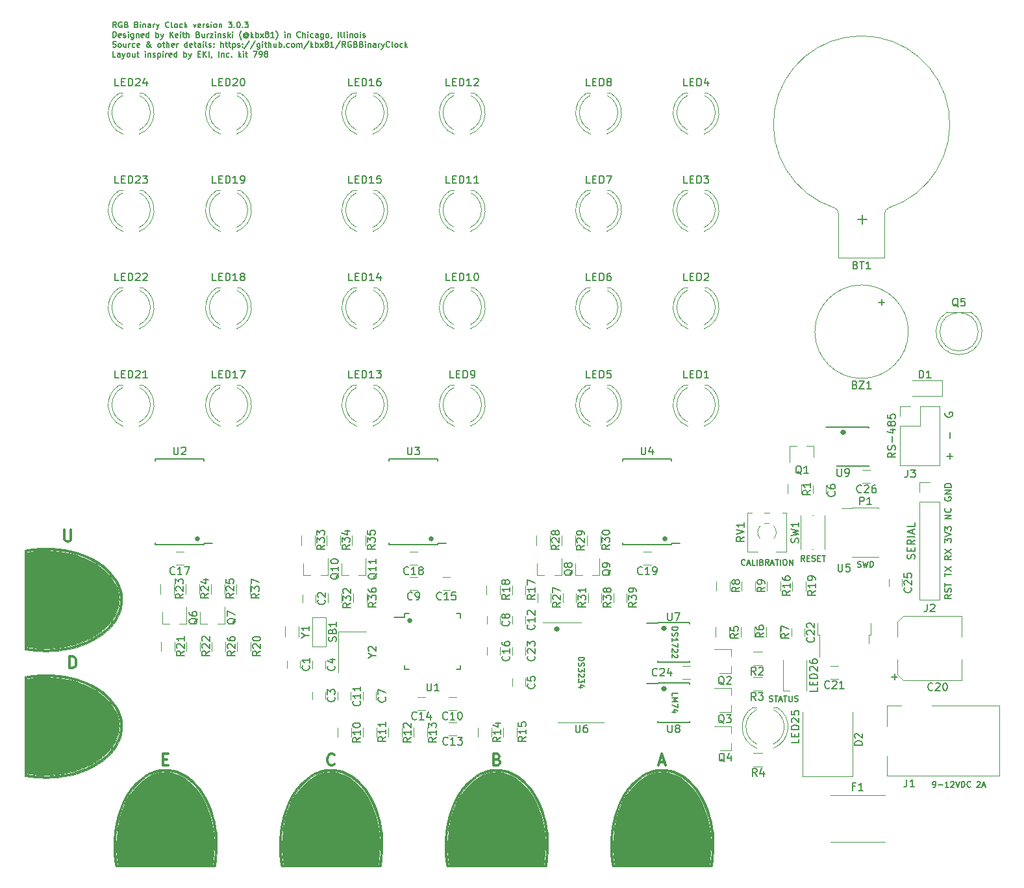
<source format=gbr>
G04 #@! TF.FileFunction,Legend,Top*
%FSLAX46Y46*%
G04 Gerber Fmt 4.6, Leading zero omitted, Abs format (unit mm)*
G04 Created by KiCad (PCBNEW 4.0.7) date Saturday, March 31, 2018 'PMt' 07:15:42 PM*
%MOMM*%
%LPD*%
G01*
G04 APERTURE LIST*
%ADD10C,0.100000*%
%ADD11C,0.150000*%
%ADD12C,0.500000*%
%ADD13C,0.200000*%
%ADD14C,0.300000*%
%ADD15C,0.120000*%
%ADD16C,0.010000*%
G04 APERTURE END LIST*
D10*
D11*
X166284714Y-119937856D02*
X167034714Y-119937856D01*
X167034714Y-120116428D01*
X166999000Y-120223571D01*
X166927571Y-120294999D01*
X166856143Y-120330714D01*
X166713286Y-120366428D01*
X166606143Y-120366428D01*
X166463286Y-120330714D01*
X166391857Y-120294999D01*
X166320429Y-120223571D01*
X166284714Y-120116428D01*
X166284714Y-119937856D01*
X166320429Y-120652142D02*
X166284714Y-120759285D01*
X166284714Y-120937856D01*
X166320429Y-121009285D01*
X166356143Y-121044999D01*
X166427571Y-121080714D01*
X166499000Y-121080714D01*
X166570429Y-121044999D01*
X166606143Y-121009285D01*
X166641857Y-120937856D01*
X166677571Y-120794999D01*
X166713286Y-120723571D01*
X166749000Y-120687856D01*
X166820429Y-120652142D01*
X166891857Y-120652142D01*
X166963286Y-120687856D01*
X166999000Y-120723571D01*
X167034714Y-120794999D01*
X167034714Y-120973571D01*
X166999000Y-121080714D01*
X167034714Y-121330714D02*
X167034714Y-121795000D01*
X166749000Y-121545000D01*
X166749000Y-121652142D01*
X166713286Y-121723571D01*
X166677571Y-121759285D01*
X166606143Y-121795000D01*
X166427571Y-121795000D01*
X166356143Y-121759285D01*
X166320429Y-121723571D01*
X166284714Y-121652142D01*
X166284714Y-121437857D01*
X166320429Y-121366428D01*
X166356143Y-121330714D01*
X166963286Y-122080714D02*
X166999000Y-122116428D01*
X167034714Y-122187857D01*
X167034714Y-122366428D01*
X166999000Y-122437857D01*
X166963286Y-122473571D01*
X166891857Y-122509286D01*
X166820429Y-122509286D01*
X166713286Y-122473571D01*
X166284714Y-122045000D01*
X166284714Y-122509286D01*
X167034714Y-122759286D02*
X167034714Y-123223572D01*
X166749000Y-122973572D01*
X166749000Y-123080714D01*
X166713286Y-123152143D01*
X166677571Y-123187857D01*
X166606143Y-123223572D01*
X166427571Y-123223572D01*
X166356143Y-123187857D01*
X166320429Y-123152143D01*
X166284714Y-123080714D01*
X166284714Y-122866429D01*
X166320429Y-122795000D01*
X166356143Y-122759286D01*
X166784714Y-123866429D02*
X166284714Y-123866429D01*
X167070429Y-123687858D02*
X166534714Y-123509286D01*
X166534714Y-123973572D01*
X178476714Y-116000856D02*
X179226714Y-116000856D01*
X179226714Y-116179428D01*
X179191000Y-116286571D01*
X179119571Y-116357999D01*
X179048143Y-116393714D01*
X178905286Y-116429428D01*
X178798143Y-116429428D01*
X178655286Y-116393714D01*
X178583857Y-116357999D01*
X178512429Y-116286571D01*
X178476714Y-116179428D01*
X178476714Y-116000856D01*
X178512429Y-116715142D02*
X178476714Y-116822285D01*
X178476714Y-117000856D01*
X178512429Y-117072285D01*
X178548143Y-117107999D01*
X178619571Y-117143714D01*
X178691000Y-117143714D01*
X178762429Y-117107999D01*
X178798143Y-117072285D01*
X178833857Y-117000856D01*
X178869571Y-116857999D01*
X178905286Y-116786571D01*
X178941000Y-116750856D01*
X179012429Y-116715142D01*
X179083857Y-116715142D01*
X179155286Y-116750856D01*
X179191000Y-116786571D01*
X179226714Y-116857999D01*
X179226714Y-117036571D01*
X179191000Y-117143714D01*
X178476714Y-117858000D02*
X178476714Y-117429428D01*
X178476714Y-117643714D02*
X179226714Y-117643714D01*
X179119571Y-117572285D01*
X179048143Y-117500857D01*
X179012429Y-117429428D01*
X179226714Y-118108000D02*
X179226714Y-118608000D01*
X178476714Y-118286571D01*
X179155286Y-118858000D02*
X179191000Y-118893714D01*
X179226714Y-118965143D01*
X179226714Y-119143714D01*
X179191000Y-119215143D01*
X179155286Y-119250857D01*
X179083857Y-119286572D01*
X179012429Y-119286572D01*
X178905286Y-119250857D01*
X178476714Y-118822286D01*
X178476714Y-119286572D01*
X179155286Y-119572286D02*
X179191000Y-119608000D01*
X179226714Y-119679429D01*
X179226714Y-119858000D01*
X179191000Y-119929429D01*
X179155286Y-119965143D01*
X179083857Y-120000858D01*
X179012429Y-120000858D01*
X178905286Y-119965143D01*
X178476714Y-119536572D01*
X178476714Y-120000858D01*
X178476714Y-124946285D02*
X178476714Y-124589142D01*
X179226714Y-124589142D01*
X178476714Y-125196285D02*
X179226714Y-125196285D01*
X178691000Y-125446285D01*
X179226714Y-125696285D01*
X178476714Y-125696285D01*
X179226714Y-125982000D02*
X179226714Y-126482000D01*
X178476714Y-126160571D01*
X178976714Y-127089143D02*
X178476714Y-127089143D01*
X179262429Y-126910572D02*
X178726714Y-126732000D01*
X178726714Y-127196286D01*
D12*
X200787000Y-90503286D02*
X200882239Y-90598524D01*
X200787000Y-90693762D01*
X200691762Y-90598524D01*
X200787000Y-90503286D01*
X200787000Y-90693762D01*
X177419000Y-123904286D02*
X177514239Y-123999524D01*
X177419000Y-124094762D01*
X177323762Y-123999524D01*
X177419000Y-123904286D01*
X177419000Y-124094762D01*
X177419000Y-116030286D02*
X177514239Y-116125524D01*
X177419000Y-116220762D01*
X177323762Y-116125524D01*
X177419000Y-116030286D01*
X177419000Y-116220762D01*
X163449000Y-116157286D02*
X163544239Y-116252524D01*
X163449000Y-116347762D01*
X163353762Y-116252524D01*
X163449000Y-116157286D01*
X163449000Y-116347762D01*
X144272000Y-115014286D02*
X144367239Y-115109524D01*
X144272000Y-115204762D01*
X144176762Y-115109524D01*
X144272000Y-115014286D01*
X144272000Y-115204762D01*
X177546000Y-104346286D02*
X177641239Y-104441524D01*
X177546000Y-104536762D01*
X177450762Y-104441524D01*
X177546000Y-104346286D01*
X177546000Y-104536762D01*
X147066000Y-104346286D02*
X147161239Y-104441524D01*
X147066000Y-104536762D01*
X146970762Y-104441524D01*
X147066000Y-104346286D01*
X147066000Y-104536762D01*
X116586000Y-104346286D02*
X116681239Y-104441524D01*
X116586000Y-104536762D01*
X116490762Y-104441524D01*
X116586000Y-104346286D01*
X116586000Y-104536762D01*
D11*
X212542857Y-136864286D02*
X212685714Y-136864286D01*
X212757142Y-136828571D01*
X212792857Y-136792857D01*
X212864285Y-136685714D01*
X212900000Y-136542857D01*
X212900000Y-136257143D01*
X212864285Y-136185714D01*
X212828571Y-136150000D01*
X212757142Y-136114286D01*
X212614285Y-136114286D01*
X212542857Y-136150000D01*
X212507142Y-136185714D01*
X212471428Y-136257143D01*
X212471428Y-136435714D01*
X212507142Y-136507143D01*
X212542857Y-136542857D01*
X212614285Y-136578571D01*
X212757142Y-136578571D01*
X212828571Y-136542857D01*
X212864285Y-136507143D01*
X212900000Y-136435714D01*
X213221428Y-136578571D02*
X213792857Y-136578571D01*
X214542857Y-136864286D02*
X214114285Y-136864286D01*
X214328571Y-136864286D02*
X214328571Y-136114286D01*
X214257142Y-136221429D01*
X214185714Y-136292857D01*
X214114285Y-136328571D01*
X214828571Y-136185714D02*
X214864285Y-136150000D01*
X214935714Y-136114286D01*
X215114285Y-136114286D01*
X215185714Y-136150000D01*
X215221428Y-136185714D01*
X215257143Y-136257143D01*
X215257143Y-136328571D01*
X215221428Y-136435714D01*
X214792857Y-136864286D01*
X215257143Y-136864286D01*
X215471429Y-136114286D02*
X215721429Y-136864286D01*
X215971429Y-136114286D01*
X216221428Y-136864286D02*
X216221428Y-136114286D01*
X216400000Y-136114286D01*
X216507143Y-136150000D01*
X216578571Y-136221429D01*
X216614286Y-136292857D01*
X216650000Y-136435714D01*
X216650000Y-136542857D01*
X216614286Y-136685714D01*
X216578571Y-136757143D01*
X216507143Y-136828571D01*
X216400000Y-136864286D01*
X216221428Y-136864286D01*
X217400000Y-136792857D02*
X217364286Y-136828571D01*
X217257143Y-136864286D01*
X217185714Y-136864286D01*
X217078571Y-136828571D01*
X217007143Y-136757143D01*
X216971428Y-136685714D01*
X216935714Y-136542857D01*
X216935714Y-136435714D01*
X216971428Y-136292857D01*
X217007143Y-136221429D01*
X217078571Y-136150000D01*
X217185714Y-136114286D01*
X217257143Y-136114286D01*
X217364286Y-136150000D01*
X217400000Y-136185714D01*
X218257143Y-136185714D02*
X218292857Y-136150000D01*
X218364286Y-136114286D01*
X218542857Y-136114286D01*
X218614286Y-136150000D01*
X218650000Y-136185714D01*
X218685715Y-136257143D01*
X218685715Y-136328571D01*
X218650000Y-136435714D01*
X218221429Y-136864286D01*
X218685715Y-136864286D01*
X218971429Y-136650000D02*
X219328572Y-136650000D01*
X218900001Y-136864286D02*
X219150001Y-136114286D01*
X219400001Y-136864286D01*
X187988143Y-107836857D02*
X187952429Y-107872571D01*
X187845286Y-107908286D01*
X187773857Y-107908286D01*
X187666714Y-107872571D01*
X187595286Y-107801143D01*
X187559571Y-107729714D01*
X187523857Y-107586857D01*
X187523857Y-107479714D01*
X187559571Y-107336857D01*
X187595286Y-107265429D01*
X187666714Y-107194000D01*
X187773857Y-107158286D01*
X187845286Y-107158286D01*
X187952429Y-107194000D01*
X187988143Y-107229714D01*
X188273857Y-107694000D02*
X188631000Y-107694000D01*
X188202429Y-107908286D02*
X188452429Y-107158286D01*
X188702429Y-107908286D01*
X189309571Y-107908286D02*
X188952428Y-107908286D01*
X188952428Y-107158286D01*
X189559571Y-107908286D02*
X189559571Y-107158286D01*
X190166714Y-107515429D02*
X190273857Y-107551143D01*
X190309572Y-107586857D01*
X190345286Y-107658286D01*
X190345286Y-107765429D01*
X190309572Y-107836857D01*
X190273857Y-107872571D01*
X190202429Y-107908286D01*
X189916714Y-107908286D01*
X189916714Y-107158286D01*
X190166714Y-107158286D01*
X190238143Y-107194000D01*
X190273857Y-107229714D01*
X190309572Y-107301143D01*
X190309572Y-107372571D01*
X190273857Y-107444000D01*
X190238143Y-107479714D01*
X190166714Y-107515429D01*
X189916714Y-107515429D01*
X191095286Y-107908286D02*
X190845286Y-107551143D01*
X190666714Y-107908286D02*
X190666714Y-107158286D01*
X190952429Y-107158286D01*
X191023857Y-107194000D01*
X191059572Y-107229714D01*
X191095286Y-107301143D01*
X191095286Y-107408286D01*
X191059572Y-107479714D01*
X191023857Y-107515429D01*
X190952429Y-107551143D01*
X190666714Y-107551143D01*
X191381000Y-107694000D02*
X191738143Y-107694000D01*
X191309572Y-107908286D02*
X191559572Y-107158286D01*
X191809572Y-107908286D01*
X191952429Y-107158286D02*
X192381000Y-107158286D01*
X192166714Y-107908286D02*
X192166714Y-107158286D01*
X192631000Y-107908286D02*
X192631000Y-107158286D01*
X193131001Y-107158286D02*
X193273858Y-107158286D01*
X193345286Y-107194000D01*
X193416715Y-107265429D01*
X193452429Y-107408286D01*
X193452429Y-107658286D01*
X193416715Y-107801143D01*
X193345286Y-107872571D01*
X193273858Y-107908286D01*
X193131001Y-107908286D01*
X193059572Y-107872571D01*
X192988143Y-107801143D01*
X192952429Y-107658286D01*
X192952429Y-107408286D01*
X192988143Y-107265429D01*
X193059572Y-107194000D01*
X193131001Y-107158286D01*
X193773857Y-107908286D02*
X193773857Y-107158286D01*
X194202429Y-107908286D01*
X194202429Y-107158286D01*
X202690143Y-108126571D02*
X202797286Y-108162286D01*
X202975857Y-108162286D01*
X203047286Y-108126571D01*
X203083000Y-108090857D01*
X203118715Y-108019429D01*
X203118715Y-107948000D01*
X203083000Y-107876571D01*
X203047286Y-107840857D01*
X202975857Y-107805143D01*
X202833000Y-107769429D01*
X202761572Y-107733714D01*
X202725857Y-107698000D01*
X202690143Y-107626571D01*
X202690143Y-107555143D01*
X202725857Y-107483714D01*
X202761572Y-107448000D01*
X202833000Y-107412286D01*
X203011572Y-107412286D01*
X203118715Y-107448000D01*
X203368715Y-107412286D02*
X203547286Y-108162286D01*
X203690143Y-107626571D01*
X203833001Y-108162286D01*
X204011572Y-107412286D01*
X204297286Y-108162286D02*
X204297286Y-107412286D01*
X204475858Y-107412286D01*
X204583001Y-107448000D01*
X204654429Y-107519429D01*
X204690144Y-107590857D01*
X204725858Y-107733714D01*
X204725858Y-107840857D01*
X204690144Y-107983714D01*
X204654429Y-108055143D01*
X204583001Y-108126571D01*
X204475858Y-108162286D01*
X204297286Y-108162286D01*
X195760715Y-107400286D02*
X195510715Y-107043143D01*
X195332143Y-107400286D02*
X195332143Y-106650286D01*
X195617858Y-106650286D01*
X195689286Y-106686000D01*
X195725001Y-106721714D01*
X195760715Y-106793143D01*
X195760715Y-106900286D01*
X195725001Y-106971714D01*
X195689286Y-107007429D01*
X195617858Y-107043143D01*
X195332143Y-107043143D01*
X196082143Y-107007429D02*
X196332143Y-107007429D01*
X196439286Y-107400286D02*
X196082143Y-107400286D01*
X196082143Y-106650286D01*
X196439286Y-106650286D01*
X196725000Y-107364571D02*
X196832143Y-107400286D01*
X197010714Y-107400286D01*
X197082143Y-107364571D01*
X197117857Y-107328857D01*
X197153572Y-107257429D01*
X197153572Y-107186000D01*
X197117857Y-107114571D01*
X197082143Y-107078857D01*
X197010714Y-107043143D01*
X196867857Y-107007429D01*
X196796429Y-106971714D01*
X196760714Y-106936000D01*
X196725000Y-106864571D01*
X196725000Y-106793143D01*
X196760714Y-106721714D01*
X196796429Y-106686000D01*
X196867857Y-106650286D01*
X197046429Y-106650286D01*
X197153572Y-106686000D01*
X197475000Y-107007429D02*
X197725000Y-107007429D01*
X197832143Y-107400286D02*
X197475000Y-107400286D01*
X197475000Y-106650286D01*
X197832143Y-106650286D01*
X198046429Y-106650286D02*
X198475000Y-106650286D01*
X198260714Y-107400286D02*
X198260714Y-106650286D01*
X191182857Y-125652571D02*
X191290000Y-125688286D01*
X191468571Y-125688286D01*
X191540000Y-125652571D01*
X191575714Y-125616857D01*
X191611429Y-125545429D01*
X191611429Y-125474000D01*
X191575714Y-125402571D01*
X191540000Y-125366857D01*
X191468571Y-125331143D01*
X191325714Y-125295429D01*
X191254286Y-125259714D01*
X191218571Y-125224000D01*
X191182857Y-125152571D01*
X191182857Y-125081143D01*
X191218571Y-125009714D01*
X191254286Y-124974000D01*
X191325714Y-124938286D01*
X191504286Y-124938286D01*
X191611429Y-124974000D01*
X191825715Y-124938286D02*
X192254286Y-124938286D01*
X192040000Y-125688286D02*
X192040000Y-124938286D01*
X192468572Y-125474000D02*
X192825715Y-125474000D01*
X192397144Y-125688286D02*
X192647144Y-124938286D01*
X192897144Y-125688286D01*
X193040001Y-124938286D02*
X193468572Y-124938286D01*
X193254286Y-125688286D02*
X193254286Y-124938286D01*
X193718572Y-124938286D02*
X193718572Y-125545429D01*
X193754287Y-125616857D01*
X193790001Y-125652571D01*
X193861430Y-125688286D01*
X194004287Y-125688286D01*
X194075715Y-125652571D01*
X194111430Y-125616857D01*
X194147144Y-125545429D01*
X194147144Y-124938286D01*
X194468572Y-125652571D02*
X194575715Y-125688286D01*
X194754286Y-125688286D01*
X194825715Y-125652571D01*
X194861429Y-125616857D01*
X194897144Y-125545429D01*
X194897144Y-125474000D01*
X194861429Y-125402571D01*
X194825715Y-125366857D01*
X194754286Y-125331143D01*
X194611429Y-125295429D01*
X194540001Y-125259714D01*
X194504286Y-125224000D01*
X194468572Y-125152571D01*
X194468572Y-125081143D01*
X194504286Y-125009714D01*
X194540001Y-124974000D01*
X194611429Y-124938286D01*
X194790001Y-124938286D01*
X194897144Y-124974000D01*
D13*
X214887524Y-111757143D02*
X214482762Y-112040476D01*
X214887524Y-112242857D02*
X214037524Y-112242857D01*
X214037524Y-111919048D01*
X214078000Y-111838095D01*
X214118476Y-111797619D01*
X214199429Y-111757143D01*
X214320857Y-111757143D01*
X214401810Y-111797619D01*
X214442286Y-111838095D01*
X214482762Y-111919048D01*
X214482762Y-112242857D01*
X214847048Y-111433333D02*
X214887524Y-111311905D01*
X214887524Y-111109524D01*
X214847048Y-111028571D01*
X214806571Y-110988095D01*
X214725619Y-110947619D01*
X214644667Y-110947619D01*
X214563714Y-110988095D01*
X214523238Y-111028571D01*
X214482762Y-111109524D01*
X214442286Y-111271428D01*
X214401810Y-111352381D01*
X214361333Y-111392857D01*
X214280381Y-111433333D01*
X214199429Y-111433333D01*
X214118476Y-111392857D01*
X214078000Y-111352381D01*
X214037524Y-111271428D01*
X214037524Y-111069048D01*
X214078000Y-110947619D01*
X214037524Y-110704762D02*
X214037524Y-110219047D01*
X214887524Y-110461904D02*
X214037524Y-110461904D01*
X214037524Y-109409524D02*
X214037524Y-108923809D01*
X214887524Y-109166666D02*
X214037524Y-109166666D01*
X214037524Y-108721428D02*
X214887524Y-108154762D01*
X214037524Y-108154762D02*
X214887524Y-108721428D01*
X214887524Y-106697619D02*
X214482762Y-106980952D01*
X214887524Y-107183333D02*
X214037524Y-107183333D01*
X214037524Y-106859524D01*
X214078000Y-106778571D01*
X214118476Y-106738095D01*
X214199429Y-106697619D01*
X214320857Y-106697619D01*
X214401810Y-106738095D01*
X214442286Y-106778571D01*
X214482762Y-106859524D01*
X214482762Y-107183333D01*
X214037524Y-106414285D02*
X214887524Y-105847619D01*
X214037524Y-105847619D02*
X214887524Y-106414285D01*
X214037524Y-104957142D02*
X214037524Y-104430952D01*
X214361333Y-104714285D01*
X214361333Y-104592857D01*
X214401810Y-104511904D01*
X214442286Y-104471428D01*
X214523238Y-104430952D01*
X214725619Y-104430952D01*
X214806571Y-104471428D01*
X214847048Y-104511904D01*
X214887524Y-104592857D01*
X214887524Y-104835714D01*
X214847048Y-104916666D01*
X214806571Y-104957142D01*
X214037524Y-104188095D02*
X214887524Y-103904761D01*
X214037524Y-103621428D01*
X214037524Y-103419047D02*
X214037524Y-102892857D01*
X214361333Y-103176190D01*
X214361333Y-103054762D01*
X214401810Y-102973809D01*
X214442286Y-102933333D01*
X214523238Y-102892857D01*
X214725619Y-102892857D01*
X214806571Y-102933333D01*
X214847048Y-102973809D01*
X214887524Y-103054762D01*
X214887524Y-103297619D01*
X214847048Y-103378571D01*
X214806571Y-103419047D01*
X214887524Y-101880952D02*
X214037524Y-101880952D01*
X214887524Y-101395238D01*
X214037524Y-101395238D01*
X214806571Y-100504762D02*
X214847048Y-100545238D01*
X214887524Y-100666667D01*
X214887524Y-100747619D01*
X214847048Y-100869047D01*
X214766095Y-100950000D01*
X214685143Y-100990476D01*
X214523238Y-101030952D01*
X214401810Y-101030952D01*
X214239905Y-100990476D01*
X214158952Y-100950000D01*
X214078000Y-100869047D01*
X214037524Y-100747619D01*
X214037524Y-100666667D01*
X214078000Y-100545238D01*
X214118476Y-100504762D01*
X214078000Y-99047619D02*
X214037524Y-99128571D01*
X214037524Y-99250000D01*
X214078000Y-99371428D01*
X214158952Y-99452381D01*
X214239905Y-99492857D01*
X214401810Y-99533333D01*
X214523238Y-99533333D01*
X214685143Y-99492857D01*
X214766095Y-99452381D01*
X214847048Y-99371428D01*
X214887524Y-99250000D01*
X214887524Y-99169048D01*
X214847048Y-99047619D01*
X214806571Y-99007143D01*
X214523238Y-99007143D01*
X214523238Y-99169048D01*
X214887524Y-98642857D02*
X214037524Y-98642857D01*
X214887524Y-98157143D01*
X214037524Y-98157143D01*
X214887524Y-97752381D02*
X214037524Y-97752381D01*
X214037524Y-97550000D01*
X214078000Y-97428572D01*
X214158952Y-97347619D01*
X214239905Y-97307143D01*
X214401810Y-97266667D01*
X214523238Y-97266667D01*
X214685143Y-97307143D01*
X214766095Y-97347619D01*
X214847048Y-97428572D01*
X214887524Y-97550000D01*
X214887524Y-97752381D01*
X214701429Y-94082810D02*
X214701429Y-93320905D01*
X215082381Y-93701857D02*
X214320476Y-93701857D01*
X214701429Y-91320905D02*
X214701429Y-90559000D01*
X214130000Y-88035190D02*
X214082381Y-88130428D01*
X214082381Y-88273285D01*
X214130000Y-88416143D01*
X214225238Y-88511381D01*
X214320476Y-88559000D01*
X214510952Y-88606619D01*
X214653810Y-88606619D01*
X214844286Y-88559000D01*
X214939524Y-88511381D01*
X215034762Y-88416143D01*
X215082381Y-88273285D01*
X215082381Y-88178047D01*
X215034762Y-88035190D01*
X214987143Y-87987571D01*
X214653810Y-87987571D01*
X214653810Y-88178047D01*
X210081762Y-107084524D02*
X210129381Y-106941667D01*
X210129381Y-106703571D01*
X210081762Y-106608333D01*
X210034143Y-106560714D01*
X209938905Y-106513095D01*
X209843667Y-106513095D01*
X209748429Y-106560714D01*
X209700810Y-106608333D01*
X209653190Y-106703571D01*
X209605571Y-106894048D01*
X209557952Y-106989286D01*
X209510333Y-107036905D01*
X209415095Y-107084524D01*
X209319857Y-107084524D01*
X209224619Y-107036905D01*
X209177000Y-106989286D01*
X209129381Y-106894048D01*
X209129381Y-106655952D01*
X209177000Y-106513095D01*
X209605571Y-106084524D02*
X209605571Y-105751190D01*
X210129381Y-105608333D02*
X210129381Y-106084524D01*
X209129381Y-106084524D01*
X209129381Y-105608333D01*
X210129381Y-104608333D02*
X209653190Y-104941667D01*
X210129381Y-105179762D02*
X209129381Y-105179762D01*
X209129381Y-104798809D01*
X209177000Y-104703571D01*
X209224619Y-104655952D01*
X209319857Y-104608333D01*
X209462714Y-104608333D01*
X209557952Y-104655952D01*
X209605571Y-104703571D01*
X209653190Y-104798809D01*
X209653190Y-105179762D01*
X210129381Y-104179762D02*
X209129381Y-104179762D01*
X209843667Y-103751191D02*
X209843667Y-103275000D01*
X210129381Y-103846429D02*
X209129381Y-103513096D01*
X210129381Y-103179762D01*
X210129381Y-102370238D02*
X210129381Y-102846429D01*
X209129381Y-102846429D01*
X207589381Y-93273285D02*
X207113190Y-93606619D01*
X207589381Y-93844714D02*
X206589381Y-93844714D01*
X206589381Y-93463761D01*
X206637000Y-93368523D01*
X206684619Y-93320904D01*
X206779857Y-93273285D01*
X206922714Y-93273285D01*
X207017952Y-93320904D01*
X207065571Y-93368523D01*
X207113190Y-93463761D01*
X207113190Y-93844714D01*
X207541762Y-92892333D02*
X207589381Y-92749476D01*
X207589381Y-92511380D01*
X207541762Y-92416142D01*
X207494143Y-92368523D01*
X207398905Y-92320904D01*
X207303667Y-92320904D01*
X207208429Y-92368523D01*
X207160810Y-92416142D01*
X207113190Y-92511380D01*
X207065571Y-92701857D01*
X207017952Y-92797095D01*
X206970333Y-92844714D01*
X206875095Y-92892333D01*
X206779857Y-92892333D01*
X206684619Y-92844714D01*
X206637000Y-92797095D01*
X206589381Y-92701857D01*
X206589381Y-92463761D01*
X206637000Y-92320904D01*
X207208429Y-91892333D02*
X207208429Y-91130428D01*
X206922714Y-90225666D02*
X207589381Y-90225666D01*
X206541762Y-90463762D02*
X207256048Y-90701857D01*
X207256048Y-90082809D01*
X207017952Y-89559000D02*
X206970333Y-89654238D01*
X206922714Y-89701857D01*
X206827476Y-89749476D01*
X206779857Y-89749476D01*
X206684619Y-89701857D01*
X206637000Y-89654238D01*
X206589381Y-89559000D01*
X206589381Y-89368523D01*
X206637000Y-89273285D01*
X206684619Y-89225666D01*
X206779857Y-89178047D01*
X206827476Y-89178047D01*
X206922714Y-89225666D01*
X206970333Y-89273285D01*
X207017952Y-89368523D01*
X207017952Y-89559000D01*
X207065571Y-89654238D01*
X207113190Y-89701857D01*
X207208429Y-89749476D01*
X207398905Y-89749476D01*
X207494143Y-89701857D01*
X207541762Y-89654238D01*
X207589381Y-89559000D01*
X207589381Y-89368523D01*
X207541762Y-89273285D01*
X207494143Y-89225666D01*
X207398905Y-89178047D01*
X207208429Y-89178047D01*
X207113190Y-89225666D01*
X207065571Y-89273285D01*
X207017952Y-89368523D01*
X206589381Y-88273285D02*
X206589381Y-88749476D01*
X207065571Y-88797095D01*
X207017952Y-88749476D01*
X206970333Y-88654238D01*
X206970333Y-88416142D01*
X207017952Y-88320904D01*
X207065571Y-88273285D01*
X207160810Y-88225666D01*
X207398905Y-88225666D01*
X207494143Y-88273285D01*
X207541762Y-88320904D01*
X207589381Y-88416142D01*
X207589381Y-88654238D01*
X207541762Y-88749476D01*
X207494143Y-88797095D01*
D11*
X106017143Y-37796786D02*
X105767143Y-37439643D01*
X105588571Y-37796786D02*
X105588571Y-37046786D01*
X105874286Y-37046786D01*
X105945714Y-37082500D01*
X105981429Y-37118214D01*
X106017143Y-37189643D01*
X106017143Y-37296786D01*
X105981429Y-37368214D01*
X105945714Y-37403929D01*
X105874286Y-37439643D01*
X105588571Y-37439643D01*
X106731429Y-37082500D02*
X106660000Y-37046786D01*
X106552857Y-37046786D01*
X106445714Y-37082500D01*
X106374286Y-37153929D01*
X106338571Y-37225357D01*
X106302857Y-37368214D01*
X106302857Y-37475357D01*
X106338571Y-37618214D01*
X106374286Y-37689643D01*
X106445714Y-37761071D01*
X106552857Y-37796786D01*
X106624286Y-37796786D01*
X106731429Y-37761071D01*
X106767143Y-37725357D01*
X106767143Y-37475357D01*
X106624286Y-37475357D01*
X107338571Y-37403929D02*
X107445714Y-37439643D01*
X107481429Y-37475357D01*
X107517143Y-37546786D01*
X107517143Y-37653929D01*
X107481429Y-37725357D01*
X107445714Y-37761071D01*
X107374286Y-37796786D01*
X107088571Y-37796786D01*
X107088571Y-37046786D01*
X107338571Y-37046786D01*
X107410000Y-37082500D01*
X107445714Y-37118214D01*
X107481429Y-37189643D01*
X107481429Y-37261071D01*
X107445714Y-37332500D01*
X107410000Y-37368214D01*
X107338571Y-37403929D01*
X107088571Y-37403929D01*
X108660000Y-37403929D02*
X108767143Y-37439643D01*
X108802858Y-37475357D01*
X108838572Y-37546786D01*
X108838572Y-37653929D01*
X108802858Y-37725357D01*
X108767143Y-37761071D01*
X108695715Y-37796786D01*
X108410000Y-37796786D01*
X108410000Y-37046786D01*
X108660000Y-37046786D01*
X108731429Y-37082500D01*
X108767143Y-37118214D01*
X108802858Y-37189643D01*
X108802858Y-37261071D01*
X108767143Y-37332500D01*
X108731429Y-37368214D01*
X108660000Y-37403929D01*
X108410000Y-37403929D01*
X109160000Y-37796786D02*
X109160000Y-37296786D01*
X109160000Y-37046786D02*
X109124286Y-37082500D01*
X109160000Y-37118214D01*
X109195715Y-37082500D01*
X109160000Y-37046786D01*
X109160000Y-37118214D01*
X109517143Y-37296786D02*
X109517143Y-37796786D01*
X109517143Y-37368214D02*
X109552858Y-37332500D01*
X109624286Y-37296786D01*
X109731429Y-37296786D01*
X109802858Y-37332500D01*
X109838572Y-37403929D01*
X109838572Y-37796786D01*
X110517143Y-37796786D02*
X110517143Y-37403929D01*
X110481429Y-37332500D01*
X110410000Y-37296786D01*
X110267143Y-37296786D01*
X110195714Y-37332500D01*
X110517143Y-37761071D02*
X110445714Y-37796786D01*
X110267143Y-37796786D01*
X110195714Y-37761071D01*
X110160000Y-37689643D01*
X110160000Y-37618214D01*
X110195714Y-37546786D01*
X110267143Y-37511071D01*
X110445714Y-37511071D01*
X110517143Y-37475357D01*
X110874285Y-37796786D02*
X110874285Y-37296786D01*
X110874285Y-37439643D02*
X110910000Y-37368214D01*
X110945714Y-37332500D01*
X111017143Y-37296786D01*
X111088571Y-37296786D01*
X111267143Y-37296786D02*
X111445714Y-37796786D01*
X111624286Y-37296786D02*
X111445714Y-37796786D01*
X111374286Y-37975357D01*
X111338571Y-38011071D01*
X111267143Y-38046786D01*
X112910001Y-37725357D02*
X112874287Y-37761071D01*
X112767144Y-37796786D01*
X112695715Y-37796786D01*
X112588572Y-37761071D01*
X112517144Y-37689643D01*
X112481429Y-37618214D01*
X112445715Y-37475357D01*
X112445715Y-37368214D01*
X112481429Y-37225357D01*
X112517144Y-37153929D01*
X112588572Y-37082500D01*
X112695715Y-37046786D01*
X112767144Y-37046786D01*
X112874287Y-37082500D01*
X112910001Y-37118214D01*
X113338572Y-37796786D02*
X113267144Y-37761071D01*
X113231429Y-37689643D01*
X113231429Y-37046786D01*
X113731429Y-37796786D02*
X113660001Y-37761071D01*
X113624286Y-37725357D01*
X113588572Y-37653929D01*
X113588572Y-37439643D01*
X113624286Y-37368214D01*
X113660001Y-37332500D01*
X113731429Y-37296786D01*
X113838572Y-37296786D01*
X113910001Y-37332500D01*
X113945715Y-37368214D01*
X113981429Y-37439643D01*
X113981429Y-37653929D01*
X113945715Y-37725357D01*
X113910001Y-37761071D01*
X113838572Y-37796786D01*
X113731429Y-37796786D01*
X114624286Y-37761071D02*
X114552857Y-37796786D01*
X114410000Y-37796786D01*
X114338572Y-37761071D01*
X114302857Y-37725357D01*
X114267143Y-37653929D01*
X114267143Y-37439643D01*
X114302857Y-37368214D01*
X114338572Y-37332500D01*
X114410000Y-37296786D01*
X114552857Y-37296786D01*
X114624286Y-37332500D01*
X114945714Y-37796786D02*
X114945714Y-37046786D01*
X115017143Y-37511071D02*
X115231429Y-37796786D01*
X115231429Y-37296786D02*
X114945714Y-37582500D01*
X116052858Y-37296786D02*
X116231429Y-37796786D01*
X116410001Y-37296786D01*
X116981430Y-37761071D02*
X116910001Y-37796786D01*
X116767144Y-37796786D01*
X116695715Y-37761071D01*
X116660001Y-37689643D01*
X116660001Y-37403929D01*
X116695715Y-37332500D01*
X116767144Y-37296786D01*
X116910001Y-37296786D01*
X116981430Y-37332500D01*
X117017144Y-37403929D01*
X117017144Y-37475357D01*
X116660001Y-37546786D01*
X117338572Y-37796786D02*
X117338572Y-37296786D01*
X117338572Y-37439643D02*
X117374287Y-37368214D01*
X117410001Y-37332500D01*
X117481430Y-37296786D01*
X117552858Y-37296786D01*
X117767144Y-37761071D02*
X117838573Y-37796786D01*
X117981430Y-37796786D01*
X118052858Y-37761071D01*
X118088573Y-37689643D01*
X118088573Y-37653929D01*
X118052858Y-37582500D01*
X117981430Y-37546786D01*
X117874287Y-37546786D01*
X117802858Y-37511071D01*
X117767144Y-37439643D01*
X117767144Y-37403929D01*
X117802858Y-37332500D01*
X117874287Y-37296786D01*
X117981430Y-37296786D01*
X118052858Y-37332500D01*
X118410001Y-37796786D02*
X118410001Y-37296786D01*
X118410001Y-37046786D02*
X118374287Y-37082500D01*
X118410001Y-37118214D01*
X118445716Y-37082500D01*
X118410001Y-37046786D01*
X118410001Y-37118214D01*
X118874287Y-37796786D02*
X118802859Y-37761071D01*
X118767144Y-37725357D01*
X118731430Y-37653929D01*
X118731430Y-37439643D01*
X118767144Y-37368214D01*
X118802859Y-37332500D01*
X118874287Y-37296786D01*
X118981430Y-37296786D01*
X119052859Y-37332500D01*
X119088573Y-37368214D01*
X119124287Y-37439643D01*
X119124287Y-37653929D01*
X119088573Y-37725357D01*
X119052859Y-37761071D01*
X118981430Y-37796786D01*
X118874287Y-37796786D01*
X119445715Y-37296786D02*
X119445715Y-37796786D01*
X119445715Y-37368214D02*
X119481430Y-37332500D01*
X119552858Y-37296786D01*
X119660001Y-37296786D01*
X119731430Y-37332500D01*
X119767144Y-37403929D01*
X119767144Y-37796786D01*
X120624287Y-37046786D02*
X121088573Y-37046786D01*
X120838573Y-37332500D01*
X120945715Y-37332500D01*
X121017144Y-37368214D01*
X121052858Y-37403929D01*
X121088573Y-37475357D01*
X121088573Y-37653929D01*
X121052858Y-37725357D01*
X121017144Y-37761071D01*
X120945715Y-37796786D01*
X120731430Y-37796786D01*
X120660001Y-37761071D01*
X120624287Y-37725357D01*
X121410001Y-37725357D02*
X121445716Y-37761071D01*
X121410001Y-37796786D01*
X121374287Y-37761071D01*
X121410001Y-37725357D01*
X121410001Y-37796786D01*
X121910002Y-37046786D02*
X121981430Y-37046786D01*
X122052859Y-37082500D01*
X122088573Y-37118214D01*
X122124287Y-37189643D01*
X122160002Y-37332500D01*
X122160002Y-37511071D01*
X122124287Y-37653929D01*
X122088573Y-37725357D01*
X122052859Y-37761071D01*
X121981430Y-37796786D01*
X121910002Y-37796786D01*
X121838573Y-37761071D01*
X121802859Y-37725357D01*
X121767144Y-37653929D01*
X121731430Y-37511071D01*
X121731430Y-37332500D01*
X121767144Y-37189643D01*
X121802859Y-37118214D01*
X121838573Y-37082500D01*
X121910002Y-37046786D01*
X122481430Y-37725357D02*
X122517145Y-37761071D01*
X122481430Y-37796786D01*
X122445716Y-37761071D01*
X122481430Y-37725357D01*
X122481430Y-37796786D01*
X122767145Y-37046786D02*
X123231431Y-37046786D01*
X122981431Y-37332500D01*
X123088573Y-37332500D01*
X123160002Y-37368214D01*
X123195716Y-37403929D01*
X123231431Y-37475357D01*
X123231431Y-37653929D01*
X123195716Y-37725357D01*
X123160002Y-37761071D01*
X123088573Y-37796786D01*
X122874288Y-37796786D01*
X122802859Y-37761071D01*
X122767145Y-37725357D01*
X105588571Y-39071786D02*
X105588571Y-38321786D01*
X105767143Y-38321786D01*
X105874286Y-38357500D01*
X105945714Y-38428929D01*
X105981429Y-38500357D01*
X106017143Y-38643214D01*
X106017143Y-38750357D01*
X105981429Y-38893214D01*
X105945714Y-38964643D01*
X105874286Y-39036071D01*
X105767143Y-39071786D01*
X105588571Y-39071786D01*
X106624286Y-39036071D02*
X106552857Y-39071786D01*
X106410000Y-39071786D01*
X106338571Y-39036071D01*
X106302857Y-38964643D01*
X106302857Y-38678929D01*
X106338571Y-38607500D01*
X106410000Y-38571786D01*
X106552857Y-38571786D01*
X106624286Y-38607500D01*
X106660000Y-38678929D01*
X106660000Y-38750357D01*
X106302857Y-38821786D01*
X106945714Y-39036071D02*
X107017143Y-39071786D01*
X107160000Y-39071786D01*
X107231428Y-39036071D01*
X107267143Y-38964643D01*
X107267143Y-38928929D01*
X107231428Y-38857500D01*
X107160000Y-38821786D01*
X107052857Y-38821786D01*
X106981428Y-38786071D01*
X106945714Y-38714643D01*
X106945714Y-38678929D01*
X106981428Y-38607500D01*
X107052857Y-38571786D01*
X107160000Y-38571786D01*
X107231428Y-38607500D01*
X107588571Y-39071786D02*
X107588571Y-38571786D01*
X107588571Y-38321786D02*
X107552857Y-38357500D01*
X107588571Y-38393214D01*
X107624286Y-38357500D01*
X107588571Y-38321786D01*
X107588571Y-38393214D01*
X108267143Y-38571786D02*
X108267143Y-39178929D01*
X108231429Y-39250357D01*
X108195714Y-39286071D01*
X108124286Y-39321786D01*
X108017143Y-39321786D01*
X107945714Y-39286071D01*
X108267143Y-39036071D02*
X108195714Y-39071786D01*
X108052857Y-39071786D01*
X107981429Y-39036071D01*
X107945714Y-39000357D01*
X107910000Y-38928929D01*
X107910000Y-38714643D01*
X107945714Y-38643214D01*
X107981429Y-38607500D01*
X108052857Y-38571786D01*
X108195714Y-38571786D01*
X108267143Y-38607500D01*
X108624285Y-38571786D02*
X108624285Y-39071786D01*
X108624285Y-38643214D02*
X108660000Y-38607500D01*
X108731428Y-38571786D01*
X108838571Y-38571786D01*
X108910000Y-38607500D01*
X108945714Y-38678929D01*
X108945714Y-39071786D01*
X109588571Y-39036071D02*
X109517142Y-39071786D01*
X109374285Y-39071786D01*
X109302856Y-39036071D01*
X109267142Y-38964643D01*
X109267142Y-38678929D01*
X109302856Y-38607500D01*
X109374285Y-38571786D01*
X109517142Y-38571786D01*
X109588571Y-38607500D01*
X109624285Y-38678929D01*
X109624285Y-38750357D01*
X109267142Y-38821786D01*
X110267142Y-39071786D02*
X110267142Y-38321786D01*
X110267142Y-39036071D02*
X110195713Y-39071786D01*
X110052856Y-39071786D01*
X109981428Y-39036071D01*
X109945713Y-39000357D01*
X109909999Y-38928929D01*
X109909999Y-38714643D01*
X109945713Y-38643214D01*
X109981428Y-38607500D01*
X110052856Y-38571786D01*
X110195713Y-38571786D01*
X110267142Y-38607500D01*
X111195713Y-39071786D02*
X111195713Y-38321786D01*
X111195713Y-38607500D02*
X111267142Y-38571786D01*
X111409999Y-38571786D01*
X111481428Y-38607500D01*
X111517142Y-38643214D01*
X111552856Y-38714643D01*
X111552856Y-38928929D01*
X111517142Y-39000357D01*
X111481428Y-39036071D01*
X111409999Y-39071786D01*
X111267142Y-39071786D01*
X111195713Y-39036071D01*
X111802856Y-38571786D02*
X111981427Y-39071786D01*
X112159999Y-38571786D02*
X111981427Y-39071786D01*
X111909999Y-39250357D01*
X111874284Y-39286071D01*
X111802856Y-39321786D01*
X113017142Y-39071786D02*
X113017142Y-38321786D01*
X113445714Y-39071786D02*
X113124285Y-38643214D01*
X113445714Y-38321786D02*
X113017142Y-38750357D01*
X114052857Y-39036071D02*
X113981428Y-39071786D01*
X113838571Y-39071786D01*
X113767142Y-39036071D01*
X113731428Y-38964643D01*
X113731428Y-38678929D01*
X113767142Y-38607500D01*
X113838571Y-38571786D01*
X113981428Y-38571786D01*
X114052857Y-38607500D01*
X114088571Y-38678929D01*
X114088571Y-38750357D01*
X113731428Y-38821786D01*
X114409999Y-39071786D02*
X114409999Y-38571786D01*
X114409999Y-38321786D02*
X114374285Y-38357500D01*
X114409999Y-38393214D01*
X114445714Y-38357500D01*
X114409999Y-38321786D01*
X114409999Y-38393214D01*
X114660000Y-38571786D02*
X114945714Y-38571786D01*
X114767142Y-38321786D02*
X114767142Y-38964643D01*
X114802857Y-39036071D01*
X114874285Y-39071786D01*
X114945714Y-39071786D01*
X115195713Y-39071786D02*
X115195713Y-38321786D01*
X115517142Y-39071786D02*
X115517142Y-38678929D01*
X115481428Y-38607500D01*
X115409999Y-38571786D01*
X115302856Y-38571786D01*
X115231428Y-38607500D01*
X115195713Y-38643214D01*
X116695713Y-38678929D02*
X116802856Y-38714643D01*
X116838571Y-38750357D01*
X116874285Y-38821786D01*
X116874285Y-38928929D01*
X116838571Y-39000357D01*
X116802856Y-39036071D01*
X116731428Y-39071786D01*
X116445713Y-39071786D01*
X116445713Y-38321786D01*
X116695713Y-38321786D01*
X116767142Y-38357500D01*
X116802856Y-38393214D01*
X116838571Y-38464643D01*
X116838571Y-38536071D01*
X116802856Y-38607500D01*
X116767142Y-38643214D01*
X116695713Y-38678929D01*
X116445713Y-38678929D01*
X117517142Y-38571786D02*
X117517142Y-39071786D01*
X117195713Y-38571786D02*
X117195713Y-38964643D01*
X117231428Y-39036071D01*
X117302856Y-39071786D01*
X117409999Y-39071786D01*
X117481428Y-39036071D01*
X117517142Y-39000357D01*
X117874284Y-39071786D02*
X117874284Y-38571786D01*
X117874284Y-38714643D02*
X117909999Y-38643214D01*
X117945713Y-38607500D01*
X118017142Y-38571786D01*
X118088570Y-38571786D01*
X118267142Y-38571786D02*
X118659999Y-38571786D01*
X118267142Y-39071786D01*
X118659999Y-39071786D01*
X118945713Y-39071786D02*
X118945713Y-38571786D01*
X118945713Y-38321786D02*
X118909999Y-38357500D01*
X118945713Y-38393214D01*
X118981428Y-38357500D01*
X118945713Y-38321786D01*
X118945713Y-38393214D01*
X119302856Y-38571786D02*
X119302856Y-39071786D01*
X119302856Y-38643214D02*
X119338571Y-38607500D01*
X119409999Y-38571786D01*
X119517142Y-38571786D01*
X119588571Y-38607500D01*
X119624285Y-38678929D01*
X119624285Y-39071786D01*
X119945713Y-39036071D02*
X120017142Y-39071786D01*
X120159999Y-39071786D01*
X120231427Y-39036071D01*
X120267142Y-38964643D01*
X120267142Y-38928929D01*
X120231427Y-38857500D01*
X120159999Y-38821786D01*
X120052856Y-38821786D01*
X119981427Y-38786071D01*
X119945713Y-38714643D01*
X119945713Y-38678929D01*
X119981427Y-38607500D01*
X120052856Y-38571786D01*
X120159999Y-38571786D01*
X120231427Y-38607500D01*
X120588570Y-39071786D02*
X120588570Y-38321786D01*
X120659999Y-38786071D02*
X120874285Y-39071786D01*
X120874285Y-38571786D02*
X120588570Y-38857500D01*
X121195713Y-39071786D02*
X121195713Y-38571786D01*
X121195713Y-38321786D02*
X121159999Y-38357500D01*
X121195713Y-38393214D01*
X121231428Y-38357500D01*
X121195713Y-38321786D01*
X121195713Y-38393214D01*
X122338571Y-39357500D02*
X122302857Y-39321786D01*
X122231428Y-39214643D01*
X122195714Y-39143214D01*
X122160000Y-39036071D01*
X122124285Y-38857500D01*
X122124285Y-38714643D01*
X122160000Y-38536071D01*
X122195714Y-38428929D01*
X122231428Y-38357500D01*
X122302857Y-38250357D01*
X122338571Y-38214643D01*
X123088571Y-38714643D02*
X123052857Y-38678929D01*
X122981428Y-38643214D01*
X122910000Y-38643214D01*
X122838571Y-38678929D01*
X122802857Y-38714643D01*
X122767143Y-38786071D01*
X122767143Y-38857500D01*
X122802857Y-38928929D01*
X122838571Y-38964643D01*
X122910000Y-39000357D01*
X122981428Y-39000357D01*
X123052857Y-38964643D01*
X123088571Y-38928929D01*
X123088571Y-38643214D02*
X123088571Y-38928929D01*
X123124285Y-38964643D01*
X123160000Y-38964643D01*
X123231428Y-38928929D01*
X123267143Y-38857500D01*
X123267143Y-38678929D01*
X123195714Y-38571786D01*
X123088571Y-38500357D01*
X122945714Y-38464643D01*
X122802857Y-38500357D01*
X122695714Y-38571786D01*
X122624285Y-38678929D01*
X122588571Y-38821786D01*
X122624285Y-38964643D01*
X122695714Y-39071786D01*
X122802857Y-39143214D01*
X122945714Y-39178929D01*
X123088571Y-39143214D01*
X123195714Y-39071786D01*
X123588571Y-39071786D02*
X123588571Y-38321786D01*
X123660000Y-38786071D02*
X123874286Y-39071786D01*
X123874286Y-38571786D02*
X123588571Y-38857500D01*
X124195714Y-39071786D02*
X124195714Y-38321786D01*
X124195714Y-38607500D02*
X124267143Y-38571786D01*
X124410000Y-38571786D01*
X124481429Y-38607500D01*
X124517143Y-38643214D01*
X124552857Y-38714643D01*
X124552857Y-38928929D01*
X124517143Y-39000357D01*
X124481429Y-39036071D01*
X124410000Y-39071786D01*
X124267143Y-39071786D01*
X124195714Y-39036071D01*
X124802857Y-39071786D02*
X125195714Y-38571786D01*
X124802857Y-38571786D02*
X125195714Y-39071786D01*
X125588571Y-38643214D02*
X125517143Y-38607500D01*
X125481428Y-38571786D01*
X125445714Y-38500357D01*
X125445714Y-38464643D01*
X125481428Y-38393214D01*
X125517143Y-38357500D01*
X125588571Y-38321786D01*
X125731428Y-38321786D01*
X125802857Y-38357500D01*
X125838571Y-38393214D01*
X125874286Y-38464643D01*
X125874286Y-38500357D01*
X125838571Y-38571786D01*
X125802857Y-38607500D01*
X125731428Y-38643214D01*
X125588571Y-38643214D01*
X125517143Y-38678929D01*
X125481428Y-38714643D01*
X125445714Y-38786071D01*
X125445714Y-38928929D01*
X125481428Y-39000357D01*
X125517143Y-39036071D01*
X125588571Y-39071786D01*
X125731428Y-39071786D01*
X125802857Y-39036071D01*
X125838571Y-39000357D01*
X125874286Y-38928929D01*
X125874286Y-38786071D01*
X125838571Y-38714643D01*
X125802857Y-38678929D01*
X125731428Y-38643214D01*
X126588572Y-39071786D02*
X126160000Y-39071786D01*
X126374286Y-39071786D02*
X126374286Y-38321786D01*
X126302857Y-38428929D01*
X126231429Y-38500357D01*
X126160000Y-38536071D01*
X126838572Y-39357500D02*
X126874286Y-39321786D01*
X126945715Y-39214643D01*
X126981429Y-39143214D01*
X127017143Y-39036071D01*
X127052858Y-38857500D01*
X127052858Y-38714643D01*
X127017143Y-38536071D01*
X126981429Y-38428929D01*
X126945715Y-38357500D01*
X126874286Y-38250357D01*
X126838572Y-38214643D01*
X127981429Y-39071786D02*
X127981429Y-38571786D01*
X127981429Y-38321786D02*
X127945715Y-38357500D01*
X127981429Y-38393214D01*
X128017144Y-38357500D01*
X127981429Y-38321786D01*
X127981429Y-38393214D01*
X128338572Y-38571786D02*
X128338572Y-39071786D01*
X128338572Y-38643214D02*
X128374287Y-38607500D01*
X128445715Y-38571786D01*
X128552858Y-38571786D01*
X128624287Y-38607500D01*
X128660001Y-38678929D01*
X128660001Y-39071786D01*
X130017144Y-39000357D02*
X129981430Y-39036071D01*
X129874287Y-39071786D01*
X129802858Y-39071786D01*
X129695715Y-39036071D01*
X129624287Y-38964643D01*
X129588572Y-38893214D01*
X129552858Y-38750357D01*
X129552858Y-38643214D01*
X129588572Y-38500357D01*
X129624287Y-38428929D01*
X129695715Y-38357500D01*
X129802858Y-38321786D01*
X129874287Y-38321786D01*
X129981430Y-38357500D01*
X130017144Y-38393214D01*
X130338572Y-39071786D02*
X130338572Y-38321786D01*
X130660001Y-39071786D02*
X130660001Y-38678929D01*
X130624287Y-38607500D01*
X130552858Y-38571786D01*
X130445715Y-38571786D01*
X130374287Y-38607500D01*
X130338572Y-38643214D01*
X131017143Y-39071786D02*
X131017143Y-38571786D01*
X131017143Y-38321786D02*
X130981429Y-38357500D01*
X131017143Y-38393214D01*
X131052858Y-38357500D01*
X131017143Y-38321786D01*
X131017143Y-38393214D01*
X131695715Y-39036071D02*
X131624286Y-39071786D01*
X131481429Y-39071786D01*
X131410001Y-39036071D01*
X131374286Y-39000357D01*
X131338572Y-38928929D01*
X131338572Y-38714643D01*
X131374286Y-38643214D01*
X131410001Y-38607500D01*
X131481429Y-38571786D01*
X131624286Y-38571786D01*
X131695715Y-38607500D01*
X132338572Y-39071786D02*
X132338572Y-38678929D01*
X132302858Y-38607500D01*
X132231429Y-38571786D01*
X132088572Y-38571786D01*
X132017143Y-38607500D01*
X132338572Y-39036071D02*
X132267143Y-39071786D01*
X132088572Y-39071786D01*
X132017143Y-39036071D01*
X131981429Y-38964643D01*
X131981429Y-38893214D01*
X132017143Y-38821786D01*
X132088572Y-38786071D01*
X132267143Y-38786071D01*
X132338572Y-38750357D01*
X133017143Y-38571786D02*
X133017143Y-39178929D01*
X132981429Y-39250357D01*
X132945714Y-39286071D01*
X132874286Y-39321786D01*
X132767143Y-39321786D01*
X132695714Y-39286071D01*
X133017143Y-39036071D02*
X132945714Y-39071786D01*
X132802857Y-39071786D01*
X132731429Y-39036071D01*
X132695714Y-39000357D01*
X132660000Y-38928929D01*
X132660000Y-38714643D01*
X132695714Y-38643214D01*
X132731429Y-38607500D01*
X132802857Y-38571786D01*
X132945714Y-38571786D01*
X133017143Y-38607500D01*
X133481428Y-39071786D02*
X133410000Y-39036071D01*
X133374285Y-39000357D01*
X133338571Y-38928929D01*
X133338571Y-38714643D01*
X133374285Y-38643214D01*
X133410000Y-38607500D01*
X133481428Y-38571786D01*
X133588571Y-38571786D01*
X133660000Y-38607500D01*
X133695714Y-38643214D01*
X133731428Y-38714643D01*
X133731428Y-38928929D01*
X133695714Y-39000357D01*
X133660000Y-39036071D01*
X133588571Y-39071786D01*
X133481428Y-39071786D01*
X134088571Y-39036071D02*
X134088571Y-39071786D01*
X134052856Y-39143214D01*
X134017142Y-39178929D01*
X134981428Y-39071786D02*
X134981428Y-38321786D01*
X135445714Y-39071786D02*
X135374286Y-39036071D01*
X135338571Y-38964643D01*
X135338571Y-38321786D01*
X135838571Y-39071786D02*
X135767143Y-39036071D01*
X135731428Y-38964643D01*
X135731428Y-38321786D01*
X136124285Y-39071786D02*
X136124285Y-38571786D01*
X136124285Y-38321786D02*
X136088571Y-38357500D01*
X136124285Y-38393214D01*
X136160000Y-38357500D01*
X136124285Y-38321786D01*
X136124285Y-38393214D01*
X136481428Y-38571786D02*
X136481428Y-39071786D01*
X136481428Y-38643214D02*
X136517143Y-38607500D01*
X136588571Y-38571786D01*
X136695714Y-38571786D01*
X136767143Y-38607500D01*
X136802857Y-38678929D01*
X136802857Y-39071786D01*
X137267142Y-39071786D02*
X137195714Y-39036071D01*
X137159999Y-39000357D01*
X137124285Y-38928929D01*
X137124285Y-38714643D01*
X137159999Y-38643214D01*
X137195714Y-38607500D01*
X137267142Y-38571786D01*
X137374285Y-38571786D01*
X137445714Y-38607500D01*
X137481428Y-38643214D01*
X137517142Y-38714643D01*
X137517142Y-38928929D01*
X137481428Y-39000357D01*
X137445714Y-39036071D01*
X137374285Y-39071786D01*
X137267142Y-39071786D01*
X137838570Y-39071786D02*
X137838570Y-38571786D01*
X137838570Y-38321786D02*
X137802856Y-38357500D01*
X137838570Y-38393214D01*
X137874285Y-38357500D01*
X137838570Y-38321786D01*
X137838570Y-38393214D01*
X138159999Y-39036071D02*
X138231428Y-39071786D01*
X138374285Y-39071786D01*
X138445713Y-39036071D01*
X138481428Y-38964643D01*
X138481428Y-38928929D01*
X138445713Y-38857500D01*
X138374285Y-38821786D01*
X138267142Y-38821786D01*
X138195713Y-38786071D01*
X138159999Y-38714643D01*
X138159999Y-38678929D01*
X138195713Y-38607500D01*
X138267142Y-38571786D01*
X138374285Y-38571786D01*
X138445713Y-38607500D01*
X105552857Y-40311071D02*
X105660000Y-40346786D01*
X105838571Y-40346786D01*
X105910000Y-40311071D01*
X105945714Y-40275357D01*
X105981429Y-40203929D01*
X105981429Y-40132500D01*
X105945714Y-40061071D01*
X105910000Y-40025357D01*
X105838571Y-39989643D01*
X105695714Y-39953929D01*
X105624286Y-39918214D01*
X105588571Y-39882500D01*
X105552857Y-39811071D01*
X105552857Y-39739643D01*
X105588571Y-39668214D01*
X105624286Y-39632500D01*
X105695714Y-39596786D01*
X105874286Y-39596786D01*
X105981429Y-39632500D01*
X106410000Y-40346786D02*
X106338572Y-40311071D01*
X106302857Y-40275357D01*
X106267143Y-40203929D01*
X106267143Y-39989643D01*
X106302857Y-39918214D01*
X106338572Y-39882500D01*
X106410000Y-39846786D01*
X106517143Y-39846786D01*
X106588572Y-39882500D01*
X106624286Y-39918214D01*
X106660000Y-39989643D01*
X106660000Y-40203929D01*
X106624286Y-40275357D01*
X106588572Y-40311071D01*
X106517143Y-40346786D01*
X106410000Y-40346786D01*
X107302857Y-39846786D02*
X107302857Y-40346786D01*
X106981428Y-39846786D02*
X106981428Y-40239643D01*
X107017143Y-40311071D01*
X107088571Y-40346786D01*
X107195714Y-40346786D01*
X107267143Y-40311071D01*
X107302857Y-40275357D01*
X107659999Y-40346786D02*
X107659999Y-39846786D01*
X107659999Y-39989643D02*
X107695714Y-39918214D01*
X107731428Y-39882500D01*
X107802857Y-39846786D01*
X107874285Y-39846786D01*
X108445714Y-40311071D02*
X108374285Y-40346786D01*
X108231428Y-40346786D01*
X108160000Y-40311071D01*
X108124285Y-40275357D01*
X108088571Y-40203929D01*
X108088571Y-39989643D01*
X108124285Y-39918214D01*
X108160000Y-39882500D01*
X108231428Y-39846786D01*
X108374285Y-39846786D01*
X108445714Y-39882500D01*
X109052857Y-40311071D02*
X108981428Y-40346786D01*
X108838571Y-40346786D01*
X108767142Y-40311071D01*
X108731428Y-40239643D01*
X108731428Y-39953929D01*
X108767142Y-39882500D01*
X108838571Y-39846786D01*
X108981428Y-39846786D01*
X109052857Y-39882500D01*
X109088571Y-39953929D01*
X109088571Y-40025357D01*
X108731428Y-40096786D01*
X110588571Y-40346786D02*
X110552857Y-40346786D01*
X110481428Y-40311071D01*
X110374286Y-40203929D01*
X110195714Y-39989643D01*
X110124286Y-39882500D01*
X110088571Y-39775357D01*
X110088571Y-39703929D01*
X110124286Y-39632500D01*
X110195714Y-39596786D01*
X110231428Y-39596786D01*
X110302857Y-39632500D01*
X110338571Y-39703929D01*
X110338571Y-39739643D01*
X110302857Y-39811071D01*
X110267143Y-39846786D01*
X110052857Y-39989643D01*
X110017143Y-40025357D01*
X109981428Y-40096786D01*
X109981428Y-40203929D01*
X110017143Y-40275357D01*
X110052857Y-40311071D01*
X110124286Y-40346786D01*
X110231428Y-40346786D01*
X110302857Y-40311071D01*
X110338571Y-40275357D01*
X110445714Y-40132500D01*
X110481428Y-40025357D01*
X110481428Y-39953929D01*
X111588571Y-40346786D02*
X111517143Y-40311071D01*
X111481428Y-40275357D01*
X111445714Y-40203929D01*
X111445714Y-39989643D01*
X111481428Y-39918214D01*
X111517143Y-39882500D01*
X111588571Y-39846786D01*
X111695714Y-39846786D01*
X111767143Y-39882500D01*
X111802857Y-39918214D01*
X111838571Y-39989643D01*
X111838571Y-40203929D01*
X111802857Y-40275357D01*
X111767143Y-40311071D01*
X111695714Y-40346786D01*
X111588571Y-40346786D01*
X112052857Y-39846786D02*
X112338571Y-39846786D01*
X112159999Y-39596786D02*
X112159999Y-40239643D01*
X112195714Y-40311071D01*
X112267142Y-40346786D01*
X112338571Y-40346786D01*
X112588570Y-40346786D02*
X112588570Y-39596786D01*
X112909999Y-40346786D02*
X112909999Y-39953929D01*
X112874285Y-39882500D01*
X112802856Y-39846786D01*
X112695713Y-39846786D01*
X112624285Y-39882500D01*
X112588570Y-39918214D01*
X113552856Y-40311071D02*
X113481427Y-40346786D01*
X113338570Y-40346786D01*
X113267141Y-40311071D01*
X113231427Y-40239643D01*
X113231427Y-39953929D01*
X113267141Y-39882500D01*
X113338570Y-39846786D01*
X113481427Y-39846786D01*
X113552856Y-39882500D01*
X113588570Y-39953929D01*
X113588570Y-40025357D01*
X113231427Y-40096786D01*
X113909998Y-40346786D02*
X113909998Y-39846786D01*
X113909998Y-39989643D02*
X113945713Y-39918214D01*
X113981427Y-39882500D01*
X114052856Y-39846786D01*
X114124284Y-39846786D01*
X115267142Y-40346786D02*
X115267142Y-39596786D01*
X115267142Y-40311071D02*
X115195713Y-40346786D01*
X115052856Y-40346786D01*
X114981428Y-40311071D01*
X114945713Y-40275357D01*
X114909999Y-40203929D01*
X114909999Y-39989643D01*
X114945713Y-39918214D01*
X114981428Y-39882500D01*
X115052856Y-39846786D01*
X115195713Y-39846786D01*
X115267142Y-39882500D01*
X115909999Y-40311071D02*
X115838570Y-40346786D01*
X115695713Y-40346786D01*
X115624284Y-40311071D01*
X115588570Y-40239643D01*
X115588570Y-39953929D01*
X115624284Y-39882500D01*
X115695713Y-39846786D01*
X115838570Y-39846786D01*
X115909999Y-39882500D01*
X115945713Y-39953929D01*
X115945713Y-40025357D01*
X115588570Y-40096786D01*
X116159999Y-39846786D02*
X116445713Y-39846786D01*
X116267141Y-39596786D02*
X116267141Y-40239643D01*
X116302856Y-40311071D01*
X116374284Y-40346786D01*
X116445713Y-40346786D01*
X117017141Y-40346786D02*
X117017141Y-39953929D01*
X116981427Y-39882500D01*
X116909998Y-39846786D01*
X116767141Y-39846786D01*
X116695712Y-39882500D01*
X117017141Y-40311071D02*
X116945712Y-40346786D01*
X116767141Y-40346786D01*
X116695712Y-40311071D01*
X116659998Y-40239643D01*
X116659998Y-40168214D01*
X116695712Y-40096786D01*
X116767141Y-40061071D01*
X116945712Y-40061071D01*
X117017141Y-40025357D01*
X117374283Y-40346786D02*
X117374283Y-39846786D01*
X117374283Y-39596786D02*
X117338569Y-39632500D01*
X117374283Y-39668214D01*
X117409998Y-39632500D01*
X117374283Y-39596786D01*
X117374283Y-39668214D01*
X117838569Y-40346786D02*
X117767141Y-40311071D01*
X117731426Y-40239643D01*
X117731426Y-39596786D01*
X118088569Y-40311071D02*
X118159998Y-40346786D01*
X118302855Y-40346786D01*
X118374283Y-40311071D01*
X118409998Y-40239643D01*
X118409998Y-40203929D01*
X118374283Y-40132500D01*
X118302855Y-40096786D01*
X118195712Y-40096786D01*
X118124283Y-40061071D01*
X118088569Y-39989643D01*
X118088569Y-39953929D01*
X118124283Y-39882500D01*
X118195712Y-39846786D01*
X118302855Y-39846786D01*
X118374283Y-39882500D01*
X118731426Y-40275357D02*
X118767141Y-40311071D01*
X118731426Y-40346786D01*
X118695712Y-40311071D01*
X118731426Y-40275357D01*
X118731426Y-40346786D01*
X118731426Y-39882500D02*
X118767141Y-39918214D01*
X118731426Y-39953929D01*
X118695712Y-39918214D01*
X118731426Y-39882500D01*
X118731426Y-39953929D01*
X119659998Y-40346786D02*
X119659998Y-39596786D01*
X119981427Y-40346786D02*
X119981427Y-39953929D01*
X119945713Y-39882500D01*
X119874284Y-39846786D01*
X119767141Y-39846786D01*
X119695713Y-39882500D01*
X119659998Y-39918214D01*
X120231427Y-39846786D02*
X120517141Y-39846786D01*
X120338569Y-39596786D02*
X120338569Y-40239643D01*
X120374284Y-40311071D01*
X120445712Y-40346786D01*
X120517141Y-40346786D01*
X120659998Y-39846786D02*
X120945712Y-39846786D01*
X120767140Y-39596786D02*
X120767140Y-40239643D01*
X120802855Y-40311071D01*
X120874283Y-40346786D01*
X120945712Y-40346786D01*
X121195711Y-39846786D02*
X121195711Y-40596786D01*
X121195711Y-39882500D02*
X121267140Y-39846786D01*
X121409997Y-39846786D01*
X121481426Y-39882500D01*
X121517140Y-39918214D01*
X121552854Y-39989643D01*
X121552854Y-40203929D01*
X121517140Y-40275357D01*
X121481426Y-40311071D01*
X121409997Y-40346786D01*
X121267140Y-40346786D01*
X121195711Y-40311071D01*
X121838568Y-40311071D02*
X121909997Y-40346786D01*
X122052854Y-40346786D01*
X122124282Y-40311071D01*
X122159997Y-40239643D01*
X122159997Y-40203929D01*
X122124282Y-40132500D01*
X122052854Y-40096786D01*
X121945711Y-40096786D01*
X121874282Y-40061071D01*
X121838568Y-39989643D01*
X121838568Y-39953929D01*
X121874282Y-39882500D01*
X121945711Y-39846786D01*
X122052854Y-39846786D01*
X122124282Y-39882500D01*
X122481425Y-40275357D02*
X122517140Y-40311071D01*
X122481425Y-40346786D01*
X122445711Y-40311071D01*
X122481425Y-40275357D01*
X122481425Y-40346786D01*
X122481425Y-39882500D02*
X122517140Y-39918214D01*
X122481425Y-39953929D01*
X122445711Y-39918214D01*
X122481425Y-39882500D01*
X122481425Y-39953929D01*
X123374283Y-39561071D02*
X122731426Y-40525357D01*
X124159997Y-39561071D02*
X123517140Y-40525357D01*
X124731425Y-39846786D02*
X124731425Y-40453929D01*
X124695711Y-40525357D01*
X124659996Y-40561071D01*
X124588568Y-40596786D01*
X124481425Y-40596786D01*
X124409996Y-40561071D01*
X124731425Y-40311071D02*
X124659996Y-40346786D01*
X124517139Y-40346786D01*
X124445711Y-40311071D01*
X124409996Y-40275357D01*
X124374282Y-40203929D01*
X124374282Y-39989643D01*
X124409996Y-39918214D01*
X124445711Y-39882500D01*
X124517139Y-39846786D01*
X124659996Y-39846786D01*
X124731425Y-39882500D01*
X125088567Y-40346786D02*
X125088567Y-39846786D01*
X125088567Y-39596786D02*
X125052853Y-39632500D01*
X125088567Y-39668214D01*
X125124282Y-39632500D01*
X125088567Y-39596786D01*
X125088567Y-39668214D01*
X125338568Y-39846786D02*
X125624282Y-39846786D01*
X125445710Y-39596786D02*
X125445710Y-40239643D01*
X125481425Y-40311071D01*
X125552853Y-40346786D01*
X125624282Y-40346786D01*
X125874281Y-40346786D02*
X125874281Y-39596786D01*
X126195710Y-40346786D02*
X126195710Y-39953929D01*
X126159996Y-39882500D01*
X126088567Y-39846786D01*
X125981424Y-39846786D01*
X125909996Y-39882500D01*
X125874281Y-39918214D01*
X126874281Y-39846786D02*
X126874281Y-40346786D01*
X126552852Y-39846786D02*
X126552852Y-40239643D01*
X126588567Y-40311071D01*
X126659995Y-40346786D01*
X126767138Y-40346786D01*
X126838567Y-40311071D01*
X126874281Y-40275357D01*
X127231423Y-40346786D02*
X127231423Y-39596786D01*
X127231423Y-39882500D02*
X127302852Y-39846786D01*
X127445709Y-39846786D01*
X127517138Y-39882500D01*
X127552852Y-39918214D01*
X127588566Y-39989643D01*
X127588566Y-40203929D01*
X127552852Y-40275357D01*
X127517138Y-40311071D01*
X127445709Y-40346786D01*
X127302852Y-40346786D01*
X127231423Y-40311071D01*
X127909994Y-40275357D02*
X127945709Y-40311071D01*
X127909994Y-40346786D01*
X127874280Y-40311071D01*
X127909994Y-40275357D01*
X127909994Y-40346786D01*
X128588566Y-40311071D02*
X128517137Y-40346786D01*
X128374280Y-40346786D01*
X128302852Y-40311071D01*
X128267137Y-40275357D01*
X128231423Y-40203929D01*
X128231423Y-39989643D01*
X128267137Y-39918214D01*
X128302852Y-39882500D01*
X128374280Y-39846786D01*
X128517137Y-39846786D01*
X128588566Y-39882500D01*
X129017137Y-40346786D02*
X128945709Y-40311071D01*
X128909994Y-40275357D01*
X128874280Y-40203929D01*
X128874280Y-39989643D01*
X128909994Y-39918214D01*
X128945709Y-39882500D01*
X129017137Y-39846786D01*
X129124280Y-39846786D01*
X129195709Y-39882500D01*
X129231423Y-39918214D01*
X129267137Y-39989643D01*
X129267137Y-40203929D01*
X129231423Y-40275357D01*
X129195709Y-40311071D01*
X129124280Y-40346786D01*
X129017137Y-40346786D01*
X129588565Y-40346786D02*
X129588565Y-39846786D01*
X129588565Y-39918214D02*
X129624280Y-39882500D01*
X129695708Y-39846786D01*
X129802851Y-39846786D01*
X129874280Y-39882500D01*
X129909994Y-39953929D01*
X129909994Y-40346786D01*
X129909994Y-39953929D02*
X129945708Y-39882500D01*
X130017137Y-39846786D01*
X130124280Y-39846786D01*
X130195708Y-39882500D01*
X130231423Y-39953929D01*
X130231423Y-40346786D01*
X131124280Y-39561071D02*
X130481423Y-40525357D01*
X131374279Y-40346786D02*
X131374279Y-39596786D01*
X131445708Y-40061071D02*
X131659994Y-40346786D01*
X131659994Y-39846786D02*
X131374279Y-40132500D01*
X131981422Y-40346786D02*
X131981422Y-39596786D01*
X131981422Y-39882500D02*
X132052851Y-39846786D01*
X132195708Y-39846786D01*
X132267137Y-39882500D01*
X132302851Y-39918214D01*
X132338565Y-39989643D01*
X132338565Y-40203929D01*
X132302851Y-40275357D01*
X132267137Y-40311071D01*
X132195708Y-40346786D01*
X132052851Y-40346786D01*
X131981422Y-40311071D01*
X132588565Y-40346786D02*
X132981422Y-39846786D01*
X132588565Y-39846786D02*
X132981422Y-40346786D01*
X133374279Y-39918214D02*
X133302851Y-39882500D01*
X133267136Y-39846786D01*
X133231422Y-39775357D01*
X133231422Y-39739643D01*
X133267136Y-39668214D01*
X133302851Y-39632500D01*
X133374279Y-39596786D01*
X133517136Y-39596786D01*
X133588565Y-39632500D01*
X133624279Y-39668214D01*
X133659994Y-39739643D01*
X133659994Y-39775357D01*
X133624279Y-39846786D01*
X133588565Y-39882500D01*
X133517136Y-39918214D01*
X133374279Y-39918214D01*
X133302851Y-39953929D01*
X133267136Y-39989643D01*
X133231422Y-40061071D01*
X133231422Y-40203929D01*
X133267136Y-40275357D01*
X133302851Y-40311071D01*
X133374279Y-40346786D01*
X133517136Y-40346786D01*
X133588565Y-40311071D01*
X133624279Y-40275357D01*
X133659994Y-40203929D01*
X133659994Y-40061071D01*
X133624279Y-39989643D01*
X133588565Y-39953929D01*
X133517136Y-39918214D01*
X134374280Y-40346786D02*
X133945708Y-40346786D01*
X134159994Y-40346786D02*
X134159994Y-39596786D01*
X134088565Y-39703929D01*
X134017137Y-39775357D01*
X133945708Y-39811071D01*
X135231423Y-39561071D02*
X134588566Y-40525357D01*
X135909994Y-40346786D02*
X135659994Y-39989643D01*
X135481422Y-40346786D02*
X135481422Y-39596786D01*
X135767137Y-39596786D01*
X135838565Y-39632500D01*
X135874280Y-39668214D01*
X135909994Y-39739643D01*
X135909994Y-39846786D01*
X135874280Y-39918214D01*
X135838565Y-39953929D01*
X135767137Y-39989643D01*
X135481422Y-39989643D01*
X136624280Y-39632500D02*
X136552851Y-39596786D01*
X136445708Y-39596786D01*
X136338565Y-39632500D01*
X136267137Y-39703929D01*
X136231422Y-39775357D01*
X136195708Y-39918214D01*
X136195708Y-40025357D01*
X136231422Y-40168214D01*
X136267137Y-40239643D01*
X136338565Y-40311071D01*
X136445708Y-40346786D01*
X136517137Y-40346786D01*
X136624280Y-40311071D01*
X136659994Y-40275357D01*
X136659994Y-40025357D01*
X136517137Y-40025357D01*
X137231422Y-39953929D02*
X137338565Y-39989643D01*
X137374280Y-40025357D01*
X137409994Y-40096786D01*
X137409994Y-40203929D01*
X137374280Y-40275357D01*
X137338565Y-40311071D01*
X137267137Y-40346786D01*
X136981422Y-40346786D01*
X136981422Y-39596786D01*
X137231422Y-39596786D01*
X137302851Y-39632500D01*
X137338565Y-39668214D01*
X137374280Y-39739643D01*
X137374280Y-39811071D01*
X137338565Y-39882500D01*
X137302851Y-39918214D01*
X137231422Y-39953929D01*
X136981422Y-39953929D01*
X137981422Y-39953929D02*
X138088565Y-39989643D01*
X138124280Y-40025357D01*
X138159994Y-40096786D01*
X138159994Y-40203929D01*
X138124280Y-40275357D01*
X138088565Y-40311071D01*
X138017137Y-40346786D01*
X137731422Y-40346786D01*
X137731422Y-39596786D01*
X137981422Y-39596786D01*
X138052851Y-39632500D01*
X138088565Y-39668214D01*
X138124280Y-39739643D01*
X138124280Y-39811071D01*
X138088565Y-39882500D01*
X138052851Y-39918214D01*
X137981422Y-39953929D01*
X137731422Y-39953929D01*
X138481422Y-40346786D02*
X138481422Y-39846786D01*
X138481422Y-39596786D02*
X138445708Y-39632500D01*
X138481422Y-39668214D01*
X138517137Y-39632500D01*
X138481422Y-39596786D01*
X138481422Y-39668214D01*
X138838565Y-39846786D02*
X138838565Y-40346786D01*
X138838565Y-39918214D02*
X138874280Y-39882500D01*
X138945708Y-39846786D01*
X139052851Y-39846786D01*
X139124280Y-39882500D01*
X139159994Y-39953929D01*
X139159994Y-40346786D01*
X139838565Y-40346786D02*
X139838565Y-39953929D01*
X139802851Y-39882500D01*
X139731422Y-39846786D01*
X139588565Y-39846786D01*
X139517136Y-39882500D01*
X139838565Y-40311071D02*
X139767136Y-40346786D01*
X139588565Y-40346786D01*
X139517136Y-40311071D01*
X139481422Y-40239643D01*
X139481422Y-40168214D01*
X139517136Y-40096786D01*
X139588565Y-40061071D01*
X139767136Y-40061071D01*
X139838565Y-40025357D01*
X140195707Y-40346786D02*
X140195707Y-39846786D01*
X140195707Y-39989643D02*
X140231422Y-39918214D01*
X140267136Y-39882500D01*
X140338565Y-39846786D01*
X140409993Y-39846786D01*
X140588565Y-39846786D02*
X140767136Y-40346786D01*
X140945708Y-39846786D02*
X140767136Y-40346786D01*
X140695708Y-40525357D01*
X140659993Y-40561071D01*
X140588565Y-40596786D01*
X141659994Y-40275357D02*
X141624280Y-40311071D01*
X141517137Y-40346786D01*
X141445708Y-40346786D01*
X141338565Y-40311071D01*
X141267137Y-40239643D01*
X141231422Y-40168214D01*
X141195708Y-40025357D01*
X141195708Y-39918214D01*
X141231422Y-39775357D01*
X141267137Y-39703929D01*
X141338565Y-39632500D01*
X141445708Y-39596786D01*
X141517137Y-39596786D01*
X141624280Y-39632500D01*
X141659994Y-39668214D01*
X142088565Y-40346786D02*
X142017137Y-40311071D01*
X141981422Y-40239643D01*
X141981422Y-39596786D01*
X142481422Y-40346786D02*
X142409994Y-40311071D01*
X142374279Y-40275357D01*
X142338565Y-40203929D01*
X142338565Y-39989643D01*
X142374279Y-39918214D01*
X142409994Y-39882500D01*
X142481422Y-39846786D01*
X142588565Y-39846786D01*
X142659994Y-39882500D01*
X142695708Y-39918214D01*
X142731422Y-39989643D01*
X142731422Y-40203929D01*
X142695708Y-40275357D01*
X142659994Y-40311071D01*
X142588565Y-40346786D01*
X142481422Y-40346786D01*
X143374279Y-40311071D02*
X143302850Y-40346786D01*
X143159993Y-40346786D01*
X143088565Y-40311071D01*
X143052850Y-40275357D01*
X143017136Y-40203929D01*
X143017136Y-39989643D01*
X143052850Y-39918214D01*
X143088565Y-39882500D01*
X143159993Y-39846786D01*
X143302850Y-39846786D01*
X143374279Y-39882500D01*
X143695707Y-40346786D02*
X143695707Y-39596786D01*
X143767136Y-40061071D02*
X143981422Y-40346786D01*
X143981422Y-39846786D02*
X143695707Y-40132500D01*
X105945714Y-41621786D02*
X105588571Y-41621786D01*
X105588571Y-40871786D01*
X106517143Y-41621786D02*
X106517143Y-41228929D01*
X106481429Y-41157500D01*
X106410000Y-41121786D01*
X106267143Y-41121786D01*
X106195714Y-41157500D01*
X106517143Y-41586071D02*
X106445714Y-41621786D01*
X106267143Y-41621786D01*
X106195714Y-41586071D01*
X106160000Y-41514643D01*
X106160000Y-41443214D01*
X106195714Y-41371786D01*
X106267143Y-41336071D01*
X106445714Y-41336071D01*
X106517143Y-41300357D01*
X106802857Y-41121786D02*
X106981428Y-41621786D01*
X107160000Y-41121786D02*
X106981428Y-41621786D01*
X106910000Y-41800357D01*
X106874285Y-41836071D01*
X106802857Y-41871786D01*
X107552857Y-41621786D02*
X107481429Y-41586071D01*
X107445714Y-41550357D01*
X107410000Y-41478929D01*
X107410000Y-41264643D01*
X107445714Y-41193214D01*
X107481429Y-41157500D01*
X107552857Y-41121786D01*
X107660000Y-41121786D01*
X107731429Y-41157500D01*
X107767143Y-41193214D01*
X107802857Y-41264643D01*
X107802857Y-41478929D01*
X107767143Y-41550357D01*
X107731429Y-41586071D01*
X107660000Y-41621786D01*
X107552857Y-41621786D01*
X108445714Y-41121786D02*
X108445714Y-41621786D01*
X108124285Y-41121786D02*
X108124285Y-41514643D01*
X108160000Y-41586071D01*
X108231428Y-41621786D01*
X108338571Y-41621786D01*
X108410000Y-41586071D01*
X108445714Y-41550357D01*
X108695714Y-41121786D02*
X108981428Y-41121786D01*
X108802856Y-40871786D02*
X108802856Y-41514643D01*
X108838571Y-41586071D01*
X108909999Y-41621786D01*
X108981428Y-41621786D01*
X109802856Y-41621786D02*
X109802856Y-41121786D01*
X109802856Y-40871786D02*
X109767142Y-40907500D01*
X109802856Y-40943214D01*
X109838571Y-40907500D01*
X109802856Y-40871786D01*
X109802856Y-40943214D01*
X110159999Y-41121786D02*
X110159999Y-41621786D01*
X110159999Y-41193214D02*
X110195714Y-41157500D01*
X110267142Y-41121786D01*
X110374285Y-41121786D01*
X110445714Y-41157500D01*
X110481428Y-41228929D01*
X110481428Y-41621786D01*
X110802856Y-41586071D02*
X110874285Y-41621786D01*
X111017142Y-41621786D01*
X111088570Y-41586071D01*
X111124285Y-41514643D01*
X111124285Y-41478929D01*
X111088570Y-41407500D01*
X111017142Y-41371786D01*
X110909999Y-41371786D01*
X110838570Y-41336071D01*
X110802856Y-41264643D01*
X110802856Y-41228929D01*
X110838570Y-41157500D01*
X110909999Y-41121786D01*
X111017142Y-41121786D01*
X111088570Y-41157500D01*
X111445713Y-41121786D02*
X111445713Y-41871786D01*
X111445713Y-41157500D02*
X111517142Y-41121786D01*
X111659999Y-41121786D01*
X111731428Y-41157500D01*
X111767142Y-41193214D01*
X111802856Y-41264643D01*
X111802856Y-41478929D01*
X111767142Y-41550357D01*
X111731428Y-41586071D01*
X111659999Y-41621786D01*
X111517142Y-41621786D01*
X111445713Y-41586071D01*
X112124284Y-41621786D02*
X112124284Y-41121786D01*
X112124284Y-40871786D02*
X112088570Y-40907500D01*
X112124284Y-40943214D01*
X112159999Y-40907500D01*
X112124284Y-40871786D01*
X112124284Y-40943214D01*
X112481427Y-41621786D02*
X112481427Y-41121786D01*
X112481427Y-41264643D02*
X112517142Y-41193214D01*
X112552856Y-41157500D01*
X112624285Y-41121786D01*
X112695713Y-41121786D01*
X113231428Y-41586071D02*
X113159999Y-41621786D01*
X113017142Y-41621786D01*
X112945713Y-41586071D01*
X112909999Y-41514643D01*
X112909999Y-41228929D01*
X112945713Y-41157500D01*
X113017142Y-41121786D01*
X113159999Y-41121786D01*
X113231428Y-41157500D01*
X113267142Y-41228929D01*
X113267142Y-41300357D01*
X112909999Y-41371786D01*
X113909999Y-41621786D02*
X113909999Y-40871786D01*
X113909999Y-41586071D02*
X113838570Y-41621786D01*
X113695713Y-41621786D01*
X113624285Y-41586071D01*
X113588570Y-41550357D01*
X113552856Y-41478929D01*
X113552856Y-41264643D01*
X113588570Y-41193214D01*
X113624285Y-41157500D01*
X113695713Y-41121786D01*
X113838570Y-41121786D01*
X113909999Y-41157500D01*
X114838570Y-41621786D02*
X114838570Y-40871786D01*
X114838570Y-41157500D02*
X114909999Y-41121786D01*
X115052856Y-41121786D01*
X115124285Y-41157500D01*
X115159999Y-41193214D01*
X115195713Y-41264643D01*
X115195713Y-41478929D01*
X115159999Y-41550357D01*
X115124285Y-41586071D01*
X115052856Y-41621786D01*
X114909999Y-41621786D01*
X114838570Y-41586071D01*
X115445713Y-41121786D02*
X115624284Y-41621786D01*
X115802856Y-41121786D02*
X115624284Y-41621786D01*
X115552856Y-41800357D01*
X115517141Y-41836071D01*
X115445713Y-41871786D01*
X116659999Y-41228929D02*
X116909999Y-41228929D01*
X117017142Y-41621786D02*
X116659999Y-41621786D01*
X116659999Y-40871786D01*
X117017142Y-40871786D01*
X117338570Y-41621786D02*
X117338570Y-40871786D01*
X117767142Y-41621786D02*
X117445713Y-41193214D01*
X117767142Y-40871786D02*
X117338570Y-41300357D01*
X118088570Y-41621786D02*
X118088570Y-40871786D01*
X118481428Y-41586071D02*
X118481428Y-41621786D01*
X118445713Y-41693214D01*
X118409999Y-41728929D01*
X119374285Y-41621786D02*
X119374285Y-40871786D01*
X119731428Y-41121786D02*
X119731428Y-41621786D01*
X119731428Y-41193214D02*
X119767143Y-41157500D01*
X119838571Y-41121786D01*
X119945714Y-41121786D01*
X120017143Y-41157500D01*
X120052857Y-41228929D01*
X120052857Y-41621786D01*
X120731428Y-41586071D02*
X120659999Y-41621786D01*
X120517142Y-41621786D01*
X120445714Y-41586071D01*
X120409999Y-41550357D01*
X120374285Y-41478929D01*
X120374285Y-41264643D01*
X120409999Y-41193214D01*
X120445714Y-41157500D01*
X120517142Y-41121786D01*
X120659999Y-41121786D01*
X120731428Y-41157500D01*
X121052856Y-41550357D02*
X121088571Y-41586071D01*
X121052856Y-41621786D01*
X121017142Y-41586071D01*
X121052856Y-41550357D01*
X121052856Y-41621786D01*
X121981428Y-41621786D02*
X121981428Y-40871786D01*
X122052857Y-41336071D02*
X122267143Y-41621786D01*
X122267143Y-41121786D02*
X121981428Y-41407500D01*
X122588571Y-41621786D02*
X122588571Y-41121786D01*
X122588571Y-40871786D02*
X122552857Y-40907500D01*
X122588571Y-40943214D01*
X122624286Y-40907500D01*
X122588571Y-40871786D01*
X122588571Y-40943214D01*
X122838572Y-41121786D02*
X123124286Y-41121786D01*
X122945714Y-40871786D02*
X122945714Y-41514643D01*
X122981429Y-41586071D01*
X123052857Y-41621786D01*
X123124286Y-41621786D01*
X123874286Y-40871786D02*
X124374286Y-40871786D01*
X124052857Y-41621786D01*
X124695715Y-41621786D02*
X124838572Y-41621786D01*
X124910000Y-41586071D01*
X124945715Y-41550357D01*
X125017143Y-41443214D01*
X125052858Y-41300357D01*
X125052858Y-41014643D01*
X125017143Y-40943214D01*
X124981429Y-40907500D01*
X124910000Y-40871786D01*
X124767143Y-40871786D01*
X124695715Y-40907500D01*
X124660000Y-40943214D01*
X124624286Y-41014643D01*
X124624286Y-41193214D01*
X124660000Y-41264643D01*
X124695715Y-41300357D01*
X124767143Y-41336071D01*
X124910000Y-41336071D01*
X124981429Y-41300357D01*
X125017143Y-41264643D01*
X125052858Y-41193214D01*
X125481429Y-41193214D02*
X125410001Y-41157500D01*
X125374286Y-41121786D01*
X125338572Y-41050357D01*
X125338572Y-41014643D01*
X125374286Y-40943214D01*
X125410001Y-40907500D01*
X125481429Y-40871786D01*
X125624286Y-40871786D01*
X125695715Y-40907500D01*
X125731429Y-40943214D01*
X125767144Y-41014643D01*
X125767144Y-41050357D01*
X125731429Y-41121786D01*
X125695715Y-41157500D01*
X125624286Y-41193214D01*
X125481429Y-41193214D01*
X125410001Y-41228929D01*
X125374286Y-41264643D01*
X125338572Y-41336071D01*
X125338572Y-41478929D01*
X125374286Y-41550357D01*
X125410001Y-41586071D01*
X125481429Y-41621786D01*
X125624286Y-41621786D01*
X125695715Y-41586071D01*
X125731429Y-41550357D01*
X125767144Y-41478929D01*
X125767144Y-41336071D01*
X125731429Y-41264643D01*
X125695715Y-41228929D01*
X125624286Y-41193214D01*
D14*
X176807857Y-133600000D02*
X177522143Y-133600000D01*
X176665000Y-134028571D02*
X177165000Y-132528571D01*
X177665000Y-134028571D01*
X155682143Y-133242857D02*
X155896429Y-133314286D01*
X155967857Y-133385714D01*
X156039286Y-133528571D01*
X156039286Y-133742857D01*
X155967857Y-133885714D01*
X155896429Y-133957143D01*
X155753571Y-134028571D01*
X155182143Y-134028571D01*
X155182143Y-132528571D01*
X155682143Y-132528571D01*
X155825000Y-132600000D01*
X155896429Y-132671429D01*
X155967857Y-132814286D01*
X155967857Y-132957143D01*
X155896429Y-133100000D01*
X155825000Y-133171429D01*
X155682143Y-133242857D01*
X155182143Y-133242857D01*
X134449286Y-133885714D02*
X134377857Y-133957143D01*
X134163571Y-134028571D01*
X134020714Y-134028571D01*
X133806429Y-133957143D01*
X133663571Y-133814286D01*
X133592143Y-133671429D01*
X133520714Y-133385714D01*
X133520714Y-133171429D01*
X133592143Y-132885714D01*
X133663571Y-132742857D01*
X133806429Y-132600000D01*
X134020714Y-132528571D01*
X134163571Y-132528571D01*
X134377857Y-132600000D01*
X134449286Y-132671429D01*
X112073572Y-133242857D02*
X112573572Y-133242857D01*
X112787858Y-134028571D02*
X112073572Y-134028571D01*
X112073572Y-132528571D01*
X112787858Y-132528571D01*
X99937143Y-121328571D02*
X99937143Y-119828571D01*
X100294286Y-119828571D01*
X100508571Y-119900000D01*
X100651429Y-120042857D01*
X100722857Y-120185714D01*
X100794286Y-120471429D01*
X100794286Y-120685714D01*
X100722857Y-120971429D01*
X100651429Y-121114286D01*
X100508571Y-121257143D01*
X100294286Y-121328571D01*
X99937143Y-121328571D01*
X99266429Y-103318571D02*
X99266429Y-104532857D01*
X99337857Y-104675714D01*
X99409286Y-104747143D01*
X99552143Y-104818571D01*
X99837857Y-104818571D01*
X99980715Y-104747143D01*
X100052143Y-104675714D01*
X100123572Y-104532857D01*
X100123572Y-103318571D01*
D15*
X199115000Y-137920000D02*
X206235000Y-137920000D01*
X199115000Y-144020000D02*
X206235000Y-144020000D01*
X203154719Y-38879329D02*
G75*
G02X206700000Y-61325000I45281J-11495671D01*
G01*
X206726384Y-61323246D02*
G75*
G03X206200000Y-62075000I273616J-751754D01*
G01*
X203245281Y-38879329D02*
G75*
G03X199700000Y-61325000I-45281J-11495671D01*
G01*
X199673616Y-61323246D02*
G75*
G02X200200000Y-62075000I-273616J-751754D01*
G01*
X200200000Y-67775000D02*
X200200000Y-62075000D01*
X206200000Y-67775000D02*
X200200000Y-67775000D01*
X206200000Y-67775000D02*
X206200000Y-62075000D01*
X209300000Y-77460000D02*
G75*
G03X209300000Y-77460000I-6100000J0D01*
G01*
X128292000Y-120361000D02*
X128292000Y-121361000D01*
X129992000Y-121361000D02*
X129992000Y-120361000D01*
X132024000Y-112757000D02*
X132024000Y-111757000D01*
X130324000Y-111757000D02*
X130324000Y-112757000D01*
X131594000Y-124425000D02*
X131594000Y-125425000D01*
X133294000Y-125425000D02*
X133294000Y-124425000D01*
X131594000Y-120393000D02*
X131594000Y-121393000D01*
X133294000Y-121393000D02*
X133294000Y-120393000D01*
X159346000Y-123674000D02*
X159346000Y-122674000D01*
X157646000Y-122674000D02*
X157646000Y-123674000D01*
X198589000Y-98560000D02*
X198589000Y-97560000D01*
X196889000Y-97560000D02*
X196889000Y-98560000D01*
X138215000Y-124484000D02*
X138215000Y-125484000D01*
X139915000Y-125484000D02*
X139915000Y-124484000D01*
X156027000Y-115551000D02*
X156027000Y-114551000D01*
X154327000Y-114551000D02*
X154327000Y-115551000D01*
X145279000Y-109486000D02*
X144279000Y-109486000D01*
X144279000Y-111186000D02*
X145279000Y-111186000D01*
X149359000Y-126807000D02*
X150359000Y-126807000D01*
X150359000Y-125107000D02*
X149359000Y-125107000D01*
X134913000Y-124484000D02*
X134913000Y-125484000D01*
X136613000Y-125484000D02*
X136613000Y-124484000D01*
X159329000Y-115551000D02*
X159329000Y-114551000D01*
X157629000Y-114551000D02*
X157629000Y-115551000D01*
X149359000Y-130109000D02*
X150359000Y-130109000D01*
X150359000Y-128409000D02*
X149359000Y-128409000D01*
X146295000Y-125107000D02*
X145295000Y-125107000D01*
X145295000Y-126807000D02*
X146295000Y-126807000D01*
X149565000Y-109486000D02*
X148565000Y-109486000D01*
X148565000Y-111186000D02*
X149565000Y-111186000D01*
X154344000Y-118642000D02*
X154344000Y-119642000D01*
X156044000Y-119642000D02*
X156044000Y-118642000D01*
X145279000Y-106184000D02*
X144279000Y-106184000D01*
X144279000Y-107884000D02*
X145279000Y-107884000D01*
X175759000Y-106184000D02*
X174759000Y-106184000D01*
X174759000Y-107884000D02*
X175759000Y-107884000D01*
X182690827Y-89782815D02*
G75*
G03X183154830Y-84435000I-1080827J2787815D01*
G01*
X180529173Y-89782815D02*
G75*
G02X180065170Y-84435000I1080827J2787815D01*
G01*
X182690429Y-89249479D02*
G75*
G03X182690000Y-84740316I-1080429J2254479D01*
G01*
X180529571Y-89249479D02*
G75*
G02X180530000Y-84740316I1080429J2254479D01*
G01*
X183155000Y-84435000D02*
X182690000Y-84435000D01*
X180530000Y-84435000D02*
X180065000Y-84435000D01*
X182690827Y-77082815D02*
G75*
G03X183154830Y-71735000I-1080827J2787815D01*
G01*
X180529173Y-77082815D02*
G75*
G02X180065170Y-71735000I1080827J2787815D01*
G01*
X182690429Y-76549479D02*
G75*
G03X182690000Y-72040316I-1080429J2254479D01*
G01*
X180529571Y-76549479D02*
G75*
G02X180530000Y-72040316I1080429J2254479D01*
G01*
X183155000Y-71735000D02*
X182690000Y-71735000D01*
X180530000Y-71735000D02*
X180065000Y-71735000D01*
X182690827Y-64382815D02*
G75*
G03X183154830Y-59035000I-1080827J2787815D01*
G01*
X180529173Y-64382815D02*
G75*
G02X180065170Y-59035000I1080827J2787815D01*
G01*
X182690429Y-63849479D02*
G75*
G03X182690000Y-59340316I-1080429J2254479D01*
G01*
X180529571Y-63849479D02*
G75*
G02X180530000Y-59340316I1080429J2254479D01*
G01*
X183155000Y-59035000D02*
X182690000Y-59035000D01*
X180530000Y-59035000D02*
X180065000Y-59035000D01*
X182690827Y-51682815D02*
G75*
G03X183154830Y-46335000I-1080827J2787815D01*
G01*
X180529173Y-51682815D02*
G75*
G02X180065170Y-46335000I1080827J2787815D01*
G01*
X182690429Y-51149479D02*
G75*
G03X182690000Y-46640316I-1080429J2254479D01*
G01*
X180529571Y-51149479D02*
G75*
G02X180530000Y-46640316I1080429J2254479D01*
G01*
X183155000Y-46335000D02*
X182690000Y-46335000D01*
X180530000Y-46335000D02*
X180065000Y-46335000D01*
X169990827Y-89782815D02*
G75*
G03X170454830Y-84435000I-1080827J2787815D01*
G01*
X167829173Y-89782815D02*
G75*
G02X167365170Y-84435000I1080827J2787815D01*
G01*
X169990429Y-89249479D02*
G75*
G03X169990000Y-84740316I-1080429J2254479D01*
G01*
X167829571Y-89249479D02*
G75*
G02X167830000Y-84740316I1080429J2254479D01*
G01*
X170455000Y-84435000D02*
X169990000Y-84435000D01*
X167830000Y-84435000D02*
X167365000Y-84435000D01*
X169990827Y-77082815D02*
G75*
G03X170454830Y-71735000I-1080827J2787815D01*
G01*
X167829173Y-77082815D02*
G75*
G02X167365170Y-71735000I1080827J2787815D01*
G01*
X169990429Y-76549479D02*
G75*
G03X169990000Y-72040316I-1080429J2254479D01*
G01*
X167829571Y-76549479D02*
G75*
G02X167830000Y-72040316I1080429J2254479D01*
G01*
X170455000Y-71735000D02*
X169990000Y-71735000D01*
X167830000Y-71735000D02*
X167365000Y-71735000D01*
X169990827Y-64382815D02*
G75*
G03X170454830Y-59035000I-1080827J2787815D01*
G01*
X167829173Y-64382815D02*
G75*
G02X167365170Y-59035000I1080827J2787815D01*
G01*
X169990429Y-63849479D02*
G75*
G03X169990000Y-59340316I-1080429J2254479D01*
G01*
X167829571Y-63849479D02*
G75*
G02X167830000Y-59340316I1080429J2254479D01*
G01*
X170455000Y-59035000D02*
X169990000Y-59035000D01*
X167830000Y-59035000D02*
X167365000Y-59035000D01*
X169990827Y-51682815D02*
G75*
G03X170454830Y-46335000I-1080827J2787815D01*
G01*
X167829173Y-51682815D02*
G75*
G02X167365170Y-46335000I1080827J2787815D01*
G01*
X169990429Y-51149479D02*
G75*
G03X169990000Y-46640316I-1080429J2254479D01*
G01*
X167829571Y-51149479D02*
G75*
G02X167830000Y-46640316I1080429J2254479D01*
G01*
X170455000Y-46335000D02*
X169990000Y-46335000D01*
X167830000Y-46335000D02*
X167365000Y-46335000D01*
X152210827Y-89782815D02*
G75*
G03X152674830Y-84435000I-1080827J2787815D01*
G01*
X150049173Y-89782815D02*
G75*
G02X149585170Y-84435000I1080827J2787815D01*
G01*
X152210429Y-89249479D02*
G75*
G03X152210000Y-84740316I-1080429J2254479D01*
G01*
X150049571Y-89249479D02*
G75*
G02X150050000Y-84740316I1080429J2254479D01*
G01*
X152675000Y-84435000D02*
X152210000Y-84435000D01*
X150050000Y-84435000D02*
X149585000Y-84435000D01*
X152210827Y-77082815D02*
G75*
G03X152674830Y-71735000I-1080827J2787815D01*
G01*
X150049173Y-77082815D02*
G75*
G02X149585170Y-71735000I1080827J2787815D01*
G01*
X152210429Y-76549479D02*
G75*
G03X152210000Y-72040316I-1080429J2254479D01*
G01*
X150049571Y-76549479D02*
G75*
G02X150050000Y-72040316I1080429J2254479D01*
G01*
X152675000Y-71735000D02*
X152210000Y-71735000D01*
X150050000Y-71735000D02*
X149585000Y-71735000D01*
X152210827Y-64382815D02*
G75*
G03X152674830Y-59035000I-1080827J2787815D01*
G01*
X150049173Y-64382815D02*
G75*
G02X149585170Y-59035000I1080827J2787815D01*
G01*
X152210429Y-63849479D02*
G75*
G03X152210000Y-59340316I-1080429J2254479D01*
G01*
X150049571Y-63849479D02*
G75*
G02X150050000Y-59340316I1080429J2254479D01*
G01*
X152675000Y-59035000D02*
X152210000Y-59035000D01*
X150050000Y-59035000D02*
X149585000Y-59035000D01*
X152210827Y-51682815D02*
G75*
G03X152674830Y-46335000I-1080827J2787815D01*
G01*
X150049173Y-51682815D02*
G75*
G02X149585170Y-46335000I1080827J2787815D01*
G01*
X152210429Y-51149479D02*
G75*
G03X152210000Y-46640316I-1080429J2254479D01*
G01*
X150049571Y-51149479D02*
G75*
G02X150050000Y-46640316I1080429J2254479D01*
G01*
X152675000Y-46335000D02*
X152210000Y-46335000D01*
X150050000Y-46335000D02*
X149585000Y-46335000D01*
X139510827Y-89782815D02*
G75*
G03X139974830Y-84435000I-1080827J2787815D01*
G01*
X137349173Y-89782815D02*
G75*
G02X136885170Y-84435000I1080827J2787815D01*
G01*
X139510429Y-89249479D02*
G75*
G03X139510000Y-84740316I-1080429J2254479D01*
G01*
X137349571Y-89249479D02*
G75*
G02X137350000Y-84740316I1080429J2254479D01*
G01*
X139975000Y-84435000D02*
X139510000Y-84435000D01*
X137350000Y-84435000D02*
X136885000Y-84435000D01*
X139510827Y-77082815D02*
G75*
G03X139974830Y-71735000I-1080827J2787815D01*
G01*
X137349173Y-77082815D02*
G75*
G02X136885170Y-71735000I1080827J2787815D01*
G01*
X139510429Y-76549479D02*
G75*
G03X139510000Y-72040316I-1080429J2254479D01*
G01*
X137349571Y-76549479D02*
G75*
G02X137350000Y-72040316I1080429J2254479D01*
G01*
X139975000Y-71735000D02*
X139510000Y-71735000D01*
X137350000Y-71735000D02*
X136885000Y-71735000D01*
X139510827Y-64382815D02*
G75*
G03X139974830Y-59035000I-1080827J2787815D01*
G01*
X137349173Y-64382815D02*
G75*
G02X136885170Y-59035000I1080827J2787815D01*
G01*
X139510429Y-63849479D02*
G75*
G03X139510000Y-59340316I-1080429J2254479D01*
G01*
X137349571Y-63849479D02*
G75*
G02X137350000Y-59340316I1080429J2254479D01*
G01*
X139975000Y-59035000D02*
X139510000Y-59035000D01*
X137350000Y-59035000D02*
X136885000Y-59035000D01*
X139510827Y-51682815D02*
G75*
G03X139974830Y-46335000I-1080827J2787815D01*
G01*
X137349173Y-51682815D02*
G75*
G02X136885170Y-46335000I1080827J2787815D01*
G01*
X139510429Y-51149479D02*
G75*
G03X139510000Y-46640316I-1080429J2254479D01*
G01*
X137349571Y-51149479D02*
G75*
G02X137350000Y-46640316I1080429J2254479D01*
G01*
X139975000Y-46335000D02*
X139510000Y-46335000D01*
X137350000Y-46335000D02*
X136885000Y-46335000D01*
X121730827Y-89782815D02*
G75*
G03X122194830Y-84435000I-1080827J2787815D01*
G01*
X119569173Y-89782815D02*
G75*
G02X119105170Y-84435000I1080827J2787815D01*
G01*
X121730429Y-89249479D02*
G75*
G03X121730000Y-84740316I-1080429J2254479D01*
G01*
X119569571Y-89249479D02*
G75*
G02X119570000Y-84740316I1080429J2254479D01*
G01*
X122195000Y-84435000D02*
X121730000Y-84435000D01*
X119570000Y-84435000D02*
X119105000Y-84435000D01*
X121730827Y-77082815D02*
G75*
G03X122194830Y-71735000I-1080827J2787815D01*
G01*
X119569173Y-77082815D02*
G75*
G02X119105170Y-71735000I1080827J2787815D01*
G01*
X121730429Y-76549479D02*
G75*
G03X121730000Y-72040316I-1080429J2254479D01*
G01*
X119569571Y-76549479D02*
G75*
G02X119570000Y-72040316I1080429J2254479D01*
G01*
X122195000Y-71735000D02*
X121730000Y-71735000D01*
X119570000Y-71735000D02*
X119105000Y-71735000D01*
X121730827Y-64382815D02*
G75*
G03X122194830Y-59035000I-1080827J2787815D01*
G01*
X119569173Y-64382815D02*
G75*
G02X119105170Y-59035000I1080827J2787815D01*
G01*
X121730429Y-63849479D02*
G75*
G03X121730000Y-59340316I-1080429J2254479D01*
G01*
X119569571Y-63849479D02*
G75*
G02X119570000Y-59340316I1080429J2254479D01*
G01*
X122195000Y-59035000D02*
X121730000Y-59035000D01*
X119570000Y-59035000D02*
X119105000Y-59035000D01*
X121730827Y-51682815D02*
G75*
G03X122194830Y-46335000I-1080827J2787815D01*
G01*
X119569173Y-51682815D02*
G75*
G02X119105170Y-46335000I1080827J2787815D01*
G01*
X121730429Y-51149479D02*
G75*
G03X121730000Y-46640316I-1080429J2254479D01*
G01*
X119569571Y-51149479D02*
G75*
G02X119570000Y-46640316I1080429J2254479D01*
G01*
X122195000Y-46335000D02*
X121730000Y-46335000D01*
X119570000Y-46335000D02*
X119105000Y-46335000D01*
X109030827Y-89782815D02*
G75*
G03X109494830Y-84435000I-1080827J2787815D01*
G01*
X106869173Y-89782815D02*
G75*
G02X106405170Y-84435000I1080827J2787815D01*
G01*
X109030429Y-89249479D02*
G75*
G03X109030000Y-84740316I-1080429J2254479D01*
G01*
X106869571Y-89249479D02*
G75*
G02X106870000Y-84740316I1080429J2254479D01*
G01*
X109495000Y-84435000D02*
X109030000Y-84435000D01*
X106870000Y-84435000D02*
X106405000Y-84435000D01*
X109030827Y-77082815D02*
G75*
G03X109494830Y-71735000I-1080827J2787815D01*
G01*
X106869173Y-77082815D02*
G75*
G02X106405170Y-71735000I1080827J2787815D01*
G01*
X109030429Y-76549479D02*
G75*
G03X109030000Y-72040316I-1080429J2254479D01*
G01*
X106869571Y-76549479D02*
G75*
G02X106870000Y-72040316I1080429J2254479D01*
G01*
X109495000Y-71735000D02*
X109030000Y-71735000D01*
X106870000Y-71735000D02*
X106405000Y-71735000D01*
X109030827Y-64382815D02*
G75*
G03X109494830Y-59035000I-1080827J2787815D01*
G01*
X106869173Y-64382815D02*
G75*
G02X106405170Y-59035000I1080827J2787815D01*
G01*
X109030429Y-63849479D02*
G75*
G03X109030000Y-59340316I-1080429J2254479D01*
G01*
X106869571Y-63849479D02*
G75*
G02X106870000Y-59340316I1080429J2254479D01*
G01*
X109495000Y-59035000D02*
X109030000Y-59035000D01*
X106870000Y-59035000D02*
X106405000Y-59035000D01*
X109030827Y-51682815D02*
G75*
G03X109494830Y-46335000I-1080827J2787815D01*
G01*
X106869173Y-51682815D02*
G75*
G02X106405170Y-46335000I1080827J2787815D01*
G01*
X109030429Y-51149479D02*
G75*
G03X109030000Y-46640316I-1080429J2254479D01*
G01*
X106869571Y-51149479D02*
G75*
G02X106870000Y-46640316I1080429J2254479D01*
G01*
X109495000Y-46335000D02*
X109030000Y-46335000D01*
X106870000Y-46335000D02*
X106405000Y-46335000D01*
X201898000Y-100397000D02*
X205428000Y-100397000D01*
X201898000Y-106867000D02*
X205428000Y-106867000D01*
X200573000Y-100462000D02*
X201898000Y-100462000D01*
X201898000Y-100397000D02*
X201898000Y-100462000D01*
X205428000Y-100397000D02*
X205428000Y-100462000D01*
X201898000Y-106802000D02*
X201898000Y-106867000D01*
X205428000Y-106802000D02*
X205428000Y-106867000D01*
X196967000Y-92347000D02*
X196037000Y-92347000D01*
X193807000Y-92347000D02*
X194737000Y-92347000D01*
X193807000Y-92347000D02*
X193807000Y-94507000D01*
X196967000Y-92347000D02*
X196967000Y-93807000D01*
X186147000Y-122015000D02*
X186147000Y-121085000D01*
X186147000Y-118855000D02*
X186147000Y-119785000D01*
X186147000Y-118855000D02*
X183987000Y-118855000D01*
X186147000Y-122015000D02*
X184687000Y-122015000D01*
X186147000Y-127095000D02*
X186147000Y-126165000D01*
X186147000Y-123935000D02*
X186147000Y-124865000D01*
X186147000Y-123935000D02*
X183987000Y-123935000D01*
X186147000Y-127095000D02*
X184687000Y-127095000D01*
X112002000Y-115525000D02*
X112932000Y-115525000D01*
X115162000Y-115525000D02*
X114232000Y-115525000D01*
X115162000Y-115525000D02*
X115162000Y-113365000D01*
X112002000Y-115525000D02*
X112002000Y-114065000D01*
X116955000Y-115525000D02*
X117885000Y-115525000D01*
X120115000Y-115525000D02*
X119185000Y-115525000D01*
X120115000Y-115525000D02*
X120115000Y-113365000D01*
X116955000Y-115525000D02*
X116955000Y-114065000D01*
X160902000Y-109175000D02*
X161832000Y-109175000D01*
X164062000Y-109175000D02*
X163132000Y-109175000D01*
X164062000Y-109175000D02*
X164062000Y-107015000D01*
X160902000Y-109175000D02*
X160902000Y-107715000D01*
X165855000Y-109175000D02*
X166785000Y-109175000D01*
X169015000Y-109175000D02*
X168085000Y-109175000D01*
X169015000Y-109175000D02*
X169015000Y-107015000D01*
X165855000Y-109175000D02*
X165855000Y-107715000D01*
X130417000Y-109175000D02*
X131347000Y-109175000D01*
X133577000Y-109175000D02*
X132647000Y-109175000D01*
X133577000Y-109175000D02*
X133577000Y-107015000D01*
X130417000Y-109175000D02*
X130417000Y-107715000D01*
X193557000Y-98578000D02*
X193557000Y-97378000D01*
X195317000Y-97378000D02*
X195317000Y-98578000D01*
X189060000Y-119235000D02*
X190260000Y-119235000D01*
X190260000Y-120995000D02*
X189060000Y-120995000D01*
X190260000Y-124297000D02*
X189060000Y-124297000D01*
X189060000Y-122537000D02*
X190260000Y-122537000D01*
X190260000Y-134203000D02*
X189060000Y-134203000D01*
X189060000Y-132443000D02*
X190260000Y-132443000D01*
X184142000Y-117225000D02*
X184142000Y-116025000D01*
X185902000Y-116025000D02*
X185902000Y-117225000D01*
X187444000Y-117225000D02*
X187444000Y-116025000D01*
X189204000Y-116025000D02*
X189204000Y-117225000D01*
X190746000Y-117220000D02*
X190746000Y-116020000D01*
X192506000Y-116020000D02*
X192506000Y-117220000D01*
X186029000Y-110051000D02*
X186029000Y-111251000D01*
X184269000Y-111251000D02*
X184269000Y-110051000D01*
X187571000Y-111251000D02*
X187571000Y-110051000D01*
X189331000Y-110051000D02*
X189331000Y-111251000D01*
X134866000Y-130301000D02*
X134866000Y-129101000D01*
X136626000Y-129101000D02*
X136626000Y-130301000D01*
X138185000Y-130301000D02*
X138185000Y-129101000D01*
X139945000Y-129101000D02*
X139945000Y-130301000D01*
X141470000Y-130301000D02*
X141470000Y-129101000D01*
X143230000Y-129101000D02*
X143230000Y-130301000D01*
X144772000Y-130301000D02*
X144772000Y-129101000D01*
X146532000Y-129101000D02*
X146532000Y-130301000D01*
X153154000Y-130301000D02*
X153154000Y-129101000D01*
X154914000Y-129101000D02*
X154914000Y-130301000D01*
X156451000Y-130306000D02*
X156451000Y-129106000D01*
X158211000Y-129106000D02*
X158211000Y-130306000D01*
X190873000Y-111256000D02*
X190873000Y-110056000D01*
X192633000Y-110056000D02*
X192633000Y-111256000D01*
X159376000Y-110586000D02*
X159376000Y-111786000D01*
X157616000Y-111786000D02*
X157616000Y-110586000D01*
X156057000Y-110559000D02*
X156057000Y-111759000D01*
X154297000Y-111759000D02*
X154297000Y-110559000D01*
X195935000Y-110051000D02*
X195935000Y-111251000D01*
X194175000Y-111251000D02*
X194175000Y-110051000D01*
X121785000Y-119130000D02*
X121785000Y-117930000D01*
X123545000Y-117930000D02*
X123545000Y-119130000D01*
X111879000Y-119130000D02*
X111879000Y-117930000D01*
X113639000Y-117930000D02*
X113639000Y-119130000D01*
X115181000Y-119130000D02*
X115181000Y-117930000D01*
X116941000Y-117930000D02*
X116941000Y-119130000D01*
X113512000Y-110437000D02*
X113512000Y-111637000D01*
X111752000Y-111637000D02*
X111752000Y-110437000D01*
X116814000Y-110432000D02*
X116814000Y-111632000D01*
X115054000Y-111632000D02*
X115054000Y-110432000D01*
X120111000Y-110432000D02*
X120111000Y-111632000D01*
X118351000Y-111632000D02*
X118351000Y-110432000D01*
X118483000Y-119125000D02*
X118483000Y-117925000D01*
X120243000Y-117925000D02*
X120243000Y-119125000D01*
X160918000Y-112775000D02*
X160918000Y-111575000D01*
X162678000Y-111575000D02*
X162678000Y-112775000D01*
X162534000Y-104082000D02*
X162534000Y-105282000D01*
X160774000Y-105282000D02*
X160774000Y-104082000D01*
X165836000Y-104082000D02*
X165836000Y-105282000D01*
X164076000Y-105282000D02*
X164076000Y-104082000D01*
X169138000Y-104082000D02*
X169138000Y-105282000D01*
X167378000Y-105282000D02*
X167378000Y-104082000D01*
X164220000Y-112775000D02*
X164220000Y-111575000D01*
X165980000Y-111575000D02*
X165980000Y-112775000D01*
X133596000Y-112775000D02*
X133596000Y-111575000D01*
X135356000Y-111575000D02*
X135356000Y-112775000D01*
X131927000Y-104082000D02*
X131927000Y-105282000D01*
X130167000Y-105282000D02*
X130167000Y-104082000D01*
X135229000Y-104082000D02*
X135229000Y-105282000D01*
X133469000Y-105282000D02*
X133469000Y-104082000D01*
X138531000Y-104087000D02*
X138531000Y-105287000D01*
X136771000Y-105287000D02*
X136771000Y-104087000D01*
X136898000Y-112775000D02*
X136898000Y-111575000D01*
X138658000Y-111575000D02*
X138658000Y-112775000D01*
X196862000Y-101450000D02*
X196762000Y-101450000D01*
X198362000Y-105850000D02*
X198362000Y-101450000D01*
X195262000Y-101450000D02*
X195262000Y-105850000D01*
X196862000Y-105850000D02*
X196762000Y-105850000D01*
D11*
X143642000Y-114236000D02*
X143642000Y-114686000D01*
X150892000Y-114236000D02*
X150892000Y-114761000D01*
X150892000Y-121486000D02*
X150892000Y-120961000D01*
X143642000Y-121486000D02*
X143642000Y-120961000D01*
X143642000Y-114236000D02*
X144167000Y-114236000D01*
X143642000Y-121486000D02*
X144167000Y-121486000D01*
X150892000Y-121486000D02*
X150367000Y-121486000D01*
X150892000Y-114236000D02*
X150367000Y-114236000D01*
X143642000Y-114686000D02*
X142267000Y-114686000D01*
X118518000Y-105046200D02*
X117443000Y-105046200D01*
X117443000Y-105046200D02*
X117443000Y-105271200D01*
X117443000Y-105271200D02*
X111093000Y-105271200D01*
X111093000Y-105271200D02*
X111093000Y-104946200D01*
X117443000Y-94346200D02*
X117443000Y-94021200D01*
X117443000Y-94021200D02*
X111093000Y-94021200D01*
X111093000Y-94021200D02*
X111093000Y-94346200D01*
X148998000Y-105046200D02*
X147923000Y-105046200D01*
X147923000Y-105046200D02*
X147923000Y-105271200D01*
X147923000Y-105271200D02*
X141573000Y-105271200D01*
X141573000Y-105271200D02*
X141573000Y-104946200D01*
X147923000Y-94346200D02*
X147923000Y-94021200D01*
X147923000Y-94021200D02*
X141573000Y-94021200D01*
X141573000Y-94021200D02*
X141573000Y-94346200D01*
X179478000Y-105046200D02*
X178403000Y-105046200D01*
X178403000Y-105046200D02*
X178403000Y-105271200D01*
X178403000Y-105271200D02*
X172053000Y-105271200D01*
X172053000Y-105271200D02*
X172053000Y-104946200D01*
X178403000Y-94346200D02*
X178403000Y-94021200D01*
X178403000Y-94021200D02*
X172053000Y-94021200D01*
X172053000Y-94021200D02*
X172053000Y-94346200D01*
D15*
X197470000Y-115515000D02*
X197470000Y-117015000D01*
X197470000Y-117015000D02*
X197740000Y-117015000D01*
X197740000Y-117015000D02*
X197740000Y-119845000D01*
X204370000Y-115515000D02*
X204370000Y-117015000D01*
X204370000Y-117015000D02*
X204100000Y-117015000D01*
X204100000Y-117015000D02*
X204100000Y-118115000D01*
D11*
X176614000Y-115408000D02*
X176614000Y-115458000D01*
X180764000Y-115408000D02*
X180764000Y-115553000D01*
X180764000Y-120558000D02*
X180764000Y-120413000D01*
X176614000Y-120558000D02*
X176614000Y-120413000D01*
X176614000Y-115408000D02*
X180764000Y-115408000D01*
X176614000Y-120558000D02*
X180764000Y-120558000D01*
X176614000Y-115458000D02*
X175214000Y-115458000D01*
D16*
G36*
X106765910Y-112892098D02*
X106691337Y-113370932D01*
X106567623Y-113842052D01*
X106395238Y-114304417D01*
X106174653Y-114756985D01*
X105906337Y-115198714D01*
X105590762Y-115628562D01*
X105228396Y-116045489D01*
X105077965Y-116200881D01*
X104736367Y-116526758D01*
X104387083Y-116824734D01*
X104021698Y-117100754D01*
X103631797Y-117360763D01*
X103208966Y-117610709D01*
X102744789Y-117856538D01*
X102710671Y-117873674D01*
X102054132Y-118175276D01*
X101368123Y-118438249D01*
X100656199Y-118662033D01*
X99921917Y-118846067D01*
X99168832Y-118989790D01*
X98400501Y-119092643D01*
X97620478Y-119154063D01*
X96832320Y-119173490D01*
X96039582Y-119150363D01*
X95245821Y-119084123D01*
X95124008Y-119070089D01*
X94958640Y-119049191D01*
X94784133Y-119025161D01*
X94609826Y-118999481D01*
X94445056Y-118973631D01*
X94299162Y-118949092D01*
X94181481Y-118927346D01*
X94101351Y-118909873D01*
X94084573Y-118905246D01*
X94079974Y-118902110D01*
X94075706Y-118894407D01*
X94071756Y-118880327D01*
X94068111Y-118858062D01*
X94064761Y-118825801D01*
X94061691Y-118781736D01*
X94058891Y-118724057D01*
X94056347Y-118650955D01*
X94054048Y-118560620D01*
X94051981Y-118451244D01*
X94050135Y-118321017D01*
X94048495Y-118168129D01*
X94047052Y-117990772D01*
X94045791Y-117787136D01*
X94044701Y-117555411D01*
X94043770Y-117293789D01*
X94042985Y-117000460D01*
X94042334Y-116673615D01*
X94041805Y-116311444D01*
X94041385Y-115912138D01*
X94041062Y-115473888D01*
X94040824Y-114994885D01*
X94040659Y-114473319D01*
X94040555Y-113907381D01*
X94040498Y-113295261D01*
X94040477Y-112635150D01*
X94040476Y-112406591D01*
X94040488Y-111730255D01*
X94040531Y-111102506D01*
X94040619Y-110521536D01*
X94040763Y-109985534D01*
X94040975Y-109492692D01*
X94041268Y-109041200D01*
X94041655Y-108629249D01*
X94042146Y-108255030D01*
X94042756Y-107916733D01*
X94043495Y-107612549D01*
X94044377Y-107340669D01*
X94045413Y-107099283D01*
X94046616Y-106886583D01*
X94047998Y-106700758D01*
X94049572Y-106539999D01*
X94051349Y-106402498D01*
X94053341Y-106286444D01*
X94055563Y-106190029D01*
X94058024Y-106111443D01*
X94060738Y-106048877D01*
X94063718Y-106000521D01*
X94066974Y-105964567D01*
X94070520Y-105939205D01*
X94074368Y-105922625D01*
X94078530Y-105913019D01*
X94083019Y-105908577D01*
X94084573Y-105907936D01*
X94150081Y-105892220D01*
X94256260Y-105871736D01*
X94393770Y-105847965D01*
X94553274Y-105822389D01*
X94725435Y-105796487D01*
X94900913Y-105771741D01*
X95070372Y-105749632D01*
X95124008Y-105743092D01*
X95512242Y-105700926D01*
X95876581Y-105670874D01*
X96237436Y-105651735D01*
X96615219Y-105642310D01*
X96772590Y-105641361D01*
X96772590Y-105904558D01*
X96414893Y-105913495D01*
X96048256Y-105930810D01*
X95682131Y-105955832D01*
X95325969Y-105987888D01*
X94989221Y-106026306D01*
X94681338Y-106070415D01*
X94411772Y-106119543D01*
X94349156Y-106133049D01*
X94292460Y-106145745D01*
X94292460Y-118667436D01*
X94349156Y-118680133D01*
X94519922Y-118713588D01*
X94732115Y-118747416D01*
X94976787Y-118780615D01*
X95244987Y-118812185D01*
X95527766Y-118841122D01*
X95816173Y-118866425D01*
X96101260Y-118887094D01*
X96302033Y-118898675D01*
X96989323Y-118912600D01*
X97693666Y-118886768D01*
X98407151Y-118822564D01*
X99121865Y-118721376D01*
X99829894Y-118584590D01*
X100523327Y-118413592D01*
X101194250Y-118209768D01*
X101834751Y-117974506D01*
X102024480Y-117896009D01*
X102587936Y-117635193D01*
X103126204Y-117343652D01*
X103636121Y-117023930D01*
X104114524Y-116678571D01*
X104558249Y-116310119D01*
X104964134Y-115921119D01*
X105329014Y-115514115D01*
X105649728Y-115091652D01*
X105805447Y-114854757D01*
X106002396Y-114502468D01*
X106171436Y-114127044D01*
X106310417Y-113736801D01*
X106417187Y-113340055D01*
X106489598Y-112945121D01*
X106525498Y-112560316D01*
X106522739Y-112193956D01*
X106515831Y-112107004D01*
X106447623Y-111622082D01*
X106336268Y-111156160D01*
X106180665Y-110706979D01*
X105979716Y-110272281D01*
X105732321Y-109849809D01*
X105437381Y-109437303D01*
X105093796Y-109032507D01*
X104939335Y-108868989D01*
X104489060Y-108441655D01*
X103999996Y-108045109D01*
X103473723Y-107679975D01*
X102911822Y-107346872D01*
X102315873Y-107046422D01*
X101687457Y-106779247D01*
X101028154Y-106545968D01*
X100339546Y-106347205D01*
X99623212Y-106183582D01*
X98880733Y-106055718D01*
X98113689Y-105964235D01*
X97423363Y-105914506D01*
X97111897Y-105904671D01*
X96772590Y-105904558D01*
X96772590Y-105641361D01*
X96862698Y-105640817D01*
X97663486Y-105662435D01*
X98452962Y-105726819D01*
X99227951Y-105833264D01*
X99985279Y-105981065D01*
X100721772Y-106169518D01*
X101434255Y-106397916D01*
X102119555Y-106665556D01*
X102710671Y-106939507D01*
X103178045Y-107185270D01*
X103603486Y-107434736D01*
X103995410Y-107693852D01*
X104362231Y-107968562D01*
X104712364Y-108264815D01*
X105054225Y-108588554D01*
X105077965Y-108612301D01*
X105458052Y-109024025D01*
X105791528Y-109449068D01*
X106077924Y-109886389D01*
X106316769Y-110334945D01*
X106507592Y-110793696D01*
X106649925Y-111261600D01*
X106743295Y-111737615D01*
X106787235Y-112220700D01*
X106790873Y-112406591D01*
X106765910Y-112892098D01*
X106765910Y-112892098D01*
G37*
X106765910Y-112892098D02*
X106691337Y-113370932D01*
X106567623Y-113842052D01*
X106395238Y-114304417D01*
X106174653Y-114756985D01*
X105906337Y-115198714D01*
X105590762Y-115628562D01*
X105228396Y-116045489D01*
X105077965Y-116200881D01*
X104736367Y-116526758D01*
X104387083Y-116824734D01*
X104021698Y-117100754D01*
X103631797Y-117360763D01*
X103208966Y-117610709D01*
X102744789Y-117856538D01*
X102710671Y-117873674D01*
X102054132Y-118175276D01*
X101368123Y-118438249D01*
X100656199Y-118662033D01*
X99921917Y-118846067D01*
X99168832Y-118989790D01*
X98400501Y-119092643D01*
X97620478Y-119154063D01*
X96832320Y-119173490D01*
X96039582Y-119150363D01*
X95245821Y-119084123D01*
X95124008Y-119070089D01*
X94958640Y-119049191D01*
X94784133Y-119025161D01*
X94609826Y-118999481D01*
X94445056Y-118973631D01*
X94299162Y-118949092D01*
X94181481Y-118927346D01*
X94101351Y-118909873D01*
X94084573Y-118905246D01*
X94079974Y-118902110D01*
X94075706Y-118894407D01*
X94071756Y-118880327D01*
X94068111Y-118858062D01*
X94064761Y-118825801D01*
X94061691Y-118781736D01*
X94058891Y-118724057D01*
X94056347Y-118650955D01*
X94054048Y-118560620D01*
X94051981Y-118451244D01*
X94050135Y-118321017D01*
X94048495Y-118168129D01*
X94047052Y-117990772D01*
X94045791Y-117787136D01*
X94044701Y-117555411D01*
X94043770Y-117293789D01*
X94042985Y-117000460D01*
X94042334Y-116673615D01*
X94041805Y-116311444D01*
X94041385Y-115912138D01*
X94041062Y-115473888D01*
X94040824Y-114994885D01*
X94040659Y-114473319D01*
X94040555Y-113907381D01*
X94040498Y-113295261D01*
X94040477Y-112635150D01*
X94040476Y-112406591D01*
X94040488Y-111730255D01*
X94040531Y-111102506D01*
X94040619Y-110521536D01*
X94040763Y-109985534D01*
X94040975Y-109492692D01*
X94041268Y-109041200D01*
X94041655Y-108629249D01*
X94042146Y-108255030D01*
X94042756Y-107916733D01*
X94043495Y-107612549D01*
X94044377Y-107340669D01*
X94045413Y-107099283D01*
X94046616Y-106886583D01*
X94047998Y-106700758D01*
X94049572Y-106539999D01*
X94051349Y-106402498D01*
X94053341Y-106286444D01*
X94055563Y-106190029D01*
X94058024Y-106111443D01*
X94060738Y-106048877D01*
X94063718Y-106000521D01*
X94066974Y-105964567D01*
X94070520Y-105939205D01*
X94074368Y-105922625D01*
X94078530Y-105913019D01*
X94083019Y-105908577D01*
X94084573Y-105907936D01*
X94150081Y-105892220D01*
X94256260Y-105871736D01*
X94393770Y-105847965D01*
X94553274Y-105822389D01*
X94725435Y-105796487D01*
X94900913Y-105771741D01*
X95070372Y-105749632D01*
X95124008Y-105743092D01*
X95512242Y-105700926D01*
X95876581Y-105670874D01*
X96237436Y-105651735D01*
X96615219Y-105642310D01*
X96772590Y-105641361D01*
X96772590Y-105904558D01*
X96414893Y-105913495D01*
X96048256Y-105930810D01*
X95682131Y-105955832D01*
X95325969Y-105987888D01*
X94989221Y-106026306D01*
X94681338Y-106070415D01*
X94411772Y-106119543D01*
X94349156Y-106133049D01*
X94292460Y-106145745D01*
X94292460Y-118667436D01*
X94349156Y-118680133D01*
X94519922Y-118713588D01*
X94732115Y-118747416D01*
X94976787Y-118780615D01*
X95244987Y-118812185D01*
X95527766Y-118841122D01*
X95816173Y-118866425D01*
X96101260Y-118887094D01*
X96302033Y-118898675D01*
X96989323Y-118912600D01*
X97693666Y-118886768D01*
X98407151Y-118822564D01*
X99121865Y-118721376D01*
X99829894Y-118584590D01*
X100523327Y-118413592D01*
X101194250Y-118209768D01*
X101834751Y-117974506D01*
X102024480Y-117896009D01*
X102587936Y-117635193D01*
X103126204Y-117343652D01*
X103636121Y-117023930D01*
X104114524Y-116678571D01*
X104558249Y-116310119D01*
X104964134Y-115921119D01*
X105329014Y-115514115D01*
X105649728Y-115091652D01*
X105805447Y-114854757D01*
X106002396Y-114502468D01*
X106171436Y-114127044D01*
X106310417Y-113736801D01*
X106417187Y-113340055D01*
X106489598Y-112945121D01*
X106525498Y-112560316D01*
X106522739Y-112193956D01*
X106515831Y-112107004D01*
X106447623Y-111622082D01*
X106336268Y-111156160D01*
X106180665Y-110706979D01*
X105979716Y-110272281D01*
X105732321Y-109849809D01*
X105437381Y-109437303D01*
X105093796Y-109032507D01*
X104939335Y-108868989D01*
X104489060Y-108441655D01*
X103999996Y-108045109D01*
X103473723Y-107679975D01*
X102911822Y-107346872D01*
X102315873Y-107046422D01*
X101687457Y-106779247D01*
X101028154Y-106545968D01*
X100339546Y-106347205D01*
X99623212Y-106183582D01*
X98880733Y-106055718D01*
X98113689Y-105964235D01*
X97423363Y-105914506D01*
X97111897Y-105904671D01*
X96772590Y-105904558D01*
X96772590Y-105641361D01*
X96862698Y-105640817D01*
X97663486Y-105662435D01*
X98452962Y-105726819D01*
X99227951Y-105833264D01*
X99985279Y-105981065D01*
X100721772Y-106169518D01*
X101434255Y-106397916D01*
X102119555Y-106665556D01*
X102710671Y-106939507D01*
X103178045Y-107185270D01*
X103603486Y-107434736D01*
X103995410Y-107693852D01*
X104362231Y-107968562D01*
X104712364Y-108264815D01*
X105054225Y-108588554D01*
X105077965Y-108612301D01*
X105458052Y-109024025D01*
X105791528Y-109449068D01*
X106077924Y-109886389D01*
X106316769Y-110334945D01*
X106507592Y-110793696D01*
X106649925Y-111261600D01*
X106743295Y-111737615D01*
X106787235Y-112220700D01*
X106790873Y-112406591D01*
X106765910Y-112892098D01*
G36*
X106390763Y-112712493D02*
X106319862Y-113189874D01*
X106204478Y-113650486D01*
X106043742Y-114096048D01*
X105836785Y-114528279D01*
X105582739Y-114948898D01*
X105280734Y-115359626D01*
X104929902Y-115762181D01*
X104762641Y-115934369D01*
X104309097Y-116351987D01*
X103815901Y-116739294D01*
X103284094Y-117095707D01*
X102714718Y-117420642D01*
X102108815Y-117713517D01*
X101467426Y-117973750D01*
X100791593Y-118200758D01*
X100620342Y-118251396D01*
X99815413Y-118457628D01*
X99006237Y-118614046D01*
X98194030Y-118720574D01*
X97380009Y-118777138D01*
X96565390Y-118783660D01*
X95751390Y-118740064D01*
X94939226Y-118646276D01*
X94751784Y-118617431D01*
X94632954Y-118598431D01*
X94533261Y-118582769D01*
X94462644Y-118571987D01*
X94431044Y-118567628D01*
X94430504Y-118567603D01*
X94429421Y-118542764D01*
X94428364Y-118469686D01*
X94427338Y-118350526D01*
X94426346Y-118187442D01*
X94425393Y-117982591D01*
X94424483Y-117738130D01*
X94423620Y-117456218D01*
X94422809Y-117139012D01*
X94422053Y-116788669D01*
X94421357Y-116407346D01*
X94420726Y-115997202D01*
X94420162Y-115560394D01*
X94419671Y-115099079D01*
X94419257Y-114615414D01*
X94418924Y-114111558D01*
X94418677Y-113589668D01*
X94418518Y-113051901D01*
X94418453Y-112500415D01*
X94418452Y-112406591D01*
X94418501Y-111853012D01*
X94418644Y-111312790D01*
X94418877Y-110788082D01*
X94419196Y-110281046D01*
X94419596Y-109793840D01*
X94420075Y-109328620D01*
X94420626Y-108887544D01*
X94421247Y-108472771D01*
X94421932Y-108086457D01*
X94422678Y-107730759D01*
X94423480Y-107407836D01*
X94424335Y-107119845D01*
X94425237Y-106868943D01*
X94426183Y-106657288D01*
X94427169Y-106487038D01*
X94428190Y-106360349D01*
X94429241Y-106279380D01*
X94430320Y-106246288D01*
X94430504Y-106245579D01*
X94458594Y-106241793D01*
X94526487Y-106231463D01*
X94624244Y-106216131D01*
X94741922Y-106197339D01*
X94751784Y-106195751D01*
X95519652Y-106093815D01*
X96280605Y-106037271D01*
X97040876Y-106026136D01*
X97806699Y-106060431D01*
X98584307Y-106140173D01*
X99053430Y-106208917D01*
X99645577Y-106319390D01*
X100234692Y-106457219D01*
X100813020Y-106619859D01*
X101372801Y-106804766D01*
X101906281Y-107009396D01*
X102405701Y-107231204D01*
X102823590Y-107445587D01*
X103037675Y-107569268D01*
X103274027Y-107715493D01*
X103519291Y-107875340D01*
X103760111Y-108039885D01*
X103983132Y-108200208D01*
X104174998Y-108347385D01*
X104182681Y-108353553D01*
X104568322Y-108687214D01*
X104925012Y-109043126D01*
X105249210Y-109416556D01*
X105537374Y-109802773D01*
X105785959Y-110197046D01*
X105991424Y-110594644D01*
X106144176Y-110973225D01*
X106256031Y-111343016D01*
X106337616Y-111715254D01*
X106387541Y-112080137D01*
X106404416Y-112427861D01*
X106390763Y-112712493D01*
X106390763Y-112712493D01*
G37*
X106390763Y-112712493D02*
X106319862Y-113189874D01*
X106204478Y-113650486D01*
X106043742Y-114096048D01*
X105836785Y-114528279D01*
X105582739Y-114948898D01*
X105280734Y-115359626D01*
X104929902Y-115762181D01*
X104762641Y-115934369D01*
X104309097Y-116351987D01*
X103815901Y-116739294D01*
X103284094Y-117095707D01*
X102714718Y-117420642D01*
X102108815Y-117713517D01*
X101467426Y-117973750D01*
X100791593Y-118200758D01*
X100620342Y-118251396D01*
X99815413Y-118457628D01*
X99006237Y-118614046D01*
X98194030Y-118720574D01*
X97380009Y-118777138D01*
X96565390Y-118783660D01*
X95751390Y-118740064D01*
X94939226Y-118646276D01*
X94751784Y-118617431D01*
X94632954Y-118598431D01*
X94533261Y-118582769D01*
X94462644Y-118571987D01*
X94431044Y-118567628D01*
X94430504Y-118567603D01*
X94429421Y-118542764D01*
X94428364Y-118469686D01*
X94427338Y-118350526D01*
X94426346Y-118187442D01*
X94425393Y-117982591D01*
X94424483Y-117738130D01*
X94423620Y-117456218D01*
X94422809Y-117139012D01*
X94422053Y-116788669D01*
X94421357Y-116407346D01*
X94420726Y-115997202D01*
X94420162Y-115560394D01*
X94419671Y-115099079D01*
X94419257Y-114615414D01*
X94418924Y-114111558D01*
X94418677Y-113589668D01*
X94418518Y-113051901D01*
X94418453Y-112500415D01*
X94418452Y-112406591D01*
X94418501Y-111853012D01*
X94418644Y-111312790D01*
X94418877Y-110788082D01*
X94419196Y-110281046D01*
X94419596Y-109793840D01*
X94420075Y-109328620D01*
X94420626Y-108887544D01*
X94421247Y-108472771D01*
X94421932Y-108086457D01*
X94422678Y-107730759D01*
X94423480Y-107407836D01*
X94424335Y-107119845D01*
X94425237Y-106868943D01*
X94426183Y-106657288D01*
X94427169Y-106487038D01*
X94428190Y-106360349D01*
X94429241Y-106279380D01*
X94430320Y-106246288D01*
X94430504Y-106245579D01*
X94458594Y-106241793D01*
X94526487Y-106231463D01*
X94624244Y-106216131D01*
X94741922Y-106197339D01*
X94751784Y-106195751D01*
X95519652Y-106093815D01*
X96280605Y-106037271D01*
X97040876Y-106026136D01*
X97806699Y-106060431D01*
X98584307Y-106140173D01*
X99053430Y-106208917D01*
X99645577Y-106319390D01*
X100234692Y-106457219D01*
X100813020Y-106619859D01*
X101372801Y-106804766D01*
X101906281Y-107009396D01*
X102405701Y-107231204D01*
X102823590Y-107445587D01*
X103037675Y-107569268D01*
X103274027Y-107715493D01*
X103519291Y-107875340D01*
X103760111Y-108039885D01*
X103983132Y-108200208D01*
X104174998Y-108347385D01*
X104182681Y-108353553D01*
X104568322Y-108687214D01*
X104925012Y-109043126D01*
X105249210Y-109416556D01*
X105537374Y-109802773D01*
X105785959Y-110197046D01*
X105991424Y-110594644D01*
X106144176Y-110973225D01*
X106256031Y-111343016D01*
X106337616Y-111715254D01*
X106387541Y-112080137D01*
X106404416Y-112427861D01*
X106390763Y-112712493D01*
G36*
X106765910Y-129402098D02*
X106691337Y-129880932D01*
X106567623Y-130352052D01*
X106395238Y-130814417D01*
X106174653Y-131266985D01*
X105906337Y-131708714D01*
X105590762Y-132138562D01*
X105228396Y-132555489D01*
X105077965Y-132710881D01*
X104736367Y-133036758D01*
X104387083Y-133334734D01*
X104021698Y-133610754D01*
X103631797Y-133870763D01*
X103208966Y-134120709D01*
X102744789Y-134366538D01*
X102710671Y-134383674D01*
X102054132Y-134685276D01*
X101368123Y-134948249D01*
X100656199Y-135172033D01*
X99921917Y-135356067D01*
X99168832Y-135499790D01*
X98400501Y-135602643D01*
X97620478Y-135664063D01*
X96832320Y-135683490D01*
X96039582Y-135660363D01*
X95245821Y-135594123D01*
X95124008Y-135580089D01*
X94958640Y-135559191D01*
X94784133Y-135535161D01*
X94609826Y-135509481D01*
X94445056Y-135483631D01*
X94299162Y-135459092D01*
X94181481Y-135437346D01*
X94101351Y-135419873D01*
X94084573Y-135415246D01*
X94079974Y-135412110D01*
X94075706Y-135404407D01*
X94071756Y-135390327D01*
X94068111Y-135368062D01*
X94064761Y-135335801D01*
X94061691Y-135291736D01*
X94058891Y-135234057D01*
X94056347Y-135160955D01*
X94054048Y-135070620D01*
X94051981Y-134961244D01*
X94050135Y-134831017D01*
X94048495Y-134678129D01*
X94047052Y-134500772D01*
X94045791Y-134297136D01*
X94044701Y-134065411D01*
X94043770Y-133803789D01*
X94042985Y-133510460D01*
X94042334Y-133183615D01*
X94041805Y-132821444D01*
X94041385Y-132422138D01*
X94041062Y-131983888D01*
X94040824Y-131504885D01*
X94040659Y-130983319D01*
X94040555Y-130417381D01*
X94040498Y-129805261D01*
X94040477Y-129145150D01*
X94040476Y-128916591D01*
X94040488Y-128240255D01*
X94040531Y-127612506D01*
X94040619Y-127031536D01*
X94040763Y-126495534D01*
X94040975Y-126002692D01*
X94041268Y-125551200D01*
X94041655Y-125139249D01*
X94042146Y-124765030D01*
X94042756Y-124426733D01*
X94043495Y-124122549D01*
X94044377Y-123850669D01*
X94045413Y-123609283D01*
X94046616Y-123396583D01*
X94047998Y-123210758D01*
X94049572Y-123049999D01*
X94051349Y-122912498D01*
X94053341Y-122796444D01*
X94055563Y-122700029D01*
X94058024Y-122621443D01*
X94060738Y-122558877D01*
X94063718Y-122510521D01*
X94066974Y-122474567D01*
X94070520Y-122449205D01*
X94074368Y-122432625D01*
X94078530Y-122423019D01*
X94083019Y-122418577D01*
X94084573Y-122417936D01*
X94150081Y-122402220D01*
X94256260Y-122381736D01*
X94393770Y-122357965D01*
X94553274Y-122332389D01*
X94725435Y-122306487D01*
X94900913Y-122281741D01*
X95070372Y-122259632D01*
X95124008Y-122253092D01*
X95512242Y-122210926D01*
X95876581Y-122180874D01*
X96237436Y-122161735D01*
X96615219Y-122152310D01*
X96772590Y-122151361D01*
X96772590Y-122414558D01*
X96414893Y-122423495D01*
X96048256Y-122440810D01*
X95682131Y-122465832D01*
X95325969Y-122497888D01*
X94989221Y-122536306D01*
X94681338Y-122580415D01*
X94411772Y-122629543D01*
X94349156Y-122643049D01*
X94292460Y-122655745D01*
X94292460Y-135177436D01*
X94349156Y-135190133D01*
X94519922Y-135223588D01*
X94732115Y-135257416D01*
X94976787Y-135290615D01*
X95244987Y-135322185D01*
X95527766Y-135351122D01*
X95816173Y-135376425D01*
X96101260Y-135397094D01*
X96302033Y-135408675D01*
X96989323Y-135422600D01*
X97693666Y-135396768D01*
X98407151Y-135332564D01*
X99121865Y-135231376D01*
X99829894Y-135094590D01*
X100523327Y-134923592D01*
X101194250Y-134719768D01*
X101834751Y-134484506D01*
X102024480Y-134406009D01*
X102587936Y-134145193D01*
X103126204Y-133853652D01*
X103636121Y-133533930D01*
X104114524Y-133188571D01*
X104558249Y-132820119D01*
X104964134Y-132431119D01*
X105329014Y-132024115D01*
X105649728Y-131601652D01*
X105805447Y-131364757D01*
X106002396Y-131012468D01*
X106171436Y-130637044D01*
X106310417Y-130246801D01*
X106417187Y-129850055D01*
X106489598Y-129455121D01*
X106525498Y-129070316D01*
X106522739Y-128703956D01*
X106515831Y-128617004D01*
X106447623Y-128132082D01*
X106336268Y-127666160D01*
X106180665Y-127216979D01*
X105979716Y-126782281D01*
X105732321Y-126359809D01*
X105437381Y-125947303D01*
X105093796Y-125542507D01*
X104939335Y-125378989D01*
X104489060Y-124951655D01*
X103999996Y-124555109D01*
X103473723Y-124189975D01*
X102911822Y-123856872D01*
X102315873Y-123556422D01*
X101687457Y-123289247D01*
X101028154Y-123055968D01*
X100339546Y-122857205D01*
X99623212Y-122693582D01*
X98880733Y-122565718D01*
X98113689Y-122474235D01*
X97423363Y-122424506D01*
X97111897Y-122414671D01*
X96772590Y-122414558D01*
X96772590Y-122151361D01*
X96862698Y-122150817D01*
X97663486Y-122172435D01*
X98452962Y-122236819D01*
X99227951Y-122343264D01*
X99985279Y-122491065D01*
X100721772Y-122679518D01*
X101434255Y-122907916D01*
X102119555Y-123175556D01*
X102710671Y-123449507D01*
X103178045Y-123695270D01*
X103603486Y-123944736D01*
X103995410Y-124203852D01*
X104362231Y-124478562D01*
X104712364Y-124774815D01*
X105054225Y-125098554D01*
X105077965Y-125122301D01*
X105458052Y-125534025D01*
X105791528Y-125959068D01*
X106077924Y-126396389D01*
X106316769Y-126844945D01*
X106507592Y-127303696D01*
X106649925Y-127771600D01*
X106743295Y-128247615D01*
X106787235Y-128730700D01*
X106790873Y-128916591D01*
X106765910Y-129402098D01*
X106765910Y-129402098D01*
G37*
X106765910Y-129402098D02*
X106691337Y-129880932D01*
X106567623Y-130352052D01*
X106395238Y-130814417D01*
X106174653Y-131266985D01*
X105906337Y-131708714D01*
X105590762Y-132138562D01*
X105228396Y-132555489D01*
X105077965Y-132710881D01*
X104736367Y-133036758D01*
X104387083Y-133334734D01*
X104021698Y-133610754D01*
X103631797Y-133870763D01*
X103208966Y-134120709D01*
X102744789Y-134366538D01*
X102710671Y-134383674D01*
X102054132Y-134685276D01*
X101368123Y-134948249D01*
X100656199Y-135172033D01*
X99921917Y-135356067D01*
X99168832Y-135499790D01*
X98400501Y-135602643D01*
X97620478Y-135664063D01*
X96832320Y-135683490D01*
X96039582Y-135660363D01*
X95245821Y-135594123D01*
X95124008Y-135580089D01*
X94958640Y-135559191D01*
X94784133Y-135535161D01*
X94609826Y-135509481D01*
X94445056Y-135483631D01*
X94299162Y-135459092D01*
X94181481Y-135437346D01*
X94101351Y-135419873D01*
X94084573Y-135415246D01*
X94079974Y-135412110D01*
X94075706Y-135404407D01*
X94071756Y-135390327D01*
X94068111Y-135368062D01*
X94064761Y-135335801D01*
X94061691Y-135291736D01*
X94058891Y-135234057D01*
X94056347Y-135160955D01*
X94054048Y-135070620D01*
X94051981Y-134961244D01*
X94050135Y-134831017D01*
X94048495Y-134678129D01*
X94047052Y-134500772D01*
X94045791Y-134297136D01*
X94044701Y-134065411D01*
X94043770Y-133803789D01*
X94042985Y-133510460D01*
X94042334Y-133183615D01*
X94041805Y-132821444D01*
X94041385Y-132422138D01*
X94041062Y-131983888D01*
X94040824Y-131504885D01*
X94040659Y-130983319D01*
X94040555Y-130417381D01*
X94040498Y-129805261D01*
X94040477Y-129145150D01*
X94040476Y-128916591D01*
X94040488Y-128240255D01*
X94040531Y-127612506D01*
X94040619Y-127031536D01*
X94040763Y-126495534D01*
X94040975Y-126002692D01*
X94041268Y-125551200D01*
X94041655Y-125139249D01*
X94042146Y-124765030D01*
X94042756Y-124426733D01*
X94043495Y-124122549D01*
X94044377Y-123850669D01*
X94045413Y-123609283D01*
X94046616Y-123396583D01*
X94047998Y-123210758D01*
X94049572Y-123049999D01*
X94051349Y-122912498D01*
X94053341Y-122796444D01*
X94055563Y-122700029D01*
X94058024Y-122621443D01*
X94060738Y-122558877D01*
X94063718Y-122510521D01*
X94066974Y-122474567D01*
X94070520Y-122449205D01*
X94074368Y-122432625D01*
X94078530Y-122423019D01*
X94083019Y-122418577D01*
X94084573Y-122417936D01*
X94150081Y-122402220D01*
X94256260Y-122381736D01*
X94393770Y-122357965D01*
X94553274Y-122332389D01*
X94725435Y-122306487D01*
X94900913Y-122281741D01*
X95070372Y-122259632D01*
X95124008Y-122253092D01*
X95512242Y-122210926D01*
X95876581Y-122180874D01*
X96237436Y-122161735D01*
X96615219Y-122152310D01*
X96772590Y-122151361D01*
X96772590Y-122414558D01*
X96414893Y-122423495D01*
X96048256Y-122440810D01*
X95682131Y-122465832D01*
X95325969Y-122497888D01*
X94989221Y-122536306D01*
X94681338Y-122580415D01*
X94411772Y-122629543D01*
X94349156Y-122643049D01*
X94292460Y-122655745D01*
X94292460Y-135177436D01*
X94349156Y-135190133D01*
X94519922Y-135223588D01*
X94732115Y-135257416D01*
X94976787Y-135290615D01*
X95244987Y-135322185D01*
X95527766Y-135351122D01*
X95816173Y-135376425D01*
X96101260Y-135397094D01*
X96302033Y-135408675D01*
X96989323Y-135422600D01*
X97693666Y-135396768D01*
X98407151Y-135332564D01*
X99121865Y-135231376D01*
X99829894Y-135094590D01*
X100523327Y-134923592D01*
X101194250Y-134719768D01*
X101834751Y-134484506D01*
X102024480Y-134406009D01*
X102587936Y-134145193D01*
X103126204Y-133853652D01*
X103636121Y-133533930D01*
X104114524Y-133188571D01*
X104558249Y-132820119D01*
X104964134Y-132431119D01*
X105329014Y-132024115D01*
X105649728Y-131601652D01*
X105805447Y-131364757D01*
X106002396Y-131012468D01*
X106171436Y-130637044D01*
X106310417Y-130246801D01*
X106417187Y-129850055D01*
X106489598Y-129455121D01*
X106525498Y-129070316D01*
X106522739Y-128703956D01*
X106515831Y-128617004D01*
X106447623Y-128132082D01*
X106336268Y-127666160D01*
X106180665Y-127216979D01*
X105979716Y-126782281D01*
X105732321Y-126359809D01*
X105437381Y-125947303D01*
X105093796Y-125542507D01*
X104939335Y-125378989D01*
X104489060Y-124951655D01*
X103999996Y-124555109D01*
X103473723Y-124189975D01*
X102911822Y-123856872D01*
X102315873Y-123556422D01*
X101687457Y-123289247D01*
X101028154Y-123055968D01*
X100339546Y-122857205D01*
X99623212Y-122693582D01*
X98880733Y-122565718D01*
X98113689Y-122474235D01*
X97423363Y-122424506D01*
X97111897Y-122414671D01*
X96772590Y-122414558D01*
X96772590Y-122151361D01*
X96862698Y-122150817D01*
X97663486Y-122172435D01*
X98452962Y-122236819D01*
X99227951Y-122343264D01*
X99985279Y-122491065D01*
X100721772Y-122679518D01*
X101434255Y-122907916D01*
X102119555Y-123175556D01*
X102710671Y-123449507D01*
X103178045Y-123695270D01*
X103603486Y-123944736D01*
X103995410Y-124203852D01*
X104362231Y-124478562D01*
X104712364Y-124774815D01*
X105054225Y-125098554D01*
X105077965Y-125122301D01*
X105458052Y-125534025D01*
X105791528Y-125959068D01*
X106077924Y-126396389D01*
X106316769Y-126844945D01*
X106507592Y-127303696D01*
X106649925Y-127771600D01*
X106743295Y-128247615D01*
X106787235Y-128730700D01*
X106790873Y-128916591D01*
X106765910Y-129402098D01*
G36*
X106390763Y-129222493D02*
X106319862Y-129699874D01*
X106204478Y-130160486D01*
X106043742Y-130606048D01*
X105836785Y-131038279D01*
X105582739Y-131458898D01*
X105280734Y-131869626D01*
X104929902Y-132272181D01*
X104762641Y-132444369D01*
X104309097Y-132861987D01*
X103815901Y-133249294D01*
X103284094Y-133605707D01*
X102714718Y-133930642D01*
X102108815Y-134223517D01*
X101467426Y-134483750D01*
X100791593Y-134710758D01*
X100620342Y-134761396D01*
X99815413Y-134967628D01*
X99006237Y-135124046D01*
X98194030Y-135230574D01*
X97380009Y-135287138D01*
X96565390Y-135293660D01*
X95751390Y-135250064D01*
X94939226Y-135156276D01*
X94751784Y-135127431D01*
X94632954Y-135108431D01*
X94533261Y-135092769D01*
X94462644Y-135081987D01*
X94431044Y-135077628D01*
X94430504Y-135077603D01*
X94429421Y-135052764D01*
X94428364Y-134979686D01*
X94427338Y-134860526D01*
X94426346Y-134697442D01*
X94425393Y-134492591D01*
X94424483Y-134248130D01*
X94423620Y-133966218D01*
X94422809Y-133649012D01*
X94422053Y-133298669D01*
X94421357Y-132917346D01*
X94420726Y-132507202D01*
X94420162Y-132070394D01*
X94419671Y-131609079D01*
X94419257Y-131125414D01*
X94418924Y-130621558D01*
X94418677Y-130099668D01*
X94418518Y-129561901D01*
X94418453Y-129010415D01*
X94418452Y-128916591D01*
X94418501Y-128363012D01*
X94418644Y-127822790D01*
X94418877Y-127298082D01*
X94419196Y-126791046D01*
X94419596Y-126303840D01*
X94420075Y-125838620D01*
X94420626Y-125397544D01*
X94421247Y-124982771D01*
X94421932Y-124596457D01*
X94422678Y-124240759D01*
X94423480Y-123917836D01*
X94424335Y-123629845D01*
X94425237Y-123378943D01*
X94426183Y-123167288D01*
X94427169Y-122997038D01*
X94428190Y-122870349D01*
X94429241Y-122789380D01*
X94430320Y-122756288D01*
X94430504Y-122755579D01*
X94458594Y-122751793D01*
X94526487Y-122741463D01*
X94624244Y-122726131D01*
X94741922Y-122707339D01*
X94751784Y-122705751D01*
X95519652Y-122603815D01*
X96280605Y-122547271D01*
X97040876Y-122536136D01*
X97806699Y-122570431D01*
X98584307Y-122650173D01*
X99053430Y-122718917D01*
X99645577Y-122829390D01*
X100234692Y-122967219D01*
X100813020Y-123129859D01*
X101372801Y-123314766D01*
X101906281Y-123519396D01*
X102405701Y-123741204D01*
X102823590Y-123955587D01*
X103037675Y-124079268D01*
X103274027Y-124225493D01*
X103519291Y-124385340D01*
X103760111Y-124549885D01*
X103983132Y-124710208D01*
X104174998Y-124857385D01*
X104182681Y-124863553D01*
X104568322Y-125197214D01*
X104925012Y-125553126D01*
X105249210Y-125926556D01*
X105537374Y-126312773D01*
X105785959Y-126707046D01*
X105991424Y-127104644D01*
X106144176Y-127483225D01*
X106256031Y-127853016D01*
X106337616Y-128225254D01*
X106387541Y-128590137D01*
X106404416Y-128937861D01*
X106390763Y-129222493D01*
X106390763Y-129222493D01*
G37*
X106390763Y-129222493D02*
X106319862Y-129699874D01*
X106204478Y-130160486D01*
X106043742Y-130606048D01*
X105836785Y-131038279D01*
X105582739Y-131458898D01*
X105280734Y-131869626D01*
X104929902Y-132272181D01*
X104762641Y-132444369D01*
X104309097Y-132861987D01*
X103815901Y-133249294D01*
X103284094Y-133605707D01*
X102714718Y-133930642D01*
X102108815Y-134223517D01*
X101467426Y-134483750D01*
X100791593Y-134710758D01*
X100620342Y-134761396D01*
X99815413Y-134967628D01*
X99006237Y-135124046D01*
X98194030Y-135230574D01*
X97380009Y-135287138D01*
X96565390Y-135293660D01*
X95751390Y-135250064D01*
X94939226Y-135156276D01*
X94751784Y-135127431D01*
X94632954Y-135108431D01*
X94533261Y-135092769D01*
X94462644Y-135081987D01*
X94431044Y-135077628D01*
X94430504Y-135077603D01*
X94429421Y-135052764D01*
X94428364Y-134979686D01*
X94427338Y-134860526D01*
X94426346Y-134697442D01*
X94425393Y-134492591D01*
X94424483Y-134248130D01*
X94423620Y-133966218D01*
X94422809Y-133649012D01*
X94422053Y-133298669D01*
X94421357Y-132917346D01*
X94420726Y-132507202D01*
X94420162Y-132070394D01*
X94419671Y-131609079D01*
X94419257Y-131125414D01*
X94418924Y-130621558D01*
X94418677Y-130099668D01*
X94418518Y-129561901D01*
X94418453Y-129010415D01*
X94418452Y-128916591D01*
X94418501Y-128363012D01*
X94418644Y-127822790D01*
X94418877Y-127298082D01*
X94419196Y-126791046D01*
X94419596Y-126303840D01*
X94420075Y-125838620D01*
X94420626Y-125397544D01*
X94421247Y-124982771D01*
X94421932Y-124596457D01*
X94422678Y-124240759D01*
X94423480Y-123917836D01*
X94424335Y-123629845D01*
X94425237Y-123378943D01*
X94426183Y-123167288D01*
X94427169Y-122997038D01*
X94428190Y-122870349D01*
X94429241Y-122789380D01*
X94430320Y-122756288D01*
X94430504Y-122755579D01*
X94458594Y-122751793D01*
X94526487Y-122741463D01*
X94624244Y-122726131D01*
X94741922Y-122707339D01*
X94751784Y-122705751D01*
X95519652Y-122603815D01*
X96280605Y-122547271D01*
X97040876Y-122536136D01*
X97806699Y-122570431D01*
X98584307Y-122650173D01*
X99053430Y-122718917D01*
X99645577Y-122829390D01*
X100234692Y-122967219D01*
X100813020Y-123129859D01*
X101372801Y-123314766D01*
X101906281Y-123519396D01*
X102405701Y-123741204D01*
X102823590Y-123955587D01*
X103037675Y-124079268D01*
X103274027Y-124225493D01*
X103519291Y-124385340D01*
X103760111Y-124549885D01*
X103983132Y-124710208D01*
X104174998Y-124857385D01*
X104182681Y-124863553D01*
X104568322Y-125197214D01*
X104925012Y-125553126D01*
X105249210Y-125926556D01*
X105537374Y-126312773D01*
X105785959Y-126707046D01*
X105991424Y-127104644D01*
X106144176Y-127483225D01*
X106256031Y-127853016D01*
X106337616Y-128225254D01*
X106387541Y-128590137D01*
X106404416Y-128937861D01*
X106390763Y-129222493D01*
G36*
X112892098Y-134534090D02*
X113370932Y-134608663D01*
X113842052Y-134732377D01*
X114304417Y-134904762D01*
X114756985Y-135125347D01*
X115198714Y-135393663D01*
X115628562Y-135709238D01*
X116045489Y-136071604D01*
X116200881Y-136222035D01*
X116526758Y-136563633D01*
X116824734Y-136912917D01*
X117100754Y-137278302D01*
X117360763Y-137668203D01*
X117610709Y-138091034D01*
X117856538Y-138555211D01*
X117873674Y-138589329D01*
X118175276Y-139245868D01*
X118438249Y-139931877D01*
X118662033Y-140643801D01*
X118846067Y-141378083D01*
X118989790Y-142131168D01*
X119092643Y-142899499D01*
X119154063Y-143679522D01*
X119173490Y-144467680D01*
X119150363Y-145260418D01*
X119084123Y-146054179D01*
X119070089Y-146175992D01*
X119049191Y-146341360D01*
X119025161Y-146515867D01*
X118999481Y-146690174D01*
X118973631Y-146854944D01*
X118949092Y-147000838D01*
X118927346Y-147118519D01*
X118909873Y-147198649D01*
X118905246Y-147215427D01*
X118902110Y-147220026D01*
X118894407Y-147224294D01*
X118880327Y-147228244D01*
X118858062Y-147231889D01*
X118825801Y-147235239D01*
X118781736Y-147238309D01*
X118724057Y-147241109D01*
X118650955Y-147243653D01*
X118560620Y-147245952D01*
X118451244Y-147248019D01*
X118321017Y-147249865D01*
X118168129Y-147251505D01*
X117990772Y-147252948D01*
X117787136Y-147254209D01*
X117555411Y-147255299D01*
X117293789Y-147256230D01*
X117000460Y-147257015D01*
X116673615Y-147257666D01*
X116311444Y-147258195D01*
X115912138Y-147258615D01*
X115473888Y-147258938D01*
X114994885Y-147259176D01*
X114473319Y-147259341D01*
X113907381Y-147259445D01*
X113295261Y-147259502D01*
X112635150Y-147259523D01*
X112406591Y-147259524D01*
X111730255Y-147259512D01*
X111102506Y-147259469D01*
X110521536Y-147259381D01*
X109985534Y-147259237D01*
X109492692Y-147259025D01*
X109041200Y-147258732D01*
X108629249Y-147258345D01*
X108255030Y-147257854D01*
X107916733Y-147257244D01*
X107612549Y-147256505D01*
X107340669Y-147255623D01*
X107099283Y-147254587D01*
X106886583Y-147253384D01*
X106700758Y-147252002D01*
X106539999Y-147250428D01*
X106402498Y-147248651D01*
X106286444Y-147246659D01*
X106190029Y-147244437D01*
X106111443Y-147241976D01*
X106048877Y-147239262D01*
X106000521Y-147236282D01*
X105964567Y-147233026D01*
X105939205Y-147229480D01*
X105922625Y-147225632D01*
X105913019Y-147221470D01*
X105908577Y-147216981D01*
X105907936Y-147215427D01*
X105892220Y-147149919D01*
X105871736Y-147043740D01*
X105847965Y-146906230D01*
X105822389Y-146746726D01*
X105796487Y-146574565D01*
X105771741Y-146399087D01*
X105749632Y-146229628D01*
X105743092Y-146175992D01*
X105700926Y-145787758D01*
X105670874Y-145423419D01*
X105651735Y-145062564D01*
X105642310Y-144684781D01*
X105641361Y-144527410D01*
X105904558Y-144527410D01*
X105913495Y-144885107D01*
X105930810Y-145251744D01*
X105955832Y-145617869D01*
X105987888Y-145974031D01*
X106026306Y-146310779D01*
X106070415Y-146618662D01*
X106119543Y-146888228D01*
X106133049Y-146950844D01*
X106145745Y-147007540D01*
X118667436Y-147007540D01*
X118680133Y-146950844D01*
X118713588Y-146780078D01*
X118747416Y-146567885D01*
X118780615Y-146323213D01*
X118812185Y-146055013D01*
X118841122Y-145772234D01*
X118866425Y-145483827D01*
X118887094Y-145198740D01*
X118898675Y-144997967D01*
X118912600Y-144310677D01*
X118886768Y-143606334D01*
X118822564Y-142892849D01*
X118721376Y-142178135D01*
X118584590Y-141470106D01*
X118413592Y-140776673D01*
X118209768Y-140105750D01*
X117974506Y-139465249D01*
X117896009Y-139275520D01*
X117635193Y-138712064D01*
X117343652Y-138173796D01*
X117023930Y-137663879D01*
X116678571Y-137185476D01*
X116310119Y-136741751D01*
X115921119Y-136335866D01*
X115514115Y-135970986D01*
X115091652Y-135650272D01*
X114854757Y-135494553D01*
X114502468Y-135297604D01*
X114127044Y-135128564D01*
X113736801Y-134989583D01*
X113340055Y-134882813D01*
X112945121Y-134810402D01*
X112560316Y-134774502D01*
X112193956Y-134777261D01*
X112107004Y-134784169D01*
X111622082Y-134852377D01*
X111156160Y-134963732D01*
X110706979Y-135119335D01*
X110272281Y-135320284D01*
X109849809Y-135567679D01*
X109437303Y-135862619D01*
X109032507Y-136206204D01*
X108868989Y-136360665D01*
X108441655Y-136810940D01*
X108045109Y-137300004D01*
X107679975Y-137826277D01*
X107346872Y-138388178D01*
X107046422Y-138984127D01*
X106779247Y-139612543D01*
X106545968Y-140271846D01*
X106347205Y-140960454D01*
X106183582Y-141676788D01*
X106055718Y-142419267D01*
X105964235Y-143186311D01*
X105914506Y-143876637D01*
X105904671Y-144188103D01*
X105904558Y-144527410D01*
X105641361Y-144527410D01*
X105640817Y-144437302D01*
X105662435Y-143636514D01*
X105726819Y-142847038D01*
X105833264Y-142072049D01*
X105981065Y-141314721D01*
X106169518Y-140578228D01*
X106397916Y-139865745D01*
X106665556Y-139180445D01*
X106939507Y-138589329D01*
X107185270Y-138121955D01*
X107434736Y-137696514D01*
X107693852Y-137304590D01*
X107968562Y-136937769D01*
X108264815Y-136587636D01*
X108588554Y-136245775D01*
X108612301Y-136222035D01*
X109024025Y-135841948D01*
X109449068Y-135508472D01*
X109886389Y-135222076D01*
X110334945Y-134983231D01*
X110793696Y-134792408D01*
X111261600Y-134650075D01*
X111737615Y-134556705D01*
X112220700Y-134512765D01*
X112406591Y-134509127D01*
X112892098Y-134534090D01*
X112892098Y-134534090D01*
G37*
X112892098Y-134534090D02*
X113370932Y-134608663D01*
X113842052Y-134732377D01*
X114304417Y-134904762D01*
X114756985Y-135125347D01*
X115198714Y-135393663D01*
X115628562Y-135709238D01*
X116045489Y-136071604D01*
X116200881Y-136222035D01*
X116526758Y-136563633D01*
X116824734Y-136912917D01*
X117100754Y-137278302D01*
X117360763Y-137668203D01*
X117610709Y-138091034D01*
X117856538Y-138555211D01*
X117873674Y-138589329D01*
X118175276Y-139245868D01*
X118438249Y-139931877D01*
X118662033Y-140643801D01*
X118846067Y-141378083D01*
X118989790Y-142131168D01*
X119092643Y-142899499D01*
X119154063Y-143679522D01*
X119173490Y-144467680D01*
X119150363Y-145260418D01*
X119084123Y-146054179D01*
X119070089Y-146175992D01*
X119049191Y-146341360D01*
X119025161Y-146515867D01*
X118999481Y-146690174D01*
X118973631Y-146854944D01*
X118949092Y-147000838D01*
X118927346Y-147118519D01*
X118909873Y-147198649D01*
X118905246Y-147215427D01*
X118902110Y-147220026D01*
X118894407Y-147224294D01*
X118880327Y-147228244D01*
X118858062Y-147231889D01*
X118825801Y-147235239D01*
X118781736Y-147238309D01*
X118724057Y-147241109D01*
X118650955Y-147243653D01*
X118560620Y-147245952D01*
X118451244Y-147248019D01*
X118321017Y-147249865D01*
X118168129Y-147251505D01*
X117990772Y-147252948D01*
X117787136Y-147254209D01*
X117555411Y-147255299D01*
X117293789Y-147256230D01*
X117000460Y-147257015D01*
X116673615Y-147257666D01*
X116311444Y-147258195D01*
X115912138Y-147258615D01*
X115473888Y-147258938D01*
X114994885Y-147259176D01*
X114473319Y-147259341D01*
X113907381Y-147259445D01*
X113295261Y-147259502D01*
X112635150Y-147259523D01*
X112406591Y-147259524D01*
X111730255Y-147259512D01*
X111102506Y-147259469D01*
X110521536Y-147259381D01*
X109985534Y-147259237D01*
X109492692Y-147259025D01*
X109041200Y-147258732D01*
X108629249Y-147258345D01*
X108255030Y-147257854D01*
X107916733Y-147257244D01*
X107612549Y-147256505D01*
X107340669Y-147255623D01*
X107099283Y-147254587D01*
X106886583Y-147253384D01*
X106700758Y-147252002D01*
X106539999Y-147250428D01*
X106402498Y-147248651D01*
X106286444Y-147246659D01*
X106190029Y-147244437D01*
X106111443Y-147241976D01*
X106048877Y-147239262D01*
X106000521Y-147236282D01*
X105964567Y-147233026D01*
X105939205Y-147229480D01*
X105922625Y-147225632D01*
X105913019Y-147221470D01*
X105908577Y-147216981D01*
X105907936Y-147215427D01*
X105892220Y-147149919D01*
X105871736Y-147043740D01*
X105847965Y-146906230D01*
X105822389Y-146746726D01*
X105796487Y-146574565D01*
X105771741Y-146399087D01*
X105749632Y-146229628D01*
X105743092Y-146175992D01*
X105700926Y-145787758D01*
X105670874Y-145423419D01*
X105651735Y-145062564D01*
X105642310Y-144684781D01*
X105641361Y-144527410D01*
X105904558Y-144527410D01*
X105913495Y-144885107D01*
X105930810Y-145251744D01*
X105955832Y-145617869D01*
X105987888Y-145974031D01*
X106026306Y-146310779D01*
X106070415Y-146618662D01*
X106119543Y-146888228D01*
X106133049Y-146950844D01*
X106145745Y-147007540D01*
X118667436Y-147007540D01*
X118680133Y-146950844D01*
X118713588Y-146780078D01*
X118747416Y-146567885D01*
X118780615Y-146323213D01*
X118812185Y-146055013D01*
X118841122Y-145772234D01*
X118866425Y-145483827D01*
X118887094Y-145198740D01*
X118898675Y-144997967D01*
X118912600Y-144310677D01*
X118886768Y-143606334D01*
X118822564Y-142892849D01*
X118721376Y-142178135D01*
X118584590Y-141470106D01*
X118413592Y-140776673D01*
X118209768Y-140105750D01*
X117974506Y-139465249D01*
X117896009Y-139275520D01*
X117635193Y-138712064D01*
X117343652Y-138173796D01*
X117023930Y-137663879D01*
X116678571Y-137185476D01*
X116310119Y-136741751D01*
X115921119Y-136335866D01*
X115514115Y-135970986D01*
X115091652Y-135650272D01*
X114854757Y-135494553D01*
X114502468Y-135297604D01*
X114127044Y-135128564D01*
X113736801Y-134989583D01*
X113340055Y-134882813D01*
X112945121Y-134810402D01*
X112560316Y-134774502D01*
X112193956Y-134777261D01*
X112107004Y-134784169D01*
X111622082Y-134852377D01*
X111156160Y-134963732D01*
X110706979Y-135119335D01*
X110272281Y-135320284D01*
X109849809Y-135567679D01*
X109437303Y-135862619D01*
X109032507Y-136206204D01*
X108868989Y-136360665D01*
X108441655Y-136810940D01*
X108045109Y-137300004D01*
X107679975Y-137826277D01*
X107346872Y-138388178D01*
X107046422Y-138984127D01*
X106779247Y-139612543D01*
X106545968Y-140271846D01*
X106347205Y-140960454D01*
X106183582Y-141676788D01*
X106055718Y-142419267D01*
X105964235Y-143186311D01*
X105914506Y-143876637D01*
X105904671Y-144188103D01*
X105904558Y-144527410D01*
X105641361Y-144527410D01*
X105640817Y-144437302D01*
X105662435Y-143636514D01*
X105726819Y-142847038D01*
X105833264Y-142072049D01*
X105981065Y-141314721D01*
X106169518Y-140578228D01*
X106397916Y-139865745D01*
X106665556Y-139180445D01*
X106939507Y-138589329D01*
X107185270Y-138121955D01*
X107434736Y-137696514D01*
X107693852Y-137304590D01*
X107968562Y-136937769D01*
X108264815Y-136587636D01*
X108588554Y-136245775D01*
X108612301Y-136222035D01*
X109024025Y-135841948D01*
X109449068Y-135508472D01*
X109886389Y-135222076D01*
X110334945Y-134983231D01*
X110793696Y-134792408D01*
X111261600Y-134650075D01*
X111737615Y-134556705D01*
X112220700Y-134512765D01*
X112406591Y-134509127D01*
X112892098Y-134534090D01*
G36*
X112712493Y-134909237D02*
X113189874Y-134980138D01*
X113650486Y-135095522D01*
X114096048Y-135256258D01*
X114528279Y-135463215D01*
X114948898Y-135717261D01*
X115359626Y-136019266D01*
X115762181Y-136370098D01*
X115934369Y-136537359D01*
X116351987Y-136990903D01*
X116739294Y-137484099D01*
X117095707Y-138015906D01*
X117420642Y-138585282D01*
X117713517Y-139191185D01*
X117973750Y-139832574D01*
X118200758Y-140508407D01*
X118251396Y-140679658D01*
X118457628Y-141484587D01*
X118614046Y-142293763D01*
X118720574Y-143105970D01*
X118777138Y-143919991D01*
X118783660Y-144734610D01*
X118740064Y-145548610D01*
X118646276Y-146360774D01*
X118617431Y-146548216D01*
X118598431Y-146667046D01*
X118582769Y-146766739D01*
X118571987Y-146837356D01*
X118567628Y-146868956D01*
X118567603Y-146869496D01*
X118542764Y-146870579D01*
X118469686Y-146871636D01*
X118350526Y-146872662D01*
X118187442Y-146873654D01*
X117982591Y-146874607D01*
X117738130Y-146875517D01*
X117456218Y-146876380D01*
X117139012Y-146877191D01*
X116788669Y-146877947D01*
X116407346Y-146878643D01*
X115997202Y-146879274D01*
X115560394Y-146879838D01*
X115099079Y-146880329D01*
X114615414Y-146880743D01*
X114111558Y-146881076D01*
X113589668Y-146881323D01*
X113051901Y-146881482D01*
X112500415Y-146881547D01*
X112406591Y-146881548D01*
X111853012Y-146881499D01*
X111312790Y-146881356D01*
X110788082Y-146881123D01*
X110281046Y-146880804D01*
X109793840Y-146880404D01*
X109328620Y-146879925D01*
X108887544Y-146879374D01*
X108472771Y-146878753D01*
X108086457Y-146878068D01*
X107730759Y-146877322D01*
X107407836Y-146876520D01*
X107119845Y-146875665D01*
X106868943Y-146874763D01*
X106657288Y-146873817D01*
X106487038Y-146872831D01*
X106360349Y-146871810D01*
X106279380Y-146870759D01*
X106246288Y-146869680D01*
X106245579Y-146869496D01*
X106241793Y-146841406D01*
X106231463Y-146773513D01*
X106216131Y-146675756D01*
X106197339Y-146558078D01*
X106195751Y-146548216D01*
X106093815Y-145780348D01*
X106037271Y-145019395D01*
X106026136Y-144259124D01*
X106060431Y-143493301D01*
X106140173Y-142715693D01*
X106208917Y-142246570D01*
X106319390Y-141654423D01*
X106457219Y-141065308D01*
X106619859Y-140486980D01*
X106804766Y-139927199D01*
X107009396Y-139393719D01*
X107231204Y-138894299D01*
X107445587Y-138476410D01*
X107569268Y-138262325D01*
X107715493Y-138025973D01*
X107875340Y-137780709D01*
X108039885Y-137539889D01*
X108200208Y-137316868D01*
X108347385Y-137125002D01*
X108353553Y-137117319D01*
X108687214Y-136731678D01*
X109043126Y-136374988D01*
X109416556Y-136050790D01*
X109802773Y-135762626D01*
X110197046Y-135514041D01*
X110594644Y-135308576D01*
X110973225Y-135155824D01*
X111343016Y-135043969D01*
X111715254Y-134962384D01*
X112080137Y-134912459D01*
X112427861Y-134895584D01*
X112712493Y-134909237D01*
X112712493Y-134909237D01*
G37*
X112712493Y-134909237D02*
X113189874Y-134980138D01*
X113650486Y-135095522D01*
X114096048Y-135256258D01*
X114528279Y-135463215D01*
X114948898Y-135717261D01*
X115359626Y-136019266D01*
X115762181Y-136370098D01*
X115934369Y-136537359D01*
X116351987Y-136990903D01*
X116739294Y-137484099D01*
X117095707Y-138015906D01*
X117420642Y-138585282D01*
X117713517Y-139191185D01*
X117973750Y-139832574D01*
X118200758Y-140508407D01*
X118251396Y-140679658D01*
X118457628Y-141484587D01*
X118614046Y-142293763D01*
X118720574Y-143105970D01*
X118777138Y-143919991D01*
X118783660Y-144734610D01*
X118740064Y-145548610D01*
X118646276Y-146360774D01*
X118617431Y-146548216D01*
X118598431Y-146667046D01*
X118582769Y-146766739D01*
X118571987Y-146837356D01*
X118567628Y-146868956D01*
X118567603Y-146869496D01*
X118542764Y-146870579D01*
X118469686Y-146871636D01*
X118350526Y-146872662D01*
X118187442Y-146873654D01*
X117982591Y-146874607D01*
X117738130Y-146875517D01*
X117456218Y-146876380D01*
X117139012Y-146877191D01*
X116788669Y-146877947D01*
X116407346Y-146878643D01*
X115997202Y-146879274D01*
X115560394Y-146879838D01*
X115099079Y-146880329D01*
X114615414Y-146880743D01*
X114111558Y-146881076D01*
X113589668Y-146881323D01*
X113051901Y-146881482D01*
X112500415Y-146881547D01*
X112406591Y-146881548D01*
X111853012Y-146881499D01*
X111312790Y-146881356D01*
X110788082Y-146881123D01*
X110281046Y-146880804D01*
X109793840Y-146880404D01*
X109328620Y-146879925D01*
X108887544Y-146879374D01*
X108472771Y-146878753D01*
X108086457Y-146878068D01*
X107730759Y-146877322D01*
X107407836Y-146876520D01*
X107119845Y-146875665D01*
X106868943Y-146874763D01*
X106657288Y-146873817D01*
X106487038Y-146872831D01*
X106360349Y-146871810D01*
X106279380Y-146870759D01*
X106246288Y-146869680D01*
X106245579Y-146869496D01*
X106241793Y-146841406D01*
X106231463Y-146773513D01*
X106216131Y-146675756D01*
X106197339Y-146558078D01*
X106195751Y-146548216D01*
X106093815Y-145780348D01*
X106037271Y-145019395D01*
X106026136Y-144259124D01*
X106060431Y-143493301D01*
X106140173Y-142715693D01*
X106208917Y-142246570D01*
X106319390Y-141654423D01*
X106457219Y-141065308D01*
X106619859Y-140486980D01*
X106804766Y-139927199D01*
X107009396Y-139393719D01*
X107231204Y-138894299D01*
X107445587Y-138476410D01*
X107569268Y-138262325D01*
X107715493Y-138025973D01*
X107875340Y-137780709D01*
X108039885Y-137539889D01*
X108200208Y-137316868D01*
X108347385Y-137125002D01*
X108353553Y-137117319D01*
X108687214Y-136731678D01*
X109043126Y-136374988D01*
X109416556Y-136050790D01*
X109802773Y-135762626D01*
X110197046Y-135514041D01*
X110594644Y-135308576D01*
X110973225Y-135155824D01*
X111343016Y-135043969D01*
X111715254Y-134962384D01*
X112080137Y-134912459D01*
X112427861Y-134895584D01*
X112712493Y-134909237D01*
G36*
X134482098Y-134534090D02*
X134960932Y-134608663D01*
X135432052Y-134732377D01*
X135894417Y-134904762D01*
X136346985Y-135125347D01*
X136788714Y-135393663D01*
X137218562Y-135709238D01*
X137635489Y-136071604D01*
X137790881Y-136222035D01*
X138116758Y-136563633D01*
X138414734Y-136912917D01*
X138690754Y-137278302D01*
X138950763Y-137668203D01*
X139200709Y-138091034D01*
X139446538Y-138555211D01*
X139463674Y-138589329D01*
X139765276Y-139245868D01*
X140028249Y-139931877D01*
X140252033Y-140643801D01*
X140436067Y-141378083D01*
X140579790Y-142131168D01*
X140682643Y-142899499D01*
X140744063Y-143679522D01*
X140763490Y-144467680D01*
X140740363Y-145260418D01*
X140674123Y-146054179D01*
X140660089Y-146175992D01*
X140639191Y-146341360D01*
X140615161Y-146515867D01*
X140589481Y-146690174D01*
X140563631Y-146854944D01*
X140539092Y-147000838D01*
X140517346Y-147118519D01*
X140499873Y-147198649D01*
X140495246Y-147215427D01*
X140492110Y-147220026D01*
X140484407Y-147224294D01*
X140470327Y-147228244D01*
X140448062Y-147231889D01*
X140415801Y-147235239D01*
X140371736Y-147238309D01*
X140314057Y-147241109D01*
X140240955Y-147243653D01*
X140150620Y-147245952D01*
X140041244Y-147248019D01*
X139911017Y-147249865D01*
X139758129Y-147251505D01*
X139580772Y-147252948D01*
X139377136Y-147254209D01*
X139145411Y-147255299D01*
X138883789Y-147256230D01*
X138590460Y-147257015D01*
X138263615Y-147257666D01*
X137901444Y-147258195D01*
X137502138Y-147258615D01*
X137063888Y-147258938D01*
X136584885Y-147259176D01*
X136063319Y-147259341D01*
X135497381Y-147259445D01*
X134885261Y-147259502D01*
X134225150Y-147259523D01*
X133996591Y-147259524D01*
X133320255Y-147259512D01*
X132692506Y-147259469D01*
X132111536Y-147259381D01*
X131575534Y-147259237D01*
X131082692Y-147259025D01*
X130631200Y-147258732D01*
X130219249Y-147258345D01*
X129845030Y-147257854D01*
X129506733Y-147257244D01*
X129202549Y-147256505D01*
X128930669Y-147255623D01*
X128689283Y-147254587D01*
X128476583Y-147253384D01*
X128290758Y-147252002D01*
X128129999Y-147250428D01*
X127992498Y-147248651D01*
X127876444Y-147246659D01*
X127780029Y-147244437D01*
X127701443Y-147241976D01*
X127638877Y-147239262D01*
X127590521Y-147236282D01*
X127554567Y-147233026D01*
X127529205Y-147229480D01*
X127512625Y-147225632D01*
X127503019Y-147221470D01*
X127498577Y-147216981D01*
X127497936Y-147215427D01*
X127482220Y-147149919D01*
X127461736Y-147043740D01*
X127437965Y-146906230D01*
X127412389Y-146746726D01*
X127386487Y-146574565D01*
X127361741Y-146399087D01*
X127339632Y-146229628D01*
X127333092Y-146175992D01*
X127290926Y-145787758D01*
X127260874Y-145423419D01*
X127241735Y-145062564D01*
X127232310Y-144684781D01*
X127231361Y-144527410D01*
X127494558Y-144527410D01*
X127503495Y-144885107D01*
X127520810Y-145251744D01*
X127545832Y-145617869D01*
X127577888Y-145974031D01*
X127616306Y-146310779D01*
X127660415Y-146618662D01*
X127709543Y-146888228D01*
X127723049Y-146950844D01*
X127735745Y-147007540D01*
X140257436Y-147007540D01*
X140270133Y-146950844D01*
X140303588Y-146780078D01*
X140337416Y-146567885D01*
X140370615Y-146323213D01*
X140402185Y-146055013D01*
X140431122Y-145772234D01*
X140456425Y-145483827D01*
X140477094Y-145198740D01*
X140488675Y-144997967D01*
X140502600Y-144310677D01*
X140476768Y-143606334D01*
X140412564Y-142892849D01*
X140311376Y-142178135D01*
X140174590Y-141470106D01*
X140003592Y-140776673D01*
X139799768Y-140105750D01*
X139564506Y-139465249D01*
X139486009Y-139275520D01*
X139225193Y-138712064D01*
X138933652Y-138173796D01*
X138613930Y-137663879D01*
X138268571Y-137185476D01*
X137900119Y-136741751D01*
X137511119Y-136335866D01*
X137104115Y-135970986D01*
X136681652Y-135650272D01*
X136444757Y-135494553D01*
X136092468Y-135297604D01*
X135717044Y-135128564D01*
X135326801Y-134989583D01*
X134930055Y-134882813D01*
X134535121Y-134810402D01*
X134150316Y-134774502D01*
X133783956Y-134777261D01*
X133697004Y-134784169D01*
X133212082Y-134852377D01*
X132746160Y-134963732D01*
X132296979Y-135119335D01*
X131862281Y-135320284D01*
X131439809Y-135567679D01*
X131027303Y-135862619D01*
X130622507Y-136206204D01*
X130458989Y-136360665D01*
X130031655Y-136810940D01*
X129635109Y-137300004D01*
X129269975Y-137826277D01*
X128936872Y-138388178D01*
X128636422Y-138984127D01*
X128369247Y-139612543D01*
X128135968Y-140271846D01*
X127937205Y-140960454D01*
X127773582Y-141676788D01*
X127645718Y-142419267D01*
X127554235Y-143186311D01*
X127504506Y-143876637D01*
X127494671Y-144188103D01*
X127494558Y-144527410D01*
X127231361Y-144527410D01*
X127230817Y-144437302D01*
X127252435Y-143636514D01*
X127316819Y-142847038D01*
X127423264Y-142072049D01*
X127571065Y-141314721D01*
X127759518Y-140578228D01*
X127987916Y-139865745D01*
X128255556Y-139180445D01*
X128529507Y-138589329D01*
X128775270Y-138121955D01*
X129024736Y-137696514D01*
X129283852Y-137304590D01*
X129558562Y-136937769D01*
X129854815Y-136587636D01*
X130178554Y-136245775D01*
X130202301Y-136222035D01*
X130614025Y-135841948D01*
X131039068Y-135508472D01*
X131476389Y-135222076D01*
X131924945Y-134983231D01*
X132383696Y-134792408D01*
X132851600Y-134650075D01*
X133327615Y-134556705D01*
X133810700Y-134512765D01*
X133996591Y-134509127D01*
X134482098Y-134534090D01*
X134482098Y-134534090D01*
G37*
X134482098Y-134534090D02*
X134960932Y-134608663D01*
X135432052Y-134732377D01*
X135894417Y-134904762D01*
X136346985Y-135125347D01*
X136788714Y-135393663D01*
X137218562Y-135709238D01*
X137635489Y-136071604D01*
X137790881Y-136222035D01*
X138116758Y-136563633D01*
X138414734Y-136912917D01*
X138690754Y-137278302D01*
X138950763Y-137668203D01*
X139200709Y-138091034D01*
X139446538Y-138555211D01*
X139463674Y-138589329D01*
X139765276Y-139245868D01*
X140028249Y-139931877D01*
X140252033Y-140643801D01*
X140436067Y-141378083D01*
X140579790Y-142131168D01*
X140682643Y-142899499D01*
X140744063Y-143679522D01*
X140763490Y-144467680D01*
X140740363Y-145260418D01*
X140674123Y-146054179D01*
X140660089Y-146175992D01*
X140639191Y-146341360D01*
X140615161Y-146515867D01*
X140589481Y-146690174D01*
X140563631Y-146854944D01*
X140539092Y-147000838D01*
X140517346Y-147118519D01*
X140499873Y-147198649D01*
X140495246Y-147215427D01*
X140492110Y-147220026D01*
X140484407Y-147224294D01*
X140470327Y-147228244D01*
X140448062Y-147231889D01*
X140415801Y-147235239D01*
X140371736Y-147238309D01*
X140314057Y-147241109D01*
X140240955Y-147243653D01*
X140150620Y-147245952D01*
X140041244Y-147248019D01*
X139911017Y-147249865D01*
X139758129Y-147251505D01*
X139580772Y-147252948D01*
X139377136Y-147254209D01*
X139145411Y-147255299D01*
X138883789Y-147256230D01*
X138590460Y-147257015D01*
X138263615Y-147257666D01*
X137901444Y-147258195D01*
X137502138Y-147258615D01*
X137063888Y-147258938D01*
X136584885Y-147259176D01*
X136063319Y-147259341D01*
X135497381Y-147259445D01*
X134885261Y-147259502D01*
X134225150Y-147259523D01*
X133996591Y-147259524D01*
X133320255Y-147259512D01*
X132692506Y-147259469D01*
X132111536Y-147259381D01*
X131575534Y-147259237D01*
X131082692Y-147259025D01*
X130631200Y-147258732D01*
X130219249Y-147258345D01*
X129845030Y-147257854D01*
X129506733Y-147257244D01*
X129202549Y-147256505D01*
X128930669Y-147255623D01*
X128689283Y-147254587D01*
X128476583Y-147253384D01*
X128290758Y-147252002D01*
X128129999Y-147250428D01*
X127992498Y-147248651D01*
X127876444Y-147246659D01*
X127780029Y-147244437D01*
X127701443Y-147241976D01*
X127638877Y-147239262D01*
X127590521Y-147236282D01*
X127554567Y-147233026D01*
X127529205Y-147229480D01*
X127512625Y-147225632D01*
X127503019Y-147221470D01*
X127498577Y-147216981D01*
X127497936Y-147215427D01*
X127482220Y-147149919D01*
X127461736Y-147043740D01*
X127437965Y-146906230D01*
X127412389Y-146746726D01*
X127386487Y-146574565D01*
X127361741Y-146399087D01*
X127339632Y-146229628D01*
X127333092Y-146175992D01*
X127290926Y-145787758D01*
X127260874Y-145423419D01*
X127241735Y-145062564D01*
X127232310Y-144684781D01*
X127231361Y-144527410D01*
X127494558Y-144527410D01*
X127503495Y-144885107D01*
X127520810Y-145251744D01*
X127545832Y-145617869D01*
X127577888Y-145974031D01*
X127616306Y-146310779D01*
X127660415Y-146618662D01*
X127709543Y-146888228D01*
X127723049Y-146950844D01*
X127735745Y-147007540D01*
X140257436Y-147007540D01*
X140270133Y-146950844D01*
X140303588Y-146780078D01*
X140337416Y-146567885D01*
X140370615Y-146323213D01*
X140402185Y-146055013D01*
X140431122Y-145772234D01*
X140456425Y-145483827D01*
X140477094Y-145198740D01*
X140488675Y-144997967D01*
X140502600Y-144310677D01*
X140476768Y-143606334D01*
X140412564Y-142892849D01*
X140311376Y-142178135D01*
X140174590Y-141470106D01*
X140003592Y-140776673D01*
X139799768Y-140105750D01*
X139564506Y-139465249D01*
X139486009Y-139275520D01*
X139225193Y-138712064D01*
X138933652Y-138173796D01*
X138613930Y-137663879D01*
X138268571Y-137185476D01*
X137900119Y-136741751D01*
X137511119Y-136335866D01*
X137104115Y-135970986D01*
X136681652Y-135650272D01*
X136444757Y-135494553D01*
X136092468Y-135297604D01*
X135717044Y-135128564D01*
X135326801Y-134989583D01*
X134930055Y-134882813D01*
X134535121Y-134810402D01*
X134150316Y-134774502D01*
X133783956Y-134777261D01*
X133697004Y-134784169D01*
X133212082Y-134852377D01*
X132746160Y-134963732D01*
X132296979Y-135119335D01*
X131862281Y-135320284D01*
X131439809Y-135567679D01*
X131027303Y-135862619D01*
X130622507Y-136206204D01*
X130458989Y-136360665D01*
X130031655Y-136810940D01*
X129635109Y-137300004D01*
X129269975Y-137826277D01*
X128936872Y-138388178D01*
X128636422Y-138984127D01*
X128369247Y-139612543D01*
X128135968Y-140271846D01*
X127937205Y-140960454D01*
X127773582Y-141676788D01*
X127645718Y-142419267D01*
X127554235Y-143186311D01*
X127504506Y-143876637D01*
X127494671Y-144188103D01*
X127494558Y-144527410D01*
X127231361Y-144527410D01*
X127230817Y-144437302D01*
X127252435Y-143636514D01*
X127316819Y-142847038D01*
X127423264Y-142072049D01*
X127571065Y-141314721D01*
X127759518Y-140578228D01*
X127987916Y-139865745D01*
X128255556Y-139180445D01*
X128529507Y-138589329D01*
X128775270Y-138121955D01*
X129024736Y-137696514D01*
X129283852Y-137304590D01*
X129558562Y-136937769D01*
X129854815Y-136587636D01*
X130178554Y-136245775D01*
X130202301Y-136222035D01*
X130614025Y-135841948D01*
X131039068Y-135508472D01*
X131476389Y-135222076D01*
X131924945Y-134983231D01*
X132383696Y-134792408D01*
X132851600Y-134650075D01*
X133327615Y-134556705D01*
X133810700Y-134512765D01*
X133996591Y-134509127D01*
X134482098Y-134534090D01*
G36*
X134302493Y-134909237D02*
X134779874Y-134980138D01*
X135240486Y-135095522D01*
X135686048Y-135256258D01*
X136118279Y-135463215D01*
X136538898Y-135717261D01*
X136949626Y-136019266D01*
X137352181Y-136370098D01*
X137524369Y-136537359D01*
X137941987Y-136990903D01*
X138329294Y-137484099D01*
X138685707Y-138015906D01*
X139010642Y-138585282D01*
X139303517Y-139191185D01*
X139563750Y-139832574D01*
X139790758Y-140508407D01*
X139841396Y-140679658D01*
X140047628Y-141484587D01*
X140204046Y-142293763D01*
X140310574Y-143105970D01*
X140367138Y-143919991D01*
X140373660Y-144734610D01*
X140330064Y-145548610D01*
X140236276Y-146360774D01*
X140207431Y-146548216D01*
X140188431Y-146667046D01*
X140172769Y-146766739D01*
X140161987Y-146837356D01*
X140157628Y-146868956D01*
X140157603Y-146869496D01*
X140132764Y-146870579D01*
X140059686Y-146871636D01*
X139940526Y-146872662D01*
X139777442Y-146873654D01*
X139572591Y-146874607D01*
X139328130Y-146875517D01*
X139046218Y-146876380D01*
X138729012Y-146877191D01*
X138378669Y-146877947D01*
X137997346Y-146878643D01*
X137587202Y-146879274D01*
X137150394Y-146879838D01*
X136689079Y-146880329D01*
X136205414Y-146880743D01*
X135701558Y-146881076D01*
X135179668Y-146881323D01*
X134641901Y-146881482D01*
X134090415Y-146881547D01*
X133996591Y-146881548D01*
X133443012Y-146881499D01*
X132902790Y-146881356D01*
X132378082Y-146881123D01*
X131871046Y-146880804D01*
X131383840Y-146880404D01*
X130918620Y-146879925D01*
X130477544Y-146879374D01*
X130062771Y-146878753D01*
X129676457Y-146878068D01*
X129320759Y-146877322D01*
X128997836Y-146876520D01*
X128709845Y-146875665D01*
X128458943Y-146874763D01*
X128247288Y-146873817D01*
X128077038Y-146872831D01*
X127950349Y-146871810D01*
X127869380Y-146870759D01*
X127836288Y-146869680D01*
X127835579Y-146869496D01*
X127831793Y-146841406D01*
X127821463Y-146773513D01*
X127806131Y-146675756D01*
X127787339Y-146558078D01*
X127785751Y-146548216D01*
X127683815Y-145780348D01*
X127627271Y-145019395D01*
X127616136Y-144259124D01*
X127650431Y-143493301D01*
X127730173Y-142715693D01*
X127798917Y-142246570D01*
X127909390Y-141654423D01*
X128047219Y-141065308D01*
X128209859Y-140486980D01*
X128394766Y-139927199D01*
X128599396Y-139393719D01*
X128821204Y-138894299D01*
X129035587Y-138476410D01*
X129159268Y-138262325D01*
X129305493Y-138025973D01*
X129465340Y-137780709D01*
X129629885Y-137539889D01*
X129790208Y-137316868D01*
X129937385Y-137125002D01*
X129943553Y-137117319D01*
X130277214Y-136731678D01*
X130633126Y-136374988D01*
X131006556Y-136050790D01*
X131392773Y-135762626D01*
X131787046Y-135514041D01*
X132184644Y-135308576D01*
X132563225Y-135155824D01*
X132933016Y-135043969D01*
X133305254Y-134962384D01*
X133670137Y-134912459D01*
X134017861Y-134895584D01*
X134302493Y-134909237D01*
X134302493Y-134909237D01*
G37*
X134302493Y-134909237D02*
X134779874Y-134980138D01*
X135240486Y-135095522D01*
X135686048Y-135256258D01*
X136118279Y-135463215D01*
X136538898Y-135717261D01*
X136949626Y-136019266D01*
X137352181Y-136370098D01*
X137524369Y-136537359D01*
X137941987Y-136990903D01*
X138329294Y-137484099D01*
X138685707Y-138015906D01*
X139010642Y-138585282D01*
X139303517Y-139191185D01*
X139563750Y-139832574D01*
X139790758Y-140508407D01*
X139841396Y-140679658D01*
X140047628Y-141484587D01*
X140204046Y-142293763D01*
X140310574Y-143105970D01*
X140367138Y-143919991D01*
X140373660Y-144734610D01*
X140330064Y-145548610D01*
X140236276Y-146360774D01*
X140207431Y-146548216D01*
X140188431Y-146667046D01*
X140172769Y-146766739D01*
X140161987Y-146837356D01*
X140157628Y-146868956D01*
X140157603Y-146869496D01*
X140132764Y-146870579D01*
X140059686Y-146871636D01*
X139940526Y-146872662D01*
X139777442Y-146873654D01*
X139572591Y-146874607D01*
X139328130Y-146875517D01*
X139046218Y-146876380D01*
X138729012Y-146877191D01*
X138378669Y-146877947D01*
X137997346Y-146878643D01*
X137587202Y-146879274D01*
X137150394Y-146879838D01*
X136689079Y-146880329D01*
X136205414Y-146880743D01*
X135701558Y-146881076D01*
X135179668Y-146881323D01*
X134641901Y-146881482D01*
X134090415Y-146881547D01*
X133996591Y-146881548D01*
X133443012Y-146881499D01*
X132902790Y-146881356D01*
X132378082Y-146881123D01*
X131871046Y-146880804D01*
X131383840Y-146880404D01*
X130918620Y-146879925D01*
X130477544Y-146879374D01*
X130062771Y-146878753D01*
X129676457Y-146878068D01*
X129320759Y-146877322D01*
X128997836Y-146876520D01*
X128709845Y-146875665D01*
X128458943Y-146874763D01*
X128247288Y-146873817D01*
X128077038Y-146872831D01*
X127950349Y-146871810D01*
X127869380Y-146870759D01*
X127836288Y-146869680D01*
X127835579Y-146869496D01*
X127831793Y-146841406D01*
X127821463Y-146773513D01*
X127806131Y-146675756D01*
X127787339Y-146558078D01*
X127785751Y-146548216D01*
X127683815Y-145780348D01*
X127627271Y-145019395D01*
X127616136Y-144259124D01*
X127650431Y-143493301D01*
X127730173Y-142715693D01*
X127798917Y-142246570D01*
X127909390Y-141654423D01*
X128047219Y-141065308D01*
X128209859Y-140486980D01*
X128394766Y-139927199D01*
X128599396Y-139393719D01*
X128821204Y-138894299D01*
X129035587Y-138476410D01*
X129159268Y-138262325D01*
X129305493Y-138025973D01*
X129465340Y-137780709D01*
X129629885Y-137539889D01*
X129790208Y-137316868D01*
X129937385Y-137125002D01*
X129943553Y-137117319D01*
X130277214Y-136731678D01*
X130633126Y-136374988D01*
X131006556Y-136050790D01*
X131392773Y-135762626D01*
X131787046Y-135514041D01*
X132184644Y-135308576D01*
X132563225Y-135155824D01*
X132933016Y-135043969D01*
X133305254Y-134962384D01*
X133670137Y-134912459D01*
X134017861Y-134895584D01*
X134302493Y-134909237D01*
G36*
X156072098Y-134534090D02*
X156550932Y-134608663D01*
X157022052Y-134732377D01*
X157484417Y-134904762D01*
X157936985Y-135125347D01*
X158378714Y-135393663D01*
X158808562Y-135709238D01*
X159225489Y-136071604D01*
X159380881Y-136222035D01*
X159706758Y-136563633D01*
X160004734Y-136912917D01*
X160280754Y-137278302D01*
X160540763Y-137668203D01*
X160790709Y-138091034D01*
X161036538Y-138555211D01*
X161053674Y-138589329D01*
X161355276Y-139245868D01*
X161618249Y-139931877D01*
X161842033Y-140643801D01*
X162026067Y-141378083D01*
X162169790Y-142131168D01*
X162272643Y-142899499D01*
X162334063Y-143679522D01*
X162353490Y-144467680D01*
X162330363Y-145260418D01*
X162264123Y-146054179D01*
X162250089Y-146175992D01*
X162229191Y-146341360D01*
X162205161Y-146515867D01*
X162179481Y-146690174D01*
X162153631Y-146854944D01*
X162129092Y-147000838D01*
X162107346Y-147118519D01*
X162089873Y-147198649D01*
X162085246Y-147215427D01*
X162082110Y-147220026D01*
X162074407Y-147224294D01*
X162060327Y-147228244D01*
X162038062Y-147231889D01*
X162005801Y-147235239D01*
X161961736Y-147238309D01*
X161904057Y-147241109D01*
X161830955Y-147243653D01*
X161740620Y-147245952D01*
X161631244Y-147248019D01*
X161501017Y-147249865D01*
X161348129Y-147251505D01*
X161170772Y-147252948D01*
X160967136Y-147254209D01*
X160735411Y-147255299D01*
X160473789Y-147256230D01*
X160180460Y-147257015D01*
X159853615Y-147257666D01*
X159491444Y-147258195D01*
X159092138Y-147258615D01*
X158653888Y-147258938D01*
X158174885Y-147259176D01*
X157653319Y-147259341D01*
X157087381Y-147259445D01*
X156475261Y-147259502D01*
X155815150Y-147259523D01*
X155586591Y-147259524D01*
X154910255Y-147259512D01*
X154282506Y-147259469D01*
X153701536Y-147259381D01*
X153165534Y-147259237D01*
X152672692Y-147259025D01*
X152221200Y-147258732D01*
X151809249Y-147258345D01*
X151435030Y-147257854D01*
X151096733Y-147257244D01*
X150792549Y-147256505D01*
X150520669Y-147255623D01*
X150279283Y-147254587D01*
X150066583Y-147253384D01*
X149880758Y-147252002D01*
X149719999Y-147250428D01*
X149582498Y-147248651D01*
X149466444Y-147246659D01*
X149370029Y-147244437D01*
X149291443Y-147241976D01*
X149228877Y-147239262D01*
X149180521Y-147236282D01*
X149144567Y-147233026D01*
X149119205Y-147229480D01*
X149102625Y-147225632D01*
X149093019Y-147221470D01*
X149088577Y-147216981D01*
X149087936Y-147215427D01*
X149072220Y-147149919D01*
X149051736Y-147043740D01*
X149027965Y-146906230D01*
X149002389Y-146746726D01*
X148976487Y-146574565D01*
X148951741Y-146399087D01*
X148929632Y-146229628D01*
X148923092Y-146175992D01*
X148880926Y-145787758D01*
X148850874Y-145423419D01*
X148831735Y-145062564D01*
X148822310Y-144684781D01*
X148821361Y-144527410D01*
X149084558Y-144527410D01*
X149093495Y-144885107D01*
X149110810Y-145251744D01*
X149135832Y-145617869D01*
X149167888Y-145974031D01*
X149206306Y-146310779D01*
X149250415Y-146618662D01*
X149299543Y-146888228D01*
X149313049Y-146950844D01*
X149325745Y-147007540D01*
X161847436Y-147007540D01*
X161860133Y-146950844D01*
X161893588Y-146780078D01*
X161927416Y-146567885D01*
X161960615Y-146323213D01*
X161992185Y-146055013D01*
X162021122Y-145772234D01*
X162046425Y-145483827D01*
X162067094Y-145198740D01*
X162078675Y-144997967D01*
X162092600Y-144310677D01*
X162066768Y-143606334D01*
X162002564Y-142892849D01*
X161901376Y-142178135D01*
X161764590Y-141470106D01*
X161593592Y-140776673D01*
X161389768Y-140105750D01*
X161154506Y-139465249D01*
X161076009Y-139275520D01*
X160815193Y-138712064D01*
X160523652Y-138173796D01*
X160203930Y-137663879D01*
X159858571Y-137185476D01*
X159490119Y-136741751D01*
X159101119Y-136335866D01*
X158694115Y-135970986D01*
X158271652Y-135650272D01*
X158034757Y-135494553D01*
X157682468Y-135297604D01*
X157307044Y-135128564D01*
X156916801Y-134989583D01*
X156520055Y-134882813D01*
X156125121Y-134810402D01*
X155740316Y-134774502D01*
X155373956Y-134777261D01*
X155287004Y-134784169D01*
X154802082Y-134852377D01*
X154336160Y-134963732D01*
X153886979Y-135119335D01*
X153452281Y-135320284D01*
X153029809Y-135567679D01*
X152617303Y-135862619D01*
X152212507Y-136206204D01*
X152048989Y-136360665D01*
X151621655Y-136810940D01*
X151225109Y-137300004D01*
X150859975Y-137826277D01*
X150526872Y-138388178D01*
X150226422Y-138984127D01*
X149959247Y-139612543D01*
X149725968Y-140271846D01*
X149527205Y-140960454D01*
X149363582Y-141676788D01*
X149235718Y-142419267D01*
X149144235Y-143186311D01*
X149094506Y-143876637D01*
X149084671Y-144188103D01*
X149084558Y-144527410D01*
X148821361Y-144527410D01*
X148820817Y-144437302D01*
X148842435Y-143636514D01*
X148906819Y-142847038D01*
X149013264Y-142072049D01*
X149161065Y-141314721D01*
X149349518Y-140578228D01*
X149577916Y-139865745D01*
X149845556Y-139180445D01*
X150119507Y-138589329D01*
X150365270Y-138121955D01*
X150614736Y-137696514D01*
X150873852Y-137304590D01*
X151148562Y-136937769D01*
X151444815Y-136587636D01*
X151768554Y-136245775D01*
X151792301Y-136222035D01*
X152204025Y-135841948D01*
X152629068Y-135508472D01*
X153066389Y-135222076D01*
X153514945Y-134983231D01*
X153973696Y-134792408D01*
X154441600Y-134650075D01*
X154917615Y-134556705D01*
X155400700Y-134512765D01*
X155586591Y-134509127D01*
X156072098Y-134534090D01*
X156072098Y-134534090D01*
G37*
X156072098Y-134534090D02*
X156550932Y-134608663D01*
X157022052Y-134732377D01*
X157484417Y-134904762D01*
X157936985Y-135125347D01*
X158378714Y-135393663D01*
X158808562Y-135709238D01*
X159225489Y-136071604D01*
X159380881Y-136222035D01*
X159706758Y-136563633D01*
X160004734Y-136912917D01*
X160280754Y-137278302D01*
X160540763Y-137668203D01*
X160790709Y-138091034D01*
X161036538Y-138555211D01*
X161053674Y-138589329D01*
X161355276Y-139245868D01*
X161618249Y-139931877D01*
X161842033Y-140643801D01*
X162026067Y-141378083D01*
X162169790Y-142131168D01*
X162272643Y-142899499D01*
X162334063Y-143679522D01*
X162353490Y-144467680D01*
X162330363Y-145260418D01*
X162264123Y-146054179D01*
X162250089Y-146175992D01*
X162229191Y-146341360D01*
X162205161Y-146515867D01*
X162179481Y-146690174D01*
X162153631Y-146854944D01*
X162129092Y-147000838D01*
X162107346Y-147118519D01*
X162089873Y-147198649D01*
X162085246Y-147215427D01*
X162082110Y-147220026D01*
X162074407Y-147224294D01*
X162060327Y-147228244D01*
X162038062Y-147231889D01*
X162005801Y-147235239D01*
X161961736Y-147238309D01*
X161904057Y-147241109D01*
X161830955Y-147243653D01*
X161740620Y-147245952D01*
X161631244Y-147248019D01*
X161501017Y-147249865D01*
X161348129Y-147251505D01*
X161170772Y-147252948D01*
X160967136Y-147254209D01*
X160735411Y-147255299D01*
X160473789Y-147256230D01*
X160180460Y-147257015D01*
X159853615Y-147257666D01*
X159491444Y-147258195D01*
X159092138Y-147258615D01*
X158653888Y-147258938D01*
X158174885Y-147259176D01*
X157653319Y-147259341D01*
X157087381Y-147259445D01*
X156475261Y-147259502D01*
X155815150Y-147259523D01*
X155586591Y-147259524D01*
X154910255Y-147259512D01*
X154282506Y-147259469D01*
X153701536Y-147259381D01*
X153165534Y-147259237D01*
X152672692Y-147259025D01*
X152221200Y-147258732D01*
X151809249Y-147258345D01*
X151435030Y-147257854D01*
X151096733Y-147257244D01*
X150792549Y-147256505D01*
X150520669Y-147255623D01*
X150279283Y-147254587D01*
X150066583Y-147253384D01*
X149880758Y-147252002D01*
X149719999Y-147250428D01*
X149582498Y-147248651D01*
X149466444Y-147246659D01*
X149370029Y-147244437D01*
X149291443Y-147241976D01*
X149228877Y-147239262D01*
X149180521Y-147236282D01*
X149144567Y-147233026D01*
X149119205Y-147229480D01*
X149102625Y-147225632D01*
X149093019Y-147221470D01*
X149088577Y-147216981D01*
X149087936Y-147215427D01*
X149072220Y-147149919D01*
X149051736Y-147043740D01*
X149027965Y-146906230D01*
X149002389Y-146746726D01*
X148976487Y-146574565D01*
X148951741Y-146399087D01*
X148929632Y-146229628D01*
X148923092Y-146175992D01*
X148880926Y-145787758D01*
X148850874Y-145423419D01*
X148831735Y-145062564D01*
X148822310Y-144684781D01*
X148821361Y-144527410D01*
X149084558Y-144527410D01*
X149093495Y-144885107D01*
X149110810Y-145251744D01*
X149135832Y-145617869D01*
X149167888Y-145974031D01*
X149206306Y-146310779D01*
X149250415Y-146618662D01*
X149299543Y-146888228D01*
X149313049Y-146950844D01*
X149325745Y-147007540D01*
X161847436Y-147007540D01*
X161860133Y-146950844D01*
X161893588Y-146780078D01*
X161927416Y-146567885D01*
X161960615Y-146323213D01*
X161992185Y-146055013D01*
X162021122Y-145772234D01*
X162046425Y-145483827D01*
X162067094Y-145198740D01*
X162078675Y-144997967D01*
X162092600Y-144310677D01*
X162066768Y-143606334D01*
X162002564Y-142892849D01*
X161901376Y-142178135D01*
X161764590Y-141470106D01*
X161593592Y-140776673D01*
X161389768Y-140105750D01*
X161154506Y-139465249D01*
X161076009Y-139275520D01*
X160815193Y-138712064D01*
X160523652Y-138173796D01*
X160203930Y-137663879D01*
X159858571Y-137185476D01*
X159490119Y-136741751D01*
X159101119Y-136335866D01*
X158694115Y-135970986D01*
X158271652Y-135650272D01*
X158034757Y-135494553D01*
X157682468Y-135297604D01*
X157307044Y-135128564D01*
X156916801Y-134989583D01*
X156520055Y-134882813D01*
X156125121Y-134810402D01*
X155740316Y-134774502D01*
X155373956Y-134777261D01*
X155287004Y-134784169D01*
X154802082Y-134852377D01*
X154336160Y-134963732D01*
X153886979Y-135119335D01*
X153452281Y-135320284D01*
X153029809Y-135567679D01*
X152617303Y-135862619D01*
X152212507Y-136206204D01*
X152048989Y-136360665D01*
X151621655Y-136810940D01*
X151225109Y-137300004D01*
X150859975Y-137826277D01*
X150526872Y-138388178D01*
X150226422Y-138984127D01*
X149959247Y-139612543D01*
X149725968Y-140271846D01*
X149527205Y-140960454D01*
X149363582Y-141676788D01*
X149235718Y-142419267D01*
X149144235Y-143186311D01*
X149094506Y-143876637D01*
X149084671Y-144188103D01*
X149084558Y-144527410D01*
X148821361Y-144527410D01*
X148820817Y-144437302D01*
X148842435Y-143636514D01*
X148906819Y-142847038D01*
X149013264Y-142072049D01*
X149161065Y-141314721D01*
X149349518Y-140578228D01*
X149577916Y-139865745D01*
X149845556Y-139180445D01*
X150119507Y-138589329D01*
X150365270Y-138121955D01*
X150614736Y-137696514D01*
X150873852Y-137304590D01*
X151148562Y-136937769D01*
X151444815Y-136587636D01*
X151768554Y-136245775D01*
X151792301Y-136222035D01*
X152204025Y-135841948D01*
X152629068Y-135508472D01*
X153066389Y-135222076D01*
X153514945Y-134983231D01*
X153973696Y-134792408D01*
X154441600Y-134650075D01*
X154917615Y-134556705D01*
X155400700Y-134512765D01*
X155586591Y-134509127D01*
X156072098Y-134534090D01*
G36*
X155892493Y-134909237D02*
X156369874Y-134980138D01*
X156830486Y-135095522D01*
X157276048Y-135256258D01*
X157708279Y-135463215D01*
X158128898Y-135717261D01*
X158539626Y-136019266D01*
X158942181Y-136370098D01*
X159114369Y-136537359D01*
X159531987Y-136990903D01*
X159919294Y-137484099D01*
X160275707Y-138015906D01*
X160600642Y-138585282D01*
X160893517Y-139191185D01*
X161153750Y-139832574D01*
X161380758Y-140508407D01*
X161431396Y-140679658D01*
X161637628Y-141484587D01*
X161794046Y-142293763D01*
X161900574Y-143105970D01*
X161957138Y-143919991D01*
X161963660Y-144734610D01*
X161920064Y-145548610D01*
X161826276Y-146360774D01*
X161797431Y-146548216D01*
X161778431Y-146667046D01*
X161762769Y-146766739D01*
X161751987Y-146837356D01*
X161747628Y-146868956D01*
X161747603Y-146869496D01*
X161722764Y-146870579D01*
X161649686Y-146871636D01*
X161530526Y-146872662D01*
X161367442Y-146873654D01*
X161162591Y-146874607D01*
X160918130Y-146875517D01*
X160636218Y-146876380D01*
X160319012Y-146877191D01*
X159968669Y-146877947D01*
X159587346Y-146878643D01*
X159177202Y-146879274D01*
X158740394Y-146879838D01*
X158279079Y-146880329D01*
X157795414Y-146880743D01*
X157291558Y-146881076D01*
X156769668Y-146881323D01*
X156231901Y-146881482D01*
X155680415Y-146881547D01*
X155586591Y-146881548D01*
X155033012Y-146881499D01*
X154492790Y-146881356D01*
X153968082Y-146881123D01*
X153461046Y-146880804D01*
X152973840Y-146880404D01*
X152508620Y-146879925D01*
X152067544Y-146879374D01*
X151652771Y-146878753D01*
X151266457Y-146878068D01*
X150910759Y-146877322D01*
X150587836Y-146876520D01*
X150299845Y-146875665D01*
X150048943Y-146874763D01*
X149837288Y-146873817D01*
X149667038Y-146872831D01*
X149540349Y-146871810D01*
X149459380Y-146870759D01*
X149426288Y-146869680D01*
X149425579Y-146869496D01*
X149421793Y-146841406D01*
X149411463Y-146773513D01*
X149396131Y-146675756D01*
X149377339Y-146558078D01*
X149375751Y-146548216D01*
X149273815Y-145780348D01*
X149217271Y-145019395D01*
X149206136Y-144259124D01*
X149240431Y-143493301D01*
X149320173Y-142715693D01*
X149388917Y-142246570D01*
X149499390Y-141654423D01*
X149637219Y-141065308D01*
X149799859Y-140486980D01*
X149984766Y-139927199D01*
X150189396Y-139393719D01*
X150411204Y-138894299D01*
X150625587Y-138476410D01*
X150749268Y-138262325D01*
X150895493Y-138025973D01*
X151055340Y-137780709D01*
X151219885Y-137539889D01*
X151380208Y-137316868D01*
X151527385Y-137125002D01*
X151533553Y-137117319D01*
X151867214Y-136731678D01*
X152223126Y-136374988D01*
X152596556Y-136050790D01*
X152982773Y-135762626D01*
X153377046Y-135514041D01*
X153774644Y-135308576D01*
X154153225Y-135155824D01*
X154523016Y-135043969D01*
X154895254Y-134962384D01*
X155260137Y-134912459D01*
X155607861Y-134895584D01*
X155892493Y-134909237D01*
X155892493Y-134909237D01*
G37*
X155892493Y-134909237D02*
X156369874Y-134980138D01*
X156830486Y-135095522D01*
X157276048Y-135256258D01*
X157708279Y-135463215D01*
X158128898Y-135717261D01*
X158539626Y-136019266D01*
X158942181Y-136370098D01*
X159114369Y-136537359D01*
X159531987Y-136990903D01*
X159919294Y-137484099D01*
X160275707Y-138015906D01*
X160600642Y-138585282D01*
X160893517Y-139191185D01*
X161153750Y-139832574D01*
X161380758Y-140508407D01*
X161431396Y-140679658D01*
X161637628Y-141484587D01*
X161794046Y-142293763D01*
X161900574Y-143105970D01*
X161957138Y-143919991D01*
X161963660Y-144734610D01*
X161920064Y-145548610D01*
X161826276Y-146360774D01*
X161797431Y-146548216D01*
X161778431Y-146667046D01*
X161762769Y-146766739D01*
X161751987Y-146837356D01*
X161747628Y-146868956D01*
X161747603Y-146869496D01*
X161722764Y-146870579D01*
X161649686Y-146871636D01*
X161530526Y-146872662D01*
X161367442Y-146873654D01*
X161162591Y-146874607D01*
X160918130Y-146875517D01*
X160636218Y-146876380D01*
X160319012Y-146877191D01*
X159968669Y-146877947D01*
X159587346Y-146878643D01*
X159177202Y-146879274D01*
X158740394Y-146879838D01*
X158279079Y-146880329D01*
X157795414Y-146880743D01*
X157291558Y-146881076D01*
X156769668Y-146881323D01*
X156231901Y-146881482D01*
X155680415Y-146881547D01*
X155586591Y-146881548D01*
X155033012Y-146881499D01*
X154492790Y-146881356D01*
X153968082Y-146881123D01*
X153461046Y-146880804D01*
X152973840Y-146880404D01*
X152508620Y-146879925D01*
X152067544Y-146879374D01*
X151652771Y-146878753D01*
X151266457Y-146878068D01*
X150910759Y-146877322D01*
X150587836Y-146876520D01*
X150299845Y-146875665D01*
X150048943Y-146874763D01*
X149837288Y-146873817D01*
X149667038Y-146872831D01*
X149540349Y-146871810D01*
X149459380Y-146870759D01*
X149426288Y-146869680D01*
X149425579Y-146869496D01*
X149421793Y-146841406D01*
X149411463Y-146773513D01*
X149396131Y-146675756D01*
X149377339Y-146558078D01*
X149375751Y-146548216D01*
X149273815Y-145780348D01*
X149217271Y-145019395D01*
X149206136Y-144259124D01*
X149240431Y-143493301D01*
X149320173Y-142715693D01*
X149388917Y-142246570D01*
X149499390Y-141654423D01*
X149637219Y-141065308D01*
X149799859Y-140486980D01*
X149984766Y-139927199D01*
X150189396Y-139393719D01*
X150411204Y-138894299D01*
X150625587Y-138476410D01*
X150749268Y-138262325D01*
X150895493Y-138025973D01*
X151055340Y-137780709D01*
X151219885Y-137539889D01*
X151380208Y-137316868D01*
X151527385Y-137125002D01*
X151533553Y-137117319D01*
X151867214Y-136731678D01*
X152223126Y-136374988D01*
X152596556Y-136050790D01*
X152982773Y-135762626D01*
X153377046Y-135514041D01*
X153774644Y-135308576D01*
X154153225Y-135155824D01*
X154523016Y-135043969D01*
X154895254Y-134962384D01*
X155260137Y-134912459D01*
X155607861Y-134895584D01*
X155892493Y-134909237D01*
G36*
X177662098Y-134534090D02*
X178140932Y-134608663D01*
X178612052Y-134732377D01*
X179074417Y-134904762D01*
X179526985Y-135125347D01*
X179968714Y-135393663D01*
X180398562Y-135709238D01*
X180815489Y-136071604D01*
X180970881Y-136222035D01*
X181296758Y-136563633D01*
X181594734Y-136912917D01*
X181870754Y-137278302D01*
X182130763Y-137668203D01*
X182380709Y-138091034D01*
X182626538Y-138555211D01*
X182643674Y-138589329D01*
X182945276Y-139245868D01*
X183208249Y-139931877D01*
X183432033Y-140643801D01*
X183616067Y-141378083D01*
X183759790Y-142131168D01*
X183862643Y-142899499D01*
X183924063Y-143679522D01*
X183943490Y-144467680D01*
X183920363Y-145260418D01*
X183854123Y-146054179D01*
X183840089Y-146175992D01*
X183819191Y-146341360D01*
X183795161Y-146515867D01*
X183769481Y-146690174D01*
X183743631Y-146854944D01*
X183719092Y-147000838D01*
X183697346Y-147118519D01*
X183679873Y-147198649D01*
X183675246Y-147215427D01*
X183672110Y-147220026D01*
X183664407Y-147224294D01*
X183650327Y-147228244D01*
X183628062Y-147231889D01*
X183595801Y-147235239D01*
X183551736Y-147238309D01*
X183494057Y-147241109D01*
X183420955Y-147243653D01*
X183330620Y-147245952D01*
X183221244Y-147248019D01*
X183091017Y-147249865D01*
X182938129Y-147251505D01*
X182760772Y-147252948D01*
X182557136Y-147254209D01*
X182325411Y-147255299D01*
X182063789Y-147256230D01*
X181770460Y-147257015D01*
X181443615Y-147257666D01*
X181081444Y-147258195D01*
X180682138Y-147258615D01*
X180243888Y-147258938D01*
X179764885Y-147259176D01*
X179243319Y-147259341D01*
X178677381Y-147259445D01*
X178065261Y-147259502D01*
X177405150Y-147259523D01*
X177176591Y-147259524D01*
X176500255Y-147259512D01*
X175872506Y-147259469D01*
X175291536Y-147259381D01*
X174755534Y-147259237D01*
X174262692Y-147259025D01*
X173811200Y-147258732D01*
X173399249Y-147258345D01*
X173025030Y-147257854D01*
X172686733Y-147257244D01*
X172382549Y-147256505D01*
X172110669Y-147255623D01*
X171869283Y-147254587D01*
X171656583Y-147253384D01*
X171470758Y-147252002D01*
X171309999Y-147250428D01*
X171172498Y-147248651D01*
X171056444Y-147246659D01*
X170960029Y-147244437D01*
X170881443Y-147241976D01*
X170818877Y-147239262D01*
X170770521Y-147236282D01*
X170734567Y-147233026D01*
X170709205Y-147229480D01*
X170692625Y-147225632D01*
X170683019Y-147221470D01*
X170678577Y-147216981D01*
X170677936Y-147215427D01*
X170662220Y-147149919D01*
X170641736Y-147043740D01*
X170617965Y-146906230D01*
X170592389Y-146746726D01*
X170566487Y-146574565D01*
X170541741Y-146399087D01*
X170519632Y-146229628D01*
X170513092Y-146175992D01*
X170470926Y-145787758D01*
X170440874Y-145423419D01*
X170421735Y-145062564D01*
X170412310Y-144684781D01*
X170411361Y-144527410D01*
X170674558Y-144527410D01*
X170683495Y-144885107D01*
X170700810Y-145251744D01*
X170725832Y-145617869D01*
X170757888Y-145974031D01*
X170796306Y-146310779D01*
X170840415Y-146618662D01*
X170889543Y-146888228D01*
X170903049Y-146950844D01*
X170915745Y-147007540D01*
X183437436Y-147007540D01*
X183450133Y-146950844D01*
X183483588Y-146780078D01*
X183517416Y-146567885D01*
X183550615Y-146323213D01*
X183582185Y-146055013D01*
X183611122Y-145772234D01*
X183636425Y-145483827D01*
X183657094Y-145198740D01*
X183668675Y-144997967D01*
X183682600Y-144310677D01*
X183656768Y-143606334D01*
X183592564Y-142892849D01*
X183491376Y-142178135D01*
X183354590Y-141470106D01*
X183183592Y-140776673D01*
X182979768Y-140105750D01*
X182744506Y-139465249D01*
X182666009Y-139275520D01*
X182405193Y-138712064D01*
X182113652Y-138173796D01*
X181793930Y-137663879D01*
X181448571Y-137185476D01*
X181080119Y-136741751D01*
X180691119Y-136335866D01*
X180284115Y-135970986D01*
X179861652Y-135650272D01*
X179624757Y-135494553D01*
X179272468Y-135297604D01*
X178897044Y-135128564D01*
X178506801Y-134989583D01*
X178110055Y-134882813D01*
X177715121Y-134810402D01*
X177330316Y-134774502D01*
X176963956Y-134777261D01*
X176877004Y-134784169D01*
X176392082Y-134852377D01*
X175926160Y-134963732D01*
X175476979Y-135119335D01*
X175042281Y-135320284D01*
X174619809Y-135567679D01*
X174207303Y-135862619D01*
X173802507Y-136206204D01*
X173638989Y-136360665D01*
X173211655Y-136810940D01*
X172815109Y-137300004D01*
X172449975Y-137826277D01*
X172116872Y-138388178D01*
X171816422Y-138984127D01*
X171549247Y-139612543D01*
X171315968Y-140271846D01*
X171117205Y-140960454D01*
X170953582Y-141676788D01*
X170825718Y-142419267D01*
X170734235Y-143186311D01*
X170684506Y-143876637D01*
X170674671Y-144188103D01*
X170674558Y-144527410D01*
X170411361Y-144527410D01*
X170410817Y-144437302D01*
X170432435Y-143636514D01*
X170496819Y-142847038D01*
X170603264Y-142072049D01*
X170751065Y-141314721D01*
X170939518Y-140578228D01*
X171167916Y-139865745D01*
X171435556Y-139180445D01*
X171709507Y-138589329D01*
X171955270Y-138121955D01*
X172204736Y-137696514D01*
X172463852Y-137304590D01*
X172738562Y-136937769D01*
X173034815Y-136587636D01*
X173358554Y-136245775D01*
X173382301Y-136222035D01*
X173794025Y-135841948D01*
X174219068Y-135508472D01*
X174656389Y-135222076D01*
X175104945Y-134983231D01*
X175563696Y-134792408D01*
X176031600Y-134650075D01*
X176507615Y-134556705D01*
X176990700Y-134512765D01*
X177176591Y-134509127D01*
X177662098Y-134534090D01*
X177662098Y-134534090D01*
G37*
X177662098Y-134534090D02*
X178140932Y-134608663D01*
X178612052Y-134732377D01*
X179074417Y-134904762D01*
X179526985Y-135125347D01*
X179968714Y-135393663D01*
X180398562Y-135709238D01*
X180815489Y-136071604D01*
X180970881Y-136222035D01*
X181296758Y-136563633D01*
X181594734Y-136912917D01*
X181870754Y-137278302D01*
X182130763Y-137668203D01*
X182380709Y-138091034D01*
X182626538Y-138555211D01*
X182643674Y-138589329D01*
X182945276Y-139245868D01*
X183208249Y-139931877D01*
X183432033Y-140643801D01*
X183616067Y-141378083D01*
X183759790Y-142131168D01*
X183862643Y-142899499D01*
X183924063Y-143679522D01*
X183943490Y-144467680D01*
X183920363Y-145260418D01*
X183854123Y-146054179D01*
X183840089Y-146175992D01*
X183819191Y-146341360D01*
X183795161Y-146515867D01*
X183769481Y-146690174D01*
X183743631Y-146854944D01*
X183719092Y-147000838D01*
X183697346Y-147118519D01*
X183679873Y-147198649D01*
X183675246Y-147215427D01*
X183672110Y-147220026D01*
X183664407Y-147224294D01*
X183650327Y-147228244D01*
X183628062Y-147231889D01*
X183595801Y-147235239D01*
X183551736Y-147238309D01*
X183494057Y-147241109D01*
X183420955Y-147243653D01*
X183330620Y-147245952D01*
X183221244Y-147248019D01*
X183091017Y-147249865D01*
X182938129Y-147251505D01*
X182760772Y-147252948D01*
X182557136Y-147254209D01*
X182325411Y-147255299D01*
X182063789Y-147256230D01*
X181770460Y-147257015D01*
X181443615Y-147257666D01*
X181081444Y-147258195D01*
X180682138Y-147258615D01*
X180243888Y-147258938D01*
X179764885Y-147259176D01*
X179243319Y-147259341D01*
X178677381Y-147259445D01*
X178065261Y-147259502D01*
X177405150Y-147259523D01*
X177176591Y-147259524D01*
X176500255Y-147259512D01*
X175872506Y-147259469D01*
X175291536Y-147259381D01*
X174755534Y-147259237D01*
X174262692Y-147259025D01*
X173811200Y-147258732D01*
X173399249Y-147258345D01*
X173025030Y-147257854D01*
X172686733Y-147257244D01*
X172382549Y-147256505D01*
X172110669Y-147255623D01*
X171869283Y-147254587D01*
X171656583Y-147253384D01*
X171470758Y-147252002D01*
X171309999Y-147250428D01*
X171172498Y-147248651D01*
X171056444Y-147246659D01*
X170960029Y-147244437D01*
X170881443Y-147241976D01*
X170818877Y-147239262D01*
X170770521Y-147236282D01*
X170734567Y-147233026D01*
X170709205Y-147229480D01*
X170692625Y-147225632D01*
X170683019Y-147221470D01*
X170678577Y-147216981D01*
X170677936Y-147215427D01*
X170662220Y-147149919D01*
X170641736Y-147043740D01*
X170617965Y-146906230D01*
X170592389Y-146746726D01*
X170566487Y-146574565D01*
X170541741Y-146399087D01*
X170519632Y-146229628D01*
X170513092Y-146175992D01*
X170470926Y-145787758D01*
X170440874Y-145423419D01*
X170421735Y-145062564D01*
X170412310Y-144684781D01*
X170411361Y-144527410D01*
X170674558Y-144527410D01*
X170683495Y-144885107D01*
X170700810Y-145251744D01*
X170725832Y-145617869D01*
X170757888Y-145974031D01*
X170796306Y-146310779D01*
X170840415Y-146618662D01*
X170889543Y-146888228D01*
X170903049Y-146950844D01*
X170915745Y-147007540D01*
X183437436Y-147007540D01*
X183450133Y-146950844D01*
X183483588Y-146780078D01*
X183517416Y-146567885D01*
X183550615Y-146323213D01*
X183582185Y-146055013D01*
X183611122Y-145772234D01*
X183636425Y-145483827D01*
X183657094Y-145198740D01*
X183668675Y-144997967D01*
X183682600Y-144310677D01*
X183656768Y-143606334D01*
X183592564Y-142892849D01*
X183491376Y-142178135D01*
X183354590Y-141470106D01*
X183183592Y-140776673D01*
X182979768Y-140105750D01*
X182744506Y-139465249D01*
X182666009Y-139275520D01*
X182405193Y-138712064D01*
X182113652Y-138173796D01*
X181793930Y-137663879D01*
X181448571Y-137185476D01*
X181080119Y-136741751D01*
X180691119Y-136335866D01*
X180284115Y-135970986D01*
X179861652Y-135650272D01*
X179624757Y-135494553D01*
X179272468Y-135297604D01*
X178897044Y-135128564D01*
X178506801Y-134989583D01*
X178110055Y-134882813D01*
X177715121Y-134810402D01*
X177330316Y-134774502D01*
X176963956Y-134777261D01*
X176877004Y-134784169D01*
X176392082Y-134852377D01*
X175926160Y-134963732D01*
X175476979Y-135119335D01*
X175042281Y-135320284D01*
X174619809Y-135567679D01*
X174207303Y-135862619D01*
X173802507Y-136206204D01*
X173638989Y-136360665D01*
X173211655Y-136810940D01*
X172815109Y-137300004D01*
X172449975Y-137826277D01*
X172116872Y-138388178D01*
X171816422Y-138984127D01*
X171549247Y-139612543D01*
X171315968Y-140271846D01*
X171117205Y-140960454D01*
X170953582Y-141676788D01*
X170825718Y-142419267D01*
X170734235Y-143186311D01*
X170684506Y-143876637D01*
X170674671Y-144188103D01*
X170674558Y-144527410D01*
X170411361Y-144527410D01*
X170410817Y-144437302D01*
X170432435Y-143636514D01*
X170496819Y-142847038D01*
X170603264Y-142072049D01*
X170751065Y-141314721D01*
X170939518Y-140578228D01*
X171167916Y-139865745D01*
X171435556Y-139180445D01*
X171709507Y-138589329D01*
X171955270Y-138121955D01*
X172204736Y-137696514D01*
X172463852Y-137304590D01*
X172738562Y-136937769D01*
X173034815Y-136587636D01*
X173358554Y-136245775D01*
X173382301Y-136222035D01*
X173794025Y-135841948D01*
X174219068Y-135508472D01*
X174656389Y-135222076D01*
X175104945Y-134983231D01*
X175563696Y-134792408D01*
X176031600Y-134650075D01*
X176507615Y-134556705D01*
X176990700Y-134512765D01*
X177176591Y-134509127D01*
X177662098Y-134534090D01*
G36*
X177482493Y-134909237D02*
X177959874Y-134980138D01*
X178420486Y-135095522D01*
X178866048Y-135256258D01*
X179298279Y-135463215D01*
X179718898Y-135717261D01*
X180129626Y-136019266D01*
X180532181Y-136370098D01*
X180704369Y-136537359D01*
X181121987Y-136990903D01*
X181509294Y-137484099D01*
X181865707Y-138015906D01*
X182190642Y-138585282D01*
X182483517Y-139191185D01*
X182743750Y-139832574D01*
X182970758Y-140508407D01*
X183021396Y-140679658D01*
X183227628Y-141484587D01*
X183384046Y-142293763D01*
X183490574Y-143105970D01*
X183547138Y-143919991D01*
X183553660Y-144734610D01*
X183510064Y-145548610D01*
X183416276Y-146360774D01*
X183387431Y-146548216D01*
X183368431Y-146667046D01*
X183352769Y-146766739D01*
X183341987Y-146837356D01*
X183337628Y-146868956D01*
X183337603Y-146869496D01*
X183312764Y-146870579D01*
X183239686Y-146871636D01*
X183120526Y-146872662D01*
X182957442Y-146873654D01*
X182752591Y-146874607D01*
X182508130Y-146875517D01*
X182226218Y-146876380D01*
X181909012Y-146877191D01*
X181558669Y-146877947D01*
X181177346Y-146878643D01*
X180767202Y-146879274D01*
X180330394Y-146879838D01*
X179869079Y-146880329D01*
X179385414Y-146880743D01*
X178881558Y-146881076D01*
X178359668Y-146881323D01*
X177821901Y-146881482D01*
X177270415Y-146881547D01*
X177176591Y-146881548D01*
X176623012Y-146881499D01*
X176082790Y-146881356D01*
X175558082Y-146881123D01*
X175051046Y-146880804D01*
X174563840Y-146880404D01*
X174098620Y-146879925D01*
X173657544Y-146879374D01*
X173242771Y-146878753D01*
X172856457Y-146878068D01*
X172500759Y-146877322D01*
X172177836Y-146876520D01*
X171889845Y-146875665D01*
X171638943Y-146874763D01*
X171427288Y-146873817D01*
X171257038Y-146872831D01*
X171130349Y-146871810D01*
X171049380Y-146870759D01*
X171016288Y-146869680D01*
X171015579Y-146869496D01*
X171011793Y-146841406D01*
X171001463Y-146773513D01*
X170986131Y-146675756D01*
X170967339Y-146558078D01*
X170965751Y-146548216D01*
X170863815Y-145780348D01*
X170807271Y-145019395D01*
X170796136Y-144259124D01*
X170830431Y-143493301D01*
X170910173Y-142715693D01*
X170978917Y-142246570D01*
X171089390Y-141654423D01*
X171227219Y-141065308D01*
X171389859Y-140486980D01*
X171574766Y-139927199D01*
X171779396Y-139393719D01*
X172001204Y-138894299D01*
X172215587Y-138476410D01*
X172339268Y-138262325D01*
X172485493Y-138025973D01*
X172645340Y-137780709D01*
X172809885Y-137539889D01*
X172970208Y-137316868D01*
X173117385Y-137125002D01*
X173123553Y-137117319D01*
X173457214Y-136731678D01*
X173813126Y-136374988D01*
X174186556Y-136050790D01*
X174572773Y-135762626D01*
X174967046Y-135514041D01*
X175364644Y-135308576D01*
X175743225Y-135155824D01*
X176113016Y-135043969D01*
X176485254Y-134962384D01*
X176850137Y-134912459D01*
X177197861Y-134895584D01*
X177482493Y-134909237D01*
X177482493Y-134909237D01*
G37*
X177482493Y-134909237D02*
X177959874Y-134980138D01*
X178420486Y-135095522D01*
X178866048Y-135256258D01*
X179298279Y-135463215D01*
X179718898Y-135717261D01*
X180129626Y-136019266D01*
X180532181Y-136370098D01*
X180704369Y-136537359D01*
X181121987Y-136990903D01*
X181509294Y-137484099D01*
X181865707Y-138015906D01*
X182190642Y-138585282D01*
X182483517Y-139191185D01*
X182743750Y-139832574D01*
X182970758Y-140508407D01*
X183021396Y-140679658D01*
X183227628Y-141484587D01*
X183384046Y-142293763D01*
X183490574Y-143105970D01*
X183547138Y-143919991D01*
X183553660Y-144734610D01*
X183510064Y-145548610D01*
X183416276Y-146360774D01*
X183387431Y-146548216D01*
X183368431Y-146667046D01*
X183352769Y-146766739D01*
X183341987Y-146837356D01*
X183337628Y-146868956D01*
X183337603Y-146869496D01*
X183312764Y-146870579D01*
X183239686Y-146871636D01*
X183120526Y-146872662D01*
X182957442Y-146873654D01*
X182752591Y-146874607D01*
X182508130Y-146875517D01*
X182226218Y-146876380D01*
X181909012Y-146877191D01*
X181558669Y-146877947D01*
X181177346Y-146878643D01*
X180767202Y-146879274D01*
X180330394Y-146879838D01*
X179869079Y-146880329D01*
X179385414Y-146880743D01*
X178881558Y-146881076D01*
X178359668Y-146881323D01*
X177821901Y-146881482D01*
X177270415Y-146881547D01*
X177176591Y-146881548D01*
X176623012Y-146881499D01*
X176082790Y-146881356D01*
X175558082Y-146881123D01*
X175051046Y-146880804D01*
X174563840Y-146880404D01*
X174098620Y-146879925D01*
X173657544Y-146879374D01*
X173242771Y-146878753D01*
X172856457Y-146878068D01*
X172500759Y-146877322D01*
X172177836Y-146876520D01*
X171889845Y-146875665D01*
X171638943Y-146874763D01*
X171427288Y-146873817D01*
X171257038Y-146872831D01*
X171130349Y-146871810D01*
X171049380Y-146870759D01*
X171016288Y-146869680D01*
X171015579Y-146869496D01*
X171011793Y-146841406D01*
X171001463Y-146773513D01*
X170986131Y-146675756D01*
X170967339Y-146558078D01*
X170965751Y-146548216D01*
X170863815Y-145780348D01*
X170807271Y-145019395D01*
X170796136Y-144259124D01*
X170830431Y-143493301D01*
X170910173Y-142715693D01*
X170978917Y-142246570D01*
X171089390Y-141654423D01*
X171227219Y-141065308D01*
X171389859Y-140486980D01*
X171574766Y-139927199D01*
X171779396Y-139393719D01*
X172001204Y-138894299D01*
X172215587Y-138476410D01*
X172339268Y-138262325D01*
X172485493Y-138025973D01*
X172645340Y-137780709D01*
X172809885Y-137539889D01*
X172970208Y-137316868D01*
X173117385Y-137125002D01*
X173123553Y-137117319D01*
X173457214Y-136731678D01*
X173813126Y-136374988D01*
X174186556Y-136050790D01*
X174572773Y-135762626D01*
X174967046Y-135514041D01*
X175364644Y-135308576D01*
X175743225Y-135155824D01*
X176113016Y-135043969D01*
X176485254Y-134962384D01*
X176850137Y-134912459D01*
X177197861Y-134895584D01*
X177482493Y-134909237D01*
D15*
X123418000Y-110432000D02*
X123418000Y-111632000D01*
X121658000Y-111632000D02*
X121658000Y-110432000D01*
X169282000Y-111575000D02*
X169282000Y-112775000D01*
X167522000Y-112775000D02*
X167522000Y-111575000D01*
X195795000Y-117197000D02*
X195795000Y-116197000D01*
X194095000Y-116197000D02*
X194095000Y-117197000D01*
X157646000Y-118642000D02*
X157646000Y-119642000D01*
X159346000Y-119642000D02*
X159346000Y-118642000D01*
X179824000Y-122770000D02*
X180824000Y-122770000D01*
X180824000Y-121070000D02*
X179824000Y-121070000D01*
X114799000Y-106184000D02*
X113799000Y-106184000D01*
X113799000Y-107884000D02*
X114799000Y-107884000D01*
X216280000Y-122935000D02*
X216280000Y-120255000D01*
X216280000Y-114555000D02*
X216280000Y-117235000D01*
X207900000Y-115315000D02*
X207900000Y-117235000D01*
X207900000Y-122175000D02*
X207900000Y-120255000D01*
X216280000Y-122935000D02*
X208660000Y-122935000D01*
X208660000Y-122935000D02*
X207900000Y-122175000D01*
X207900000Y-115315000D02*
X208660000Y-114555000D01*
X208660000Y-114555000D02*
X216280000Y-114555000D01*
X199143000Y-122743000D02*
X200143000Y-122743000D01*
X200143000Y-121043000D02*
X199143000Y-121043000D01*
X129780000Y-117281000D02*
X129780000Y-115931000D01*
X128030000Y-117281000D02*
X128030000Y-115931000D01*
X138628000Y-116575000D02*
X134928000Y-116575000D01*
X134928000Y-116575000D02*
X134928000Y-121875000D01*
X206778000Y-109693000D02*
X206778000Y-110693000D01*
X208478000Y-110693000D02*
X208478000Y-109693000D01*
X188297000Y-106197000D02*
X188297000Y-101077000D01*
X193417000Y-106197000D02*
X193417000Y-101077000D01*
X188297000Y-106197000D02*
X189677000Y-106197000D01*
X192037000Y-106197000D02*
X193417000Y-106197000D01*
X188297000Y-101077000D02*
X188877000Y-101077000D01*
X190537000Y-101077000D02*
X191177000Y-101077000D01*
X192837000Y-101077000D02*
X193417000Y-101077000D01*
X191741938Y-102811782D02*
G75*
G02X192067000Y-103637000I-884938J-825218D01*
G01*
X190522149Y-102478390D02*
G75*
G02X191187000Y-102477000I334851J-1158610D01*
G01*
X189967636Y-104456958D02*
G75*
G02X189977000Y-102807000I889364J819958D01*
G01*
X192073778Y-103615806D02*
G75*
G02X191747000Y-104467000I-1216778J-21194D01*
G01*
X172584000Y-111575000D02*
X172584000Y-112775000D01*
X170824000Y-112775000D02*
X170824000Y-111575000D01*
X204334000Y-95516200D02*
X203334000Y-95516200D01*
X203334000Y-97216200D02*
X204334000Y-97216200D01*
D11*
X176614000Y-123282000D02*
X176614000Y-123332000D01*
X180764000Y-123282000D02*
X180764000Y-123427000D01*
X180764000Y-128432000D02*
X180764000Y-128287000D01*
X176614000Y-128432000D02*
X176614000Y-128287000D01*
X176614000Y-123282000D02*
X180764000Y-123282000D01*
X176614000Y-128432000D02*
X180764000Y-128432000D01*
X176614000Y-123332000D02*
X175214000Y-123332000D01*
D15*
X186179000Y-132109000D02*
X186179000Y-131179000D01*
X186179000Y-128949000D02*
X186179000Y-129879000D01*
X186179000Y-128949000D02*
X184019000Y-128949000D01*
X186179000Y-132109000D02*
X184719000Y-132109000D01*
X215899538Y-80460000D02*
G75*
G03X217444830Y-74910000I462J2990000D01*
G01*
X215900462Y-80460000D02*
G75*
G02X214355170Y-74910000I-462J2990000D01*
G01*
X218400000Y-77470000D02*
G75*
G03X218400000Y-77470000I-2500000J0D01*
G01*
X217445000Y-74910000D02*
X214355000Y-74910000D01*
X135370000Y-109175000D02*
X136300000Y-109175000D01*
X138530000Y-109175000D02*
X137600000Y-109175000D01*
X138530000Y-109175000D02*
X138530000Y-107015000D01*
X135370000Y-109175000D02*
X135370000Y-107715000D01*
X191690827Y-131792815D02*
G75*
G03X192154830Y-126445000I-1080827J2787815D01*
G01*
X189529173Y-131792815D02*
G75*
G02X189065170Y-126445000I1080827J2787815D01*
G01*
X191690429Y-131259479D02*
G75*
G03X191690000Y-126750316I-1080429J2254479D01*
G01*
X189529571Y-131259479D02*
G75*
G02X189530000Y-126750316I1080429J2254479D01*
G01*
X192155000Y-126445000D02*
X191690000Y-126445000D01*
X189530000Y-126445000D02*
X189065000Y-126445000D01*
X193785000Y-124244000D02*
X192985000Y-124244000D01*
X192985000Y-124244000D02*
X192985000Y-120344000D01*
X195985000Y-124244000D02*
X195985000Y-120344000D01*
X163624000Y-128450000D02*
X169624000Y-128450000D01*
X161624000Y-115390000D02*
X166624000Y-115390000D01*
D11*
X199949000Y-89881000D02*
X199949000Y-89931000D01*
X204099000Y-89881000D02*
X204099000Y-90026000D01*
X204099000Y-95031000D02*
X204099000Y-94886000D01*
X199949000Y-95031000D02*
X199949000Y-94886000D01*
X199949000Y-89881000D02*
X204099000Y-89881000D01*
X199949000Y-95031000D02*
X204099000Y-95031000D01*
X199949000Y-89931000D02*
X198549000Y-89931000D01*
D15*
X213706000Y-85836000D02*
X213706000Y-83836000D01*
X213706000Y-83836000D02*
X209806000Y-83836000D01*
X213706000Y-85836000D02*
X209806000Y-85836000D01*
X202005000Y-135454000D02*
X195505000Y-135454000D01*
X202005000Y-135454000D02*
X202005000Y-127054000D01*
X195505000Y-135454000D02*
X195505000Y-127054000D01*
X212391000Y-126210000D02*
X221191000Y-126210000D01*
X221191000Y-126210000D02*
X221191000Y-135410000D01*
X206491000Y-128910000D02*
X206491000Y-126210000D01*
X206491000Y-126210000D02*
X208391000Y-126210000D01*
X221191000Y-135410000D02*
X206491000Y-135410000D01*
X206491000Y-135410000D02*
X206491000Y-132810000D01*
X210743000Y-112428200D02*
X213403000Y-112428200D01*
X210743000Y-99668200D02*
X210743000Y-112428200D01*
X213403000Y-99668200D02*
X213403000Y-112428200D01*
X210743000Y-99668200D02*
X213403000Y-99668200D01*
X210743000Y-98398200D02*
X210743000Y-97068200D01*
X210743000Y-97068200D02*
X212073000Y-97068200D01*
X208203000Y-94902200D02*
X213403000Y-94902200D01*
X208203000Y-89762200D02*
X208203000Y-94902200D01*
X213403000Y-87162200D02*
X213403000Y-94902200D01*
X208203000Y-89762200D02*
X210803000Y-89762200D01*
X210803000Y-89762200D02*
X210803000Y-87162200D01*
X210803000Y-87162200D02*
X213403000Y-87162200D01*
X208203000Y-88492200D02*
X208203000Y-87162200D01*
X208203000Y-87162200D02*
X209533000Y-87162200D01*
X131571000Y-114676000D02*
X131571000Y-118496000D01*
X131571000Y-118496000D02*
X133351000Y-118496000D01*
X133351000Y-118496000D02*
X133351000Y-114676000D01*
X131571000Y-114676000D02*
X133351000Y-114676000D01*
D11*
X202341667Y-136768571D02*
X202008333Y-136768571D01*
X202008333Y-137292381D02*
X202008333Y-136292381D01*
X202484524Y-136292381D01*
X203389286Y-137292381D02*
X202817857Y-137292381D01*
X203103571Y-137292381D02*
X203103571Y-136292381D01*
X203008333Y-136435238D01*
X202913095Y-136530476D01*
X202817857Y-136578095D01*
X202414286Y-68762571D02*
X202557143Y-68810190D01*
X202604762Y-68857810D01*
X202652381Y-68953048D01*
X202652381Y-69095905D01*
X202604762Y-69191143D01*
X202557143Y-69238762D01*
X202461905Y-69286381D01*
X202080952Y-69286381D01*
X202080952Y-68286381D01*
X202414286Y-68286381D01*
X202509524Y-68334000D01*
X202557143Y-68381619D01*
X202604762Y-68476857D01*
X202604762Y-68572095D01*
X202557143Y-68667333D01*
X202509524Y-68714952D01*
X202414286Y-68762571D01*
X202080952Y-68762571D01*
X202938095Y-68286381D02*
X203509524Y-68286381D01*
X203223809Y-69286381D02*
X203223809Y-68286381D01*
X204366667Y-69286381D02*
X203795238Y-69286381D01*
X204080952Y-69286381D02*
X204080952Y-68286381D01*
X203985714Y-68429238D01*
X203890476Y-68524476D01*
X203795238Y-68572095D01*
X203307143Y-63396428D02*
X203307143Y-62253571D01*
X203878571Y-62825000D02*
X202735714Y-62825000D01*
X202319048Y-84383571D02*
X202461905Y-84431190D01*
X202509524Y-84478810D01*
X202557143Y-84574048D01*
X202557143Y-84716905D01*
X202509524Y-84812143D01*
X202461905Y-84859762D01*
X202366667Y-84907381D01*
X201985714Y-84907381D01*
X201985714Y-83907381D01*
X202319048Y-83907381D01*
X202414286Y-83955000D01*
X202461905Y-84002619D01*
X202509524Y-84097857D01*
X202509524Y-84193095D01*
X202461905Y-84288333D01*
X202414286Y-84335952D01*
X202319048Y-84383571D01*
X201985714Y-84383571D01*
X202890476Y-83907381D02*
X203557143Y-83907381D01*
X202890476Y-84907381D01*
X203557143Y-84907381D01*
X204461905Y-84907381D02*
X203890476Y-84907381D01*
X204176190Y-84907381D02*
X204176190Y-83907381D01*
X204080952Y-84050238D01*
X203985714Y-84145476D01*
X203890476Y-84193095D01*
X205811429Y-74030952D02*
X205811429Y-73269047D01*
X206192381Y-73649999D02*
X205430476Y-73649999D01*
X131150143Y-121011666D02*
X131197762Y-121059285D01*
X131245381Y-121202142D01*
X131245381Y-121297380D01*
X131197762Y-121440238D01*
X131102524Y-121535476D01*
X131007286Y-121583095D01*
X130816810Y-121630714D01*
X130673952Y-121630714D01*
X130483476Y-121583095D01*
X130388238Y-121535476D01*
X130293000Y-121440238D01*
X130245381Y-121297380D01*
X130245381Y-121202142D01*
X130293000Y-121059285D01*
X130340619Y-121011666D01*
X131245381Y-120059285D02*
X131245381Y-120630714D01*
X131245381Y-120345000D02*
X130245381Y-120345000D01*
X130388238Y-120440238D01*
X130483476Y-120535476D01*
X130531095Y-120630714D01*
X133182143Y-112439666D02*
X133229762Y-112487285D01*
X133277381Y-112630142D01*
X133277381Y-112725380D01*
X133229762Y-112868238D01*
X133134524Y-112963476D01*
X133039286Y-113011095D01*
X132848810Y-113058714D01*
X132705952Y-113058714D01*
X132515476Y-113011095D01*
X132420238Y-112963476D01*
X132325000Y-112868238D01*
X132277381Y-112725380D01*
X132277381Y-112630142D01*
X132325000Y-112487285D01*
X132372619Y-112439666D01*
X132372619Y-112058714D02*
X132325000Y-112011095D01*
X132277381Y-111915857D01*
X132277381Y-111677761D01*
X132325000Y-111582523D01*
X132372619Y-111534904D01*
X132467857Y-111487285D01*
X132563095Y-111487285D01*
X132705952Y-111534904D01*
X133277381Y-112106333D01*
X133277381Y-111487285D01*
X134452143Y-125107666D02*
X134499762Y-125155285D01*
X134547381Y-125298142D01*
X134547381Y-125393380D01*
X134499762Y-125536238D01*
X134404524Y-125631476D01*
X134309286Y-125679095D01*
X134118810Y-125726714D01*
X133975952Y-125726714D01*
X133785476Y-125679095D01*
X133690238Y-125631476D01*
X133595000Y-125536238D01*
X133547381Y-125393380D01*
X133547381Y-125298142D01*
X133595000Y-125155285D01*
X133642619Y-125107666D01*
X133547381Y-124774333D02*
X133547381Y-124155285D01*
X133928333Y-124488619D01*
X133928333Y-124345761D01*
X133975952Y-124250523D01*
X134023571Y-124202904D01*
X134118810Y-124155285D01*
X134356905Y-124155285D01*
X134452143Y-124202904D01*
X134499762Y-124250523D01*
X134547381Y-124345761D01*
X134547381Y-124631476D01*
X134499762Y-124726714D01*
X134452143Y-124774333D01*
X134452143Y-121043666D02*
X134499762Y-121091285D01*
X134547381Y-121234142D01*
X134547381Y-121329380D01*
X134499762Y-121472238D01*
X134404524Y-121567476D01*
X134309286Y-121615095D01*
X134118810Y-121662714D01*
X133975952Y-121662714D01*
X133785476Y-121615095D01*
X133690238Y-121567476D01*
X133595000Y-121472238D01*
X133547381Y-121329380D01*
X133547381Y-121234142D01*
X133595000Y-121091285D01*
X133642619Y-121043666D01*
X133880714Y-120186523D02*
X134547381Y-120186523D01*
X133499762Y-120424619D02*
X134214048Y-120662714D01*
X134214048Y-120043666D01*
X160521143Y-123383666D02*
X160568762Y-123431285D01*
X160616381Y-123574142D01*
X160616381Y-123669380D01*
X160568762Y-123812238D01*
X160473524Y-123907476D01*
X160378286Y-123955095D01*
X160187810Y-124002714D01*
X160044952Y-124002714D01*
X159854476Y-123955095D01*
X159759238Y-123907476D01*
X159664000Y-123812238D01*
X159616381Y-123669380D01*
X159616381Y-123574142D01*
X159664000Y-123431285D01*
X159711619Y-123383666D01*
X159616381Y-122478904D02*
X159616381Y-122955095D01*
X160092571Y-123002714D01*
X160044952Y-122955095D01*
X159997333Y-122859857D01*
X159997333Y-122621761D01*
X160044952Y-122526523D01*
X160092571Y-122478904D01*
X160187810Y-122431285D01*
X160425905Y-122431285D01*
X160521143Y-122478904D01*
X160568762Y-122526523D01*
X160616381Y-122621761D01*
X160616381Y-122859857D01*
X160568762Y-122955095D01*
X160521143Y-123002714D01*
X199646943Y-98320666D02*
X199694562Y-98368285D01*
X199742181Y-98511142D01*
X199742181Y-98606380D01*
X199694562Y-98749238D01*
X199599324Y-98844476D01*
X199504086Y-98892095D01*
X199313610Y-98939714D01*
X199170752Y-98939714D01*
X198980276Y-98892095D01*
X198885038Y-98844476D01*
X198789800Y-98749238D01*
X198742181Y-98606380D01*
X198742181Y-98511142D01*
X198789800Y-98368285D01*
X198837419Y-98320666D01*
X198742181Y-97463523D02*
X198742181Y-97654000D01*
X198789800Y-97749238D01*
X198837419Y-97796857D01*
X198980276Y-97892095D01*
X199170752Y-97939714D01*
X199551705Y-97939714D01*
X199646943Y-97892095D01*
X199694562Y-97844476D01*
X199742181Y-97749238D01*
X199742181Y-97558761D01*
X199694562Y-97463523D01*
X199646943Y-97415904D01*
X199551705Y-97368285D01*
X199313610Y-97368285D01*
X199218371Y-97415904D01*
X199170752Y-97463523D01*
X199123133Y-97558761D01*
X199123133Y-97749238D01*
X199170752Y-97844476D01*
X199218371Y-97892095D01*
X199313610Y-97939714D01*
X141073143Y-125150666D02*
X141120762Y-125198285D01*
X141168381Y-125341142D01*
X141168381Y-125436380D01*
X141120762Y-125579238D01*
X141025524Y-125674476D01*
X140930286Y-125722095D01*
X140739810Y-125769714D01*
X140596952Y-125769714D01*
X140406476Y-125722095D01*
X140311238Y-125674476D01*
X140216000Y-125579238D01*
X140168381Y-125436380D01*
X140168381Y-125341142D01*
X140216000Y-125198285D01*
X140263619Y-125150666D01*
X140168381Y-124817333D02*
X140168381Y-124150666D01*
X141168381Y-124579238D01*
X157185143Y-115217666D02*
X157232762Y-115265285D01*
X157280381Y-115408142D01*
X157280381Y-115503380D01*
X157232762Y-115646238D01*
X157137524Y-115741476D01*
X157042286Y-115789095D01*
X156851810Y-115836714D01*
X156708952Y-115836714D01*
X156518476Y-115789095D01*
X156423238Y-115741476D01*
X156328000Y-115646238D01*
X156280381Y-115503380D01*
X156280381Y-115408142D01*
X156328000Y-115265285D01*
X156375619Y-115217666D01*
X156708952Y-114646238D02*
X156661333Y-114741476D01*
X156613714Y-114789095D01*
X156518476Y-114836714D01*
X156470857Y-114836714D01*
X156375619Y-114789095D01*
X156328000Y-114741476D01*
X156280381Y-114646238D01*
X156280381Y-114455761D01*
X156328000Y-114360523D01*
X156375619Y-114312904D01*
X156470857Y-114265285D01*
X156518476Y-114265285D01*
X156613714Y-114312904D01*
X156661333Y-114360523D01*
X156708952Y-114455761D01*
X156708952Y-114646238D01*
X156756571Y-114741476D01*
X156804190Y-114789095D01*
X156899429Y-114836714D01*
X157089905Y-114836714D01*
X157185143Y-114789095D01*
X157232762Y-114741476D01*
X157280381Y-114646238D01*
X157280381Y-114455761D01*
X157232762Y-114360523D01*
X157185143Y-114312904D01*
X157089905Y-114265285D01*
X156899429Y-114265285D01*
X156804190Y-114312904D01*
X156756571Y-114360523D01*
X156708952Y-114455761D01*
X144612334Y-112344143D02*
X144564715Y-112391762D01*
X144421858Y-112439381D01*
X144326620Y-112439381D01*
X144183762Y-112391762D01*
X144088524Y-112296524D01*
X144040905Y-112201286D01*
X143993286Y-112010810D01*
X143993286Y-111867952D01*
X144040905Y-111677476D01*
X144088524Y-111582238D01*
X144183762Y-111487000D01*
X144326620Y-111439381D01*
X144421858Y-111439381D01*
X144564715Y-111487000D01*
X144612334Y-111534619D01*
X145088524Y-112439381D02*
X145279000Y-112439381D01*
X145374239Y-112391762D01*
X145421858Y-112344143D01*
X145517096Y-112201286D01*
X145564715Y-112010810D01*
X145564715Y-111629857D01*
X145517096Y-111534619D01*
X145469477Y-111487000D01*
X145374239Y-111439381D01*
X145183762Y-111439381D01*
X145088524Y-111487000D01*
X145040905Y-111534619D01*
X144993286Y-111629857D01*
X144993286Y-111867952D01*
X145040905Y-111963190D01*
X145088524Y-112010810D01*
X145183762Y-112058429D01*
X145374239Y-112058429D01*
X145469477Y-112010810D01*
X145517096Y-111963190D01*
X145564715Y-111867952D01*
X149200143Y-127965143D02*
X149152524Y-128012762D01*
X149009667Y-128060381D01*
X148914429Y-128060381D01*
X148771571Y-128012762D01*
X148676333Y-127917524D01*
X148628714Y-127822286D01*
X148581095Y-127631810D01*
X148581095Y-127488952D01*
X148628714Y-127298476D01*
X148676333Y-127203238D01*
X148771571Y-127108000D01*
X148914429Y-127060381D01*
X149009667Y-127060381D01*
X
... [104440 chars truncated]
</source>
